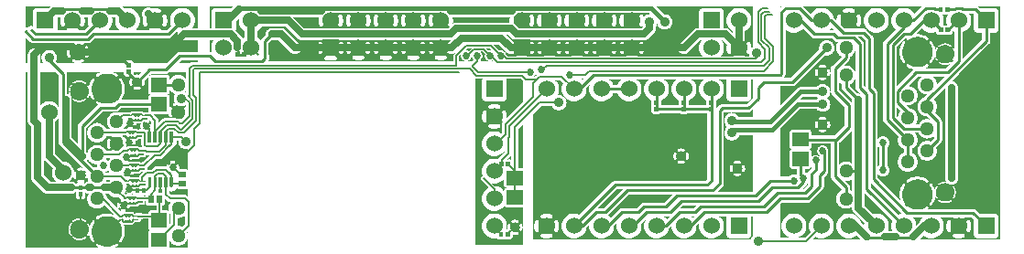
<source format=gbr>
G04 start of page 3 for group 1 idx 1 *
G04 Title: (unknown), bottom *
G04 Creator: pcb 1.99z *
G04 CreationDate: Sat 29 Oct 2016 01:04:32 AM GMT UTC *
G04 For: commonadmin *
G04 Format: Gerber/RS-274X *
G04 PCB-Dimensions (mil): 4000.00 3000.00 *
G04 PCB-Coordinate-Origin: lower left *
%MOIN*%
%FSLAX25Y25*%
%LNBOTTOM*%
%ADD49C,0.0945*%
%ADD48C,0.0354*%
%ADD47C,0.0380*%
%ADD46C,0.0350*%
%ADD45C,0.0200*%
%ADD44C,0.0130*%
%ADD43C,0.0360*%
%ADD42C,0.0270*%
%ADD41R,0.0120X0.0120*%
%ADD40C,0.0120*%
%ADD39R,0.0197X0.0197*%
%ADD38R,0.0512X0.0512*%
%ADD37R,0.0060X0.0060*%
%ADD36C,0.0669*%
%ADD35C,0.1102*%
%ADD34C,0.0512*%
%ADD33C,0.0600*%
%ADD32C,0.0150*%
%ADD31C,0.0250*%
%ADD30C,0.0100*%
%ADD29C,0.0060*%
%ADD28C,0.0001*%
G54D28*G36*
X29117Y25310D02*X29358Y25104D01*
X29836Y24811D01*
X30353Y24597D01*
X30898Y24466D01*
X31457Y24422D01*
X32015Y24466D01*
X32560Y24597D01*
X33077Y24811D01*
X33555Y25104D01*
X33981Y25468D01*
X34094Y25599D01*
X37702Y21991D01*
X37258Y22178D01*
X36709Y22353D01*
X36147Y22479D01*
X35576Y22556D01*
X35000Y22581D01*
X34424Y22556D01*
X33853Y22479D01*
X33291Y22353D01*
X32742Y22178D01*
X32211Y21954D01*
X31701Y21685D01*
X31218Y21372D01*
X31156Y21321D01*
X31104Y21261D01*
X31062Y21193D01*
X31031Y21120D01*
X31012Y21043D01*
X31005Y20964D01*
X31010Y20884D01*
X31028Y20807D01*
X31058Y20733D01*
X31099Y20665D01*
X31150Y20604D01*
X31210Y20552D01*
X31277Y20510D01*
X31350Y20478D01*
X31428Y20459D01*
X31507Y20452D01*
X31586Y20458D01*
X31664Y20476D01*
X31737Y20505D01*
X31805Y20548D01*
X32211Y20817D01*
X32641Y21045D01*
X33091Y21234D01*
X33555Y21382D01*
X34030Y21489D01*
X34513Y21553D01*
X35000Y21575D01*
X35487Y21553D01*
X35970Y21489D01*
X36445Y21382D01*
X36909Y21234D01*
X37359Y21045D01*
X37789Y20817D01*
X38198Y20552D01*
X38265Y20510D01*
X38338Y20481D01*
X38415Y20463D01*
X38441Y20461D01*
X35343Y17363D01*
X35000D01*
X34796Y17351D01*
X34597Y17303D01*
X34408Y17225D01*
X34234Y17118D01*
X34078Y16985D01*
X33945Y16829D01*
X33838Y16655D01*
X33760Y16466D01*
X33712Y16267D01*
X33696Y16063D01*
X33712Y15859D01*
X33760Y15660D01*
X33838Y15471D01*
X33945Y15297D01*
X34078Y15141D01*
X34234Y15008D01*
X34408Y14901D01*
X34597Y14823D01*
X34796Y14775D01*
X35000Y14763D01*
X35831D01*
X35881Y14759D01*
X36085Y14775D01*
X36085Y14775D01*
X36284Y14823D01*
X36474Y14901D01*
X36648Y15008D01*
X36804Y15141D01*
X36837Y15180D01*
X40010Y18353D01*
X40171Y17972D01*
X40319Y17508D01*
X40426Y17033D01*
X40490Y16550D01*
X40512Y16063D01*
X40490Y15576D01*
X40426Y15093D01*
X40319Y14618D01*
X40171Y14154D01*
X39982Y13704D01*
X39754Y13274D01*
X39489Y12865D01*
X39447Y12798D01*
X39418Y12725D01*
X39400Y12648D01*
X39395Y12570D01*
X39402Y12491D01*
X39421Y12415D01*
X39451Y12343D01*
X39493Y12276D01*
X39545Y12217D01*
X39605Y12166D01*
X39673Y12126D01*
X39746Y12096D01*
X39822Y12078D01*
X39901Y12073D01*
X39979Y12080D01*
X40056Y12099D01*
X40128Y12130D01*
X40195Y12172D01*
X40254Y12223D01*
X40303Y12284D01*
X40622Y12764D01*
X40891Y13274D01*
X41115Y13805D01*
X41290Y14354D01*
X41416Y14916D01*
X41493Y15487D01*
X41518Y16063D01*
X41493Y16639D01*
X41416Y17210D01*
X41290Y17772D01*
X41115Y18321D01*
X40981Y18638D01*
X41100Y18628D01*
X41139Y18631D01*
X41361D01*
X41400Y18628D01*
X41439Y18631D01*
X42561D01*
X42600Y18628D01*
X42639Y18631D01*
X43761D01*
X43800Y18628D01*
X43839Y18631D01*
X44061D01*
X44100Y18628D01*
X44257Y18641D01*
X44257Y18641D01*
X44410Y18678D01*
X44555Y18738D01*
X44690Y18820D01*
X44809Y18922D01*
X44835Y18952D01*
X45216Y19334D01*
X46710Y19338D01*
X46817Y19364D01*
X46919Y19406D01*
X47013Y19463D01*
X47096Y19535D01*
X47168Y19619D01*
X47226Y19713D01*
X47268Y19815D01*
X47294Y19922D01*
X47300Y20031D01*
X47297Y20343D01*
X47304Y20344D01*
X47503Y20391D01*
X47692Y20470D01*
X47866Y20577D01*
X48022Y20709D01*
X48041Y20732D01*
X50051D01*
X50057Y17401D01*
X50094Y17248D01*
X50154Y17103D01*
X50236Y16969D01*
X50339Y16849D01*
X50458Y16747D01*
X50593Y16665D01*
X50738Y16604D01*
X50863Y16574D01*
X50738Y16544D01*
X50593Y16484D01*
X50458Y16402D01*
X50339Y16300D01*
X50236Y16180D01*
X50154Y16046D01*
X50094Y15900D01*
X50057Y15747D01*
X50048Y15590D01*
X50057Y10315D01*
X50094Y10162D01*
X50148Y10031D01*
X37456D01*
X37789Y10172D01*
X38299Y10441D01*
X38782Y10754D01*
X38844Y10805D01*
X38896Y10865D01*
X38938Y10933D01*
X38969Y11006D01*
X38988Y11083D01*
X38995Y11162D01*
X38990Y11241D01*
X38972Y11319D01*
X38942Y11393D01*
X38901Y11461D01*
X38850Y11522D01*
X38790Y11574D01*
X38723Y11616D01*
X38650Y11647D01*
X38572Y11667D01*
X38493Y11674D01*
X38414Y11668D01*
X38336Y11650D01*
X38263Y11621D01*
X38195Y11578D01*
X37789Y11309D01*
X37359Y11081D01*
X36909Y10892D01*
X36445Y10744D01*
X35970Y10637D01*
X35487Y10573D01*
X35000Y10551D01*
X34513Y10573D01*
X34030Y10637D01*
X33555Y10744D01*
X33091Y10892D01*
X32641Y11081D01*
X32211Y11309D01*
X31802Y11574D01*
X31735Y11616D01*
X31662Y11645D01*
X31585Y11663D01*
X31507Y11668D01*
X31428Y11661D01*
X31352Y11642D01*
X31280Y11612D01*
X31213Y11570D01*
X31154Y11518D01*
X31103Y11458D01*
X31063Y11390D01*
X31033Y11317D01*
X31015Y11241D01*
X31010Y11162D01*
X31017Y11084D01*
X31036Y11007D01*
X31067Y10935D01*
X31109Y10868D01*
X31160Y10809D01*
X31221Y10760D01*
X31701Y10441D01*
X32211Y10172D01*
X32544Y10031D01*
X29117D01*
Y13259D01*
X29378Y12764D01*
X29691Y12281D01*
X29742Y12219D01*
X29802Y12167D01*
X29870Y12125D01*
X29943Y12094D01*
X30020Y12075D01*
X30099Y12068D01*
X30178Y12073D01*
X30256Y12091D01*
X30330Y12121D01*
X30398Y12162D01*
X30459Y12213D01*
X30511Y12273D01*
X30553Y12340D01*
X30584Y12413D01*
X30604Y12491D01*
X30611Y12570D01*
X30605Y12649D01*
X30587Y12727D01*
X30558Y12800D01*
X30515Y12868D01*
X30246Y13274D01*
X30018Y13704D01*
X29829Y14154D01*
X29681Y14618D01*
X29574Y15093D01*
X29510Y15576D01*
X29488Y16063D01*
X29510Y16550D01*
X29574Y17033D01*
X29681Y17508D01*
X29829Y17972D01*
X30018Y18422D01*
X30246Y18852D01*
X30511Y19261D01*
X30553Y19328D01*
X30582Y19401D01*
X30600Y19478D01*
X30605Y19556D01*
X30598Y19635D01*
X30579Y19711D01*
X30549Y19783D01*
X30507Y19850D01*
X30455Y19909D01*
X30395Y19960D01*
X30327Y20000D01*
X30254Y20030D01*
X30178Y20048D01*
X30099Y20053D01*
X30021Y20046D01*
X29944Y20027D01*
X29872Y19996D01*
X29805Y19954D01*
X29746Y19903D01*
X29697Y19842D01*
X29378Y19362D01*
X29117Y18867D01*
Y25310D01*
G37*
G36*
X24962Y27884D02*X26444Y27892D01*
X26597Y27928D01*
X26742Y27989D01*
X26877Y28071D01*
X26996Y28173D01*
X27099Y28293D01*
X27181Y28427D01*
X27241Y28572D01*
X27278Y28725D01*
X27287Y28882D01*
X27280Y30140D01*
X27475Y30021D01*
X27803Y29885D01*
X28147Y29802D01*
X28383Y29788D01*
X28276Y29613D01*
X28061Y29095D01*
X27931Y28551D01*
X27887Y27992D01*
X27931Y27434D01*
X28061Y26889D01*
X28276Y26371D01*
X28568Y25894D01*
X28932Y25468D01*
X29117Y25310D01*
Y18867D01*
X29109Y18852D01*
X28885Y18321D01*
X28760Y17928D01*
X28665Y18223D01*
X28529Y18545D01*
X28365Y18855D01*
X28174Y19148D01*
X28143Y19185D01*
X28107Y19216D01*
X28067Y19242D01*
X28023Y19260D01*
X27976Y19272D01*
X27929Y19276D01*
X27881Y19272D01*
X27835Y19262D01*
X27790Y19244D01*
X27750Y19219D01*
X27713Y19188D01*
X27682Y19152D01*
X27657Y19112D01*
X27638Y19068D01*
X27626Y19021D01*
X27622Y18974D01*
X27626Y18926D01*
X27637Y18880D01*
X27654Y18836D01*
X27680Y18795D01*
X27844Y18548D01*
X27983Y18286D01*
X28099Y18013D01*
X28189Y17730D01*
X28255Y17441D01*
X28294Y17147D01*
X28307Y16850D01*
X28294Y16554D01*
X28255Y16260D01*
X28189Y15970D01*
X28099Y15688D01*
X27983Y15415D01*
X27844Y15152D01*
X27683Y14904D01*
X27657Y14864D01*
X27640Y14820D01*
X27629Y14774D01*
X27626Y14727D01*
X27630Y14680D01*
X27641Y14634D01*
X27659Y14591D01*
X27684Y14550D01*
X27715Y14515D01*
X27752Y14484D01*
X27792Y14460D01*
X27836Y14442D01*
X27882Y14432D01*
X27929Y14428D01*
X27976Y14432D01*
X28022Y14444D01*
X28065Y14462D01*
X28105Y14487D01*
X28141Y14518D01*
X28171Y14555D01*
X28365Y14846D01*
X28529Y15155D01*
X28546Y15196D01*
X28584Y14916D01*
X28710Y14354D01*
X28885Y13805D01*
X29109Y13274D01*
X29117Y13259D01*
Y10031D01*
X24962D01*
Y12900D01*
X25311Y12916D01*
X25658Y12962D01*
X25999Y13039D01*
X26333Y13146D01*
X26656Y13282D01*
X26965Y13446D01*
X27259Y13637D01*
X27295Y13668D01*
X27327Y13704D01*
X27352Y13744D01*
X27371Y13788D01*
X27382Y13835D01*
X27386Y13882D01*
X27383Y13930D01*
X27372Y13976D01*
X27354Y14021D01*
X27329Y14061D01*
X27299Y14098D01*
X27263Y14129D01*
X27222Y14154D01*
X27178Y14173D01*
X27132Y14185D01*
X27084Y14189D01*
X27037Y14185D01*
X26990Y14174D01*
X26946Y14157D01*
X26905Y14131D01*
X26659Y13967D01*
X26397Y13828D01*
X26123Y13712D01*
X25841Y13622D01*
X25551Y13556D01*
X25257Y13517D01*
X24962Y13504D01*
Y20197D01*
X25257Y20184D01*
X25551Y20144D01*
X25841Y20079D01*
X26123Y19988D01*
X26397Y19873D01*
X26659Y19734D01*
X26907Y19572D01*
X26947Y19547D01*
X26991Y19529D01*
X27037Y19519D01*
X27084Y19515D01*
X27131Y19519D01*
X27177Y19531D01*
X27220Y19549D01*
X27261Y19574D01*
X27296Y19605D01*
X27327Y19641D01*
X27351Y19682D01*
X27369Y19726D01*
X27379Y19771D01*
X27383Y19819D01*
X27379Y19866D01*
X27367Y19911D01*
X27349Y19955D01*
X27324Y19995D01*
X27293Y20031D01*
X27256Y20060D01*
X26965Y20254D01*
X26656Y20419D01*
X26333Y20555D01*
X25999Y20662D01*
X25658Y20739D01*
X25311Y20785D01*
X24962Y20801D01*
Y27884D01*
G37*
G36*
X21655Y29782D02*X22000D01*
X22353Y29802D01*
X22697Y29885D01*
X23025Y30021D01*
X23327Y30206D01*
X23596Y30436D01*
X23678Y30531D01*
X23717D01*
X23713Y30456D01*
X23722Y28725D01*
X23759Y28572D01*
X23819Y28427D01*
X23901Y28293D01*
X24004Y28173D01*
X24123Y28071D01*
X24258Y27989D01*
X24403Y27928D01*
X24556Y27892D01*
X24713Y27882D01*
X24962Y27884D01*
Y20801D01*
X24961Y20801D01*
X24611Y20785D01*
X24264Y20739D01*
X23922Y20662D01*
X23588Y20555D01*
X23266Y20419D01*
X22956Y20254D01*
X22663Y20064D01*
X22626Y20033D01*
X22595Y19997D01*
X22569Y19956D01*
X22551Y19913D01*
X22539Y19866D01*
X22535Y19819D01*
X22539Y19771D01*
X22549Y19725D01*
X22567Y19680D01*
X22592Y19639D01*
X22623Y19603D01*
X22659Y19572D01*
X22699Y19546D01*
X22743Y19528D01*
X22790Y19516D01*
X22837Y19512D01*
X22885Y19516D01*
X22931Y19526D01*
X22975Y19544D01*
X23016Y19570D01*
X23263Y19734D01*
X23525Y19873D01*
X23798Y19988D01*
X24081Y20079D01*
X24370Y20144D01*
X24664Y20184D01*
X24961Y20197D01*
X24962Y20197D01*
Y13504D01*
X24961Y13504D01*
X24664Y13517D01*
X24370Y13556D01*
X24081Y13622D01*
X23798Y13712D01*
X23525Y13828D01*
X23263Y13967D01*
X23014Y14128D01*
X22974Y14154D01*
X22930Y14171D01*
X22884Y14182D01*
X22837Y14185D01*
X22790Y14181D01*
X22744Y14170D01*
X22701Y14152D01*
X22661Y14127D01*
X22625Y14096D01*
X22595Y14059D01*
X22570Y14019D01*
X22552Y13975D01*
X22542Y13929D01*
X22538Y13882D01*
X22543Y13835D01*
X22554Y13789D01*
X22572Y13746D01*
X22597Y13706D01*
X22628Y13670D01*
X22665Y13640D01*
X22956Y13446D01*
X23266Y13282D01*
X23588Y13146D01*
X23922Y13039D01*
X24264Y12962D01*
X24611Y12916D01*
X24961Y12900D01*
X24962Y12900D01*
Y10031D01*
X21655D01*
Y14695D01*
X21747Y14552D01*
X21778Y14516D01*
X21814Y14484D01*
X21855Y14459D01*
X21899Y14441D01*
X21945Y14429D01*
X21992Y14425D01*
X22040Y14428D01*
X22087Y14439D01*
X22131Y14457D01*
X22172Y14482D01*
X22208Y14512D01*
X22239Y14548D01*
X22265Y14589D01*
X22283Y14633D01*
X22295Y14679D01*
X22299Y14727D01*
X22295Y14774D01*
X22285Y14821D01*
X22267Y14865D01*
X22241Y14906D01*
X22077Y15152D01*
X21938Y15415D01*
X21823Y15688D01*
X21732Y15970D01*
X21667Y16260D01*
X21655Y16350D01*
Y17351D01*
X21667Y17441D01*
X21732Y17730D01*
X21823Y18013D01*
X21938Y18286D01*
X22077Y18548D01*
X22239Y18797D01*
X22264Y18837D01*
X22282Y18881D01*
X22292Y18927D01*
X22296Y18974D01*
X22292Y19021D01*
X22280Y19067D01*
X22262Y19110D01*
X22237Y19150D01*
X22206Y19186D01*
X22170Y19216D01*
X22129Y19241D01*
X22086Y19259D01*
X22040Y19269D01*
X21992Y19273D01*
X21945Y19269D01*
X21900Y19257D01*
X21856Y19239D01*
X21816Y19214D01*
X21780Y19183D01*
X21751Y19146D01*
X21655Y19002D01*
Y29782D01*
G37*
G36*
Y16350D02*X21627Y16554D01*
X21614Y16850D01*
X21627Y17147D01*
X21655Y17351D01*
Y16350D01*
G37*
G36*
X7500Y35870D02*X7493Y35782D01*
X7521Y35428D01*
X7604Y35084D01*
X7739Y34757D01*
X7924Y34455D01*
X7924Y34455D01*
X8154Y34186D01*
X8221Y34128D01*
X11847Y30503D01*
X11904Y30436D01*
X12173Y30206D01*
X12173Y30206D01*
X12475Y30021D01*
X12803Y29885D01*
X13147Y29802D01*
X13500Y29775D01*
X13588Y29782D01*
X21655D01*
Y19002D01*
X21557Y18855D01*
X21392Y18545D01*
X21256Y18223D01*
X21149Y17889D01*
X21072Y17547D01*
X21026Y17200D01*
X21010Y16850D01*
X21026Y16500D01*
X21072Y16153D01*
X21149Y15812D01*
X21256Y15478D01*
X21392Y15155D01*
X21557Y14846D01*
X21655Y14695D01*
Y10031D01*
X5500D01*
Y74031D01*
X6250D01*
Y56620D01*
X6243Y56532D01*
X6271Y56178D01*
Y56178D01*
X6354Y55834D01*
X6489Y55507D01*
X6559Y55392D01*
X6674Y55205D01*
X6674Y55205D01*
X6904Y54936D01*
X6971Y54878D01*
X7500Y54350D01*
Y35870D01*
G37*
G36*
X48461Y28932D02*X48419Y28957D01*
X48317Y28999D01*
X48210Y29025D01*
X48100Y29031D01*
X46618Y29027D01*
X46396Y29250D01*
X47082Y29254D01*
X47235Y29291D01*
X47319Y29325D01*
X47403Y29291D01*
X47556Y29254D01*
X47713Y29244D01*
X49020Y29251D01*
X49016Y29177D01*
X49017Y28932D01*
X48461D01*
G37*
G36*
X64500Y46096D02*Y38446D01*
X64467Y38475D01*
X64332Y38557D01*
X64187Y38618D01*
X64034Y38654D01*
X63877Y38664D01*
X61714Y38657D01*
X61302Y39068D01*
X61327Y39187D01*
X61350Y39416D01*
Y39647D01*
X61327Y39876D01*
X61283Y40102D01*
X61258Y40177D01*
X61221Y40247D01*
X61174Y40310D01*
X61118Y40366D01*
X61054Y40411D01*
X60983Y40447D01*
X60908Y40470D01*
X60830Y40482D01*
X60751Y40481D01*
X60673Y40468D01*
X60598Y40443D01*
X60528Y40407D01*
X60465Y40360D01*
X60409Y40303D01*
X60363Y40239D01*
X60328Y40168D01*
X60304Y40093D01*
X60301Y40069D01*
X60273Y40097D01*
X60240Y40234D01*
X60162Y40424D01*
X60055Y40598D01*
X59922Y40754D01*
X59766Y40886D01*
X59727Y40911D01*
X59771Y40942D01*
X59827Y40997D01*
X59874Y41060D01*
X59910Y41130D01*
X59935Y41205D01*
X59948Y41282D01*
X59949Y41361D01*
X59937Y41439D01*
X59914Y41514D01*
X59879Y41584D01*
X59833Y41648D01*
X59778Y41705D01*
X59714Y41752D01*
X59645Y41788D01*
X59570Y41811D01*
X59344Y41859D01*
X59115Y41881D01*
X58885D01*
X58656Y41859D01*
X58430Y41814D01*
X58355Y41789D01*
X58285Y41753D01*
X58221Y41706D01*
X58166Y41650D01*
X58120Y41585D01*
X58085Y41515D01*
X58061Y41439D01*
X58050Y41361D01*
X58050Y41282D01*
X58063Y41204D01*
X58088Y41129D01*
X58125Y41059D01*
X58172Y40996D01*
X58228Y40941D01*
X58272Y40910D01*
X58234Y40886D01*
X58078Y40754D01*
X57945Y40598D01*
X57838Y40424D01*
X57760Y40234D01*
X57712Y40035D01*
X57700Y39831D01*
Y39582D01*
X57696Y39531D01*
X57712Y39328D01*
X57712Y39328D01*
X57712Y39327D01*
X57712Y39327D01*
X57742Y39203D01*
X57760Y39129D01*
X57760Y39128D01*
X57760Y39128D01*
X57773Y39097D01*
X57698Y39172D01*
X57692Y39205D01*
X57665Y39334D01*
X57652Y39465D01*
Y39598D01*
X57665Y39729D01*
X57690Y39859D01*
X57705Y39936D01*
X57706Y40015D01*
X57694Y40093D01*
X57670Y40168D01*
X57635Y40238D01*
X57590Y40302D01*
X57534Y40358D01*
X57471Y40405D01*
X57401Y40442D01*
X57327Y40467D01*
X57249Y40480D01*
X57170Y40480D01*
X57093Y40469D01*
X57018Y40445D01*
X56947Y40410D01*
X56883Y40364D01*
X56827Y40309D01*
X56780Y40246D01*
X56744Y40176D01*
X56720Y40101D01*
X56673Y39876D01*
X56667Y39822D01*
X56500Y39836D01*
X56449Y39832D01*
X53051D01*
X53000Y39836D01*
X52796Y39819D01*
X52597Y39772D01*
X52408Y39693D01*
X52234Y39586D01*
X52233Y39586D01*
X52078Y39454D01*
X52045Y39415D01*
X51262Y38632D01*
X49648D01*
X49644Y39141D01*
X49618Y39248D01*
X49600Y39293D01*
X52838Y42532D01*
X54349D01*
X54400Y42527D01*
X54604Y42544D01*
X54604Y42544D01*
X54803Y42591D01*
X54992Y42670D01*
X55166Y42777D01*
X55322Y42909D01*
X55355Y42948D01*
X59283Y46876D01*
X59322Y46909D01*
X59455Y47065D01*
X59455Y47065D01*
X59562Y47239D01*
X59562Y47241D01*
X59683Y47291D01*
X59884Y47414D01*
X60064Y47568D01*
X60217Y47747D01*
X60341Y47948D01*
X60431Y48167D01*
X60486Y48396D01*
X60500Y48631D01*
X60498Y49231D01*
X61123D01*
X61091Y48831D01*
X61126Y48392D01*
X61229Y47964D01*
X61397Y47556D01*
X61628Y47181D01*
X61914Y46845D01*
X62249Y46559D01*
X62625Y46329D01*
X63032Y46160D01*
X63461Y46057D01*
X63900Y46023D01*
X64339Y46057D01*
X64500Y46096D01*
G37*
G36*
X27500Y53910D02*X33371Y59781D01*
X35642D01*
Y58180D01*
X35362Y57723D01*
X35148Y57206D01*
X35017Y56661D01*
X34973Y56102D01*
X35017Y55544D01*
X35148Y54999D01*
X35362Y54482D01*
X35642Y54025D01*
Y53331D01*
X34793D01*
X34638Y53707D01*
X34345Y54185D01*
X33981Y54611D01*
X33555Y54975D01*
X33077Y55268D01*
X32560Y55482D01*
X32015Y55613D01*
X31457Y55657D01*
X30898Y55613D01*
X30353Y55482D01*
X29836Y55268D01*
X29358Y54975D01*
X28932Y54611D01*
X28568Y54185D01*
X28276Y53707D01*
X28061Y53190D01*
X27931Y52645D01*
X27887Y52087D01*
X27931Y51528D01*
X28061Y50983D01*
X28276Y50466D01*
X28568Y49988D01*
X28932Y49562D01*
X29358Y49198D01*
X29836Y48906D01*
X30353Y48691D01*
X30898Y48561D01*
X31457Y48517D01*
X32015Y48561D01*
X32560Y48691D01*
X33077Y48906D01*
X33555Y49198D01*
X33981Y49562D01*
X34345Y49988D01*
X34638Y50466D01*
X34748Y50732D01*
X35642D01*
Y49901D01*
X35639Y49900D01*
X35567Y49869D01*
X35500Y49827D01*
X35441Y49775D01*
X35391Y49714D01*
X35352Y49646D01*
X35218Y49349D01*
X35114Y49039D01*
X35040Y48721D01*
X34995Y48397D01*
X34981Y48071D01*
X34995Y47745D01*
X35040Y47421D01*
X35114Y47103D01*
X35218Y46793D01*
X35348Y46494D01*
X35389Y46426D01*
X35439Y46365D01*
X35499Y46313D01*
X35566Y46271D01*
X35638Y46239D01*
X35642Y46238D01*
Y45355D01*
X34770D01*
X34638Y45676D01*
X34345Y46154D01*
X33981Y46580D01*
X33555Y46943D01*
X33077Y47236D01*
X32560Y47450D01*
X32015Y47581D01*
X31457Y47625D01*
X30898Y47581D01*
X30353Y47450D01*
X29836Y47236D01*
X29358Y46943D01*
X28932Y46580D01*
X28568Y46154D01*
X28276Y45676D01*
X28061Y45158D01*
X27943Y44666D01*
X27826Y44858D01*
X27591Y45122D01*
X27500Y45213D01*
Y53910D01*
G37*
G36*
X35642Y59781D02*X38191D01*
X38250Y59777D01*
X38485Y59795D01*
X38485Y59795D01*
X38715Y59851D01*
X38933Y59941D01*
X39134Y60064D01*
X39314Y60218D01*
X39352Y60262D01*
X40121Y61032D01*
X50055D01*
X50057Y59730D01*
X50081Y59632D01*
X48850D01*
X48646Y59619D01*
X48447Y59572D01*
X48289Y59506D01*
X48185Y59611D01*
X48159Y59641D01*
X48040Y59743D01*
X47905Y59825D01*
X47760Y59885D01*
X47607Y59922D01*
X47607Y59922D01*
X47450Y59935D01*
X47411Y59932D01*
X47289D01*
X47250Y59935D01*
X47211Y59932D01*
X46089D01*
X46050Y59935D01*
X46011Y59932D01*
X45889D01*
X45850Y59935D01*
X45811Y59932D01*
X44689D01*
X44650Y59935D01*
X44611Y59932D01*
X44389D01*
X44350Y59935D01*
X44193Y59922D01*
X44040Y59885D01*
X43895Y59825D01*
X43760Y59743D01*
X43760Y59743D01*
X43641Y59641D01*
X43626Y59624D01*
X43500Y59632D01*
X40823D01*
X40772Y59636D01*
X40568Y59619D01*
X40369Y59572D01*
X40180Y59493D01*
X40006Y59386D01*
X40006Y59386D01*
X39976Y59361D01*
X39647Y59498D01*
X39102Y59628D01*
X38543Y59672D01*
X37985Y59628D01*
X37440Y59498D01*
X36923Y59283D01*
X36445Y58991D01*
X36019Y58627D01*
X35655Y58201D01*
X35642Y58180D01*
Y59781D01*
G37*
G36*
Y54025D02*X35655Y54004D01*
X36019Y53578D01*
X36307Y53331D01*
X35642D01*
Y54025D01*
G37*
G36*
Y50732D02*X36693D01*
X36708Y50664D01*
X36737Y50591D01*
X36778Y50523D01*
X36828Y50462D01*
X36888Y50410D01*
X36955Y50368D01*
X37027Y50336D01*
X37104Y50317D01*
X37183Y50310D01*
X37262Y50315D01*
X37339Y50332D01*
X37412Y50363D01*
X37626Y50460D01*
X37848Y50534D01*
X38077Y50587D01*
X38309Y50619D01*
X38543Y50630D01*
X38778Y50619D01*
X39010Y50587D01*
X39238Y50534D01*
X39461Y50460D01*
X39676Y50366D01*
X39748Y50335D01*
X39825Y50318D01*
X39904Y50312D01*
X39982Y50320D01*
X40058Y50339D01*
X40131Y50370D01*
X40197Y50412D01*
X40232Y50443D01*
X40256Y50343D01*
X40256Y50322D01*
X40282Y50215D01*
X40324Y50113D01*
X40382Y50019D01*
X40454Y49935D01*
X40529Y49871D01*
X40581Y49812D01*
X40808Y49585D01*
X40789Y49510D01*
X40782Y49431D01*
X40787Y49352D01*
X40805Y49275D01*
X40836Y49202D01*
X40908Y49043D01*
X40873Y48876D01*
X40850Y48647D01*
Y48416D01*
X40873Y48187D01*
X40917Y47961D01*
X40942Y47886D01*
X40979Y47816D01*
X41026Y47753D01*
X41074Y47706D01*
X41059Y47604D01*
X41006Y47376D01*
X40932Y47153D01*
X40838Y46938D01*
X40807Y46866D01*
X40797Y46820D01*
X40796Y46819D01*
X40597Y46772D01*
X40408Y46693D01*
X40234Y46586D01*
X40233Y46586D01*
X40078Y46454D01*
X40045Y46415D01*
X39238Y45608D01*
X39010Y45555D01*
X38778Y45523D01*
X38543Y45512D01*
X38309Y45523D01*
X38077Y45555D01*
X37848Y45608D01*
X37626Y45682D01*
X37411Y45776D01*
X37338Y45807D01*
X37262Y45824D01*
X37183Y45829D01*
X37105Y45822D01*
X37028Y45803D01*
X36956Y45772D01*
X36889Y45730D01*
X36830Y45678D01*
X36780Y45617D01*
X36740Y45550D01*
X36710Y45477D01*
X36693Y45400D01*
X36690Y45355D01*
X35642D01*
Y46238D01*
X35715Y46220D01*
X35794Y46213D01*
X35873Y46218D01*
X35950Y46235D01*
X36023Y46265D01*
X36091Y46305D01*
X36152Y46356D01*
X36204Y46415D01*
X36247Y46482D01*
X36278Y46555D01*
X36297Y46632D01*
X36304Y46710D01*
X36299Y46789D01*
X36282Y46867D01*
X36251Y46939D01*
X36154Y47153D01*
X36080Y47376D01*
X36027Y47604D01*
X35995Y47837D01*
X35984Y48071D01*
X35995Y48305D01*
X36027Y48538D01*
X36080Y48766D01*
X36154Y48989D01*
X36249Y49204D01*
X36279Y49276D01*
X36297Y49353D01*
X36302Y49431D01*
X36295Y49510D01*
X36275Y49586D01*
X36244Y49658D01*
X36202Y49725D01*
X36150Y49784D01*
X36090Y49834D01*
X36022Y49875D01*
X35949Y49904D01*
X35872Y49921D01*
X35794Y49926D01*
X35715Y49919D01*
X35642Y49901D01*
Y50732D01*
G37*
G36*
X41980Y57031D02*X42200D01*
Y56052D01*
X42194Y56093D01*
X42170Y56168D01*
X42135Y56238D01*
X42091Y56301D01*
X42069Y56661D01*
X41980Y57031D01*
G37*
G36*
X42200Y55911D02*Y55531D01*
X42212Y55328D01*
X42260Y55129D01*
X42338Y54939D01*
X42445Y54765D01*
X42578Y54609D01*
X42734Y54477D01*
X42908Y54370D01*
X43097Y54291D01*
X43296Y54244D01*
X43500Y54227D01*
X43704Y54244D01*
X43903Y54291D01*
X44092Y54370D01*
X44266Y54477D01*
X44422Y54609D01*
X44555Y54765D01*
X44662Y54939D01*
X44740Y55129D01*
X44788Y55328D01*
X44788Y55331D01*
X44789Y55331D01*
X44835D01*
X44810Y55204D01*
X44795Y55127D01*
X44794Y55048D01*
X44806Y54970D01*
X44830Y54895D01*
X44865Y54825D01*
X44910Y54761D01*
X44966Y54705D01*
X45029Y54658D01*
X45099Y54621D01*
X45173Y54596D01*
X45251Y54583D01*
X45330Y54583D01*
X45407Y54594D01*
X45482Y54618D01*
X45553Y54653D01*
X45617Y54699D01*
X45673Y54754D01*
X45720Y54817D01*
X45756Y54887D01*
X45780Y54962D01*
X45827Y55187D01*
X45842Y55331D01*
X45911D01*
X45950Y55328D01*
X45989Y55331D01*
X47111D01*
X47150Y55328D01*
X47189Y55331D01*
X47350D01*
X47327Y55309D01*
X47280Y55246D01*
X47244Y55176D01*
X47220Y55101D01*
X47173Y54876D01*
X47150Y54647D01*
Y54416D01*
X47173Y54187D01*
X47217Y53961D01*
X47242Y53886D01*
X47279Y53816D01*
X47326Y53753D01*
X47382Y53697D01*
X47446Y53652D01*
X47517Y53616D01*
X47592Y53593D01*
X47670Y53581D01*
X47749Y53582D01*
X47827Y53595D01*
X47902Y53620D01*
X47972Y53656D01*
X48035Y53703D01*
X48091Y53760D01*
X48137Y53824D01*
X48172Y53895D01*
X48196Y53970D01*
X48207Y54048D01*
X48206Y54127D01*
X48192Y54205D01*
X48165Y54334D01*
X48152Y54465D01*
Y54598D01*
X48165Y54729D01*
X48190Y54859D01*
X48205Y54936D01*
X48206Y55015D01*
X48194Y55093D01*
X48170Y55168D01*
X48135Y55238D01*
X48090Y55302D01*
X48034Y55358D01*
X47971Y55405D01*
X47907Y55439D01*
X48040Y55520D01*
X48159Y55622D01*
X48185Y55652D01*
X48566Y56034D01*
X48644Y56034D01*
X48672Y55996D01*
X48728Y55941D01*
X48793Y55895D01*
X48863Y55860D01*
X48939Y55836D01*
X49017Y55824D01*
X49096Y55825D01*
X49173Y55840D01*
X49302Y55867D01*
X49434Y55880D01*
X49566D01*
X49698Y55867D01*
X49827Y55841D01*
X49905Y55827D01*
X49983Y55826D01*
X50061Y55838D01*
X50136Y55861D01*
X50207Y55896D01*
X50271Y55942D01*
X50327Y55997D01*
X50374Y56060D01*
X50410Y56130D01*
X50435Y56205D01*
X50439Y56229D01*
X50446Y56235D01*
X50518Y56319D01*
X50576Y56413D01*
X50618Y56515D01*
X50630Y56563D01*
X51200Y55993D01*
Y55473D01*
X51173Y55468D01*
X51098Y55443D01*
X51028Y55407D01*
X50965Y55360D01*
X50909Y55303D01*
X50863Y55239D01*
X50828Y55168D01*
X50804Y55093D01*
X50801Y55069D01*
X50419Y55451D01*
X50266Y55586D01*
X50092Y55693D01*
X49903Y55772D01*
X49704Y55819D01*
X49500Y55836D01*
X49296Y55819D01*
X49097Y55772D01*
X48908Y55693D01*
X48734Y55586D01*
X48578Y55454D01*
X48445Y55298D01*
X48338Y55124D01*
X48260Y54934D01*
X48212Y54735D01*
X48196Y54532D01*
X48212Y54328D01*
X48260Y54129D01*
X48338Y53939D01*
X48445Y53765D01*
X48581Y53612D01*
X48772Y53421D01*
X48693Y53328D01*
X48600Y53336D01*
X48549Y53332D01*
X46850D01*
X46646Y53319D01*
X46447Y53272D01*
X46289Y53206D01*
X46185Y53311D01*
X46159Y53341D01*
X46040Y53443D01*
X45905Y53525D01*
X45760Y53585D01*
X45607Y53622D01*
X45607Y53622D01*
X45450Y53635D01*
X45411Y53632D01*
X45289D01*
X45250Y53635D01*
X45211Y53632D01*
X44440D01*
X44450Y53702D01*
X44450Y53781D01*
X44437Y53859D01*
X44412Y53934D01*
X44375Y54004D01*
X44328Y54067D01*
X44272Y54122D01*
X44207Y54168D01*
X44137Y54203D01*
X44061Y54227D01*
X43983Y54239D01*
X43904Y54238D01*
X43827Y54223D01*
X43698Y54196D01*
X43566Y54183D01*
X43434D01*
X43302Y54196D01*
X43173Y54222D01*
X43095Y54236D01*
X43017Y54237D01*
X42939Y54225D01*
X42864Y54202D01*
X42793Y54167D01*
X42729Y54121D01*
X42673Y54066D01*
X42626Y54003D01*
X42590Y53933D01*
X42565Y53858D01*
X42552Y53781D01*
X42551Y53702D01*
X42562Y53632D01*
X42389D01*
X42350Y53635D01*
X42193Y53622D01*
X42040Y53585D01*
X41895Y53525D01*
X41760Y53443D01*
X41760Y53443D01*
X41641Y53341D01*
X41626Y53324D01*
X41500Y53331D01*
X40779D01*
X41068Y53578D01*
X41432Y54004D01*
X41724Y54482D01*
X41767Y54585D01*
X41827Y54595D01*
X41902Y54620D01*
X41972Y54656D01*
X42035Y54703D01*
X42091Y54760D01*
X42137Y54824D01*
X42172Y54895D01*
X42196Y54970D01*
X42207Y55048D01*
X42206Y55127D01*
X42192Y55205D01*
X42165Y55334D01*
X42152Y55465D01*
Y55598D01*
X42165Y55729D01*
X42190Y55859D01*
X42200Y55911D01*
G37*
G36*
X42096Y47845D02*X42145Y47765D01*
X42278Y47609D01*
X42434Y47477D01*
X42608Y47370D01*
X42797Y47291D01*
X42996Y47244D01*
X43200Y47227D01*
X43404Y47244D01*
X43603Y47291D01*
X43792Y47370D01*
X43966Y47477D01*
X44122Y47609D01*
X44255Y47765D01*
X44362Y47939D01*
X44440Y48129D01*
X44488Y48328D01*
X44500Y48531D01*
Y48902D01*
X44508Y48858D01*
X44535Y48729D01*
X44548Y48598D01*
Y48465D01*
X44535Y48334D01*
X44510Y48204D01*
X44495Y48127D01*
X44494Y48048D01*
X44506Y47970D01*
X44530Y47895D01*
X44565Y47825D01*
X44610Y47761D01*
X44666Y47705D01*
X44729Y47658D01*
X44799Y47621D01*
X44873Y47596D01*
X44951Y47583D01*
X45030Y47583D01*
X45107Y47594D01*
X45182Y47618D01*
X45253Y47653D01*
X45317Y47699D01*
X45373Y47754D01*
X45420Y47817D01*
X45456Y47887D01*
X45480Y47962D01*
X45527Y48187D01*
X45550Y48416D01*
Y48647D01*
X45527Y48876D01*
X45496Y49032D01*
X45607Y49041D01*
X45607Y49041D01*
X45760Y49078D01*
X45905Y49138D01*
X46040Y49220D01*
X46159Y49322D01*
X46185Y49352D01*
X46566Y49734D01*
X47600Y49737D01*
Y47682D01*
X47596Y47632D01*
X47612Y47428D01*
Y47428D01*
X47624Y47380D01*
X47660Y47229D01*
X47738Y47039D01*
X47845Y46865D01*
X47845Y46865D01*
X47874Y46831D01*
X47500D01*
X47296Y46819D01*
X47097Y46772D01*
X46939Y46706D01*
X46835Y46811D01*
X46809Y46841D01*
X46690Y46943D01*
X46555Y47025D01*
X46410Y47085D01*
X46257Y47122D01*
X46257Y47122D01*
X46100Y47135D01*
X46061Y47132D01*
X45939D01*
X45900Y47135D01*
X45861Y47132D01*
X44739D01*
X44700Y47135D01*
X44661Y47132D01*
X44539D01*
X44500Y47135D01*
X44461Y47132D01*
X43959D01*
X43907Y47168D01*
X43837Y47203D01*
X43761Y47227D01*
X43683Y47239D01*
X43604Y47238D01*
X43527Y47223D01*
X43398Y47196D01*
X43266Y47183D01*
X43134D01*
X43002Y47196D01*
X42873Y47222D01*
X42795Y47236D01*
X42717Y47237D01*
X42639Y47225D01*
X42564Y47202D01*
X42493Y47167D01*
X42429Y47121D01*
X42373Y47066D01*
X42326Y47003D01*
X42290Y46933D01*
X42265Y46858D01*
X42259Y46825D01*
X42150Y46832D01*
X41882D01*
X41972Y47103D01*
X42046Y47421D01*
X42091Y47745D01*
X42096Y47845D01*
G37*
G36*
X34770Y42755D02*X36243D01*
X36019Y42564D01*
X35655Y42138D01*
X35488Y41865D01*
X35286Y42039D01*
X34970Y42232D01*
X34628Y42373D01*
X34604Y42379D01*
X34638Y42434D01*
X34770Y42755D01*
G37*
G36*
X40696Y43389D02*X40773Y43466D01*
X40760Y43434D01*
X40712Y43235D01*
X40696Y43031D01*
X40709Y42870D01*
X40657Y42915D01*
X40652Y42965D01*
Y43098D01*
X40665Y43229D01*
X40690Y43359D01*
X40696Y43389D01*
G37*
G36*
X41652Y41778D02*X41796Y41744D01*
X42000Y41727D01*
X42204Y41744D01*
X42403Y41791D01*
X42592Y41870D01*
X42766Y41977D01*
X42919Y42112D01*
X43033Y42226D01*
X43072Y42259D01*
X43205Y42415D01*
X43205Y42415D01*
X43276Y42531D01*
X43297D01*
X43306Y42470D01*
X43330Y42395D01*
X43365Y42325D01*
X43410Y42261D01*
X43466Y42205D01*
X43529Y42158D01*
X43599Y42121D01*
X43673Y42096D01*
X43751Y42083D01*
X43830Y42083D01*
X43907Y42094D01*
X43982Y42118D01*
X44053Y42153D01*
X44117Y42199D01*
X44173Y42254D01*
X44220Y42317D01*
X44256Y42387D01*
X44280Y42462D01*
X44295Y42531D01*
X44561D01*
X44600Y42528D01*
X44639Y42531D01*
X45761D01*
X45800Y42528D01*
X45839Y42531D01*
X46061D01*
X46100Y42528D01*
X46257Y42541D01*
X46257Y42541D01*
X46410Y42578D01*
X46555Y42638D01*
X46690Y42720D01*
X46809Y42822D01*
X46835Y42852D01*
X47216Y43234D01*
X48710Y43238D01*
X48817Y43264D01*
X48919Y43306D01*
X49013Y43363D01*
X49096Y43435D01*
X49168Y43519D01*
X49226Y43613D01*
X49268Y43715D01*
X49294Y43822D01*
X49300Y43931D01*
X49300Y43935D01*
X49400Y43927D01*
X49451Y43931D01*
X50562D01*
X47962Y41332D01*
X47850D01*
X47646Y41319D01*
X47447Y41272D01*
X47289Y41206D01*
X47185Y41311D01*
X47159Y41341D01*
X47040Y41443D01*
X46905Y41525D01*
X46760Y41585D01*
X46607Y41622D01*
X46607Y41622D01*
X46450Y41635D01*
X46411Y41632D01*
X46289D01*
X46250Y41635D01*
X46211Y41632D01*
X45089D01*
X45050Y41635D01*
X45011Y41632D01*
X44889D01*
X44850Y41635D01*
X44811Y41632D01*
X43689D01*
X43650Y41635D01*
X43611Y41632D01*
X43389D01*
X43350Y41635D01*
X43193Y41622D01*
X43040Y41585D01*
X42895Y41525D01*
X42870Y41510D01*
X42828Y41567D01*
X42772Y41622D01*
X42707Y41668D01*
X42637Y41703D01*
X42561Y41727D01*
X42483Y41739D01*
X42404Y41738D01*
X42327Y41723D01*
X42198Y41696D01*
X42066Y41683D01*
X41934D01*
X41802Y41696D01*
X41688Y41719D01*
X41652Y41778D01*
G37*
G36*
X41200Y37670D02*Y37531D01*
X41212Y37328D01*
X41260Y37129D01*
X41338Y36939D01*
X41445Y36765D01*
X41578Y36609D01*
X41734Y36477D01*
X41908Y36370D01*
X42097Y36291D01*
X42296Y36244D01*
X42500Y36227D01*
X42704Y36244D01*
X42903Y36291D01*
X43092Y36370D01*
X43266Y36477D01*
X43422Y36609D01*
X43555Y36765D01*
X43662Y36939D01*
X43700Y37031D01*
X43711D01*
X43750Y37028D01*
X43789Y37031D01*
X43797D01*
X43806Y36970D01*
X43830Y36895D01*
X43865Y36825D01*
X43910Y36761D01*
X43966Y36705D01*
X44029Y36658D01*
X44099Y36621D01*
X44173Y36596D01*
X44251Y36583D01*
X44330Y36583D01*
X44407Y36594D01*
X44482Y36618D01*
X44553Y36653D01*
X44617Y36699D01*
X44673Y36754D01*
X44720Y36817D01*
X44756Y36887D01*
X44780Y36962D01*
X44795Y37031D01*
X44911D01*
X44950Y37028D01*
X44989Y37031D01*
X46111D01*
X46150Y37028D01*
X46189Y37031D01*
X46411D01*
X46450Y37028D01*
X46607Y37041D01*
X46607Y37041D01*
X46760Y37078D01*
X46905Y37138D01*
X47040Y37220D01*
X47159Y37322D01*
X47185Y37352D01*
X47566Y37734D01*
X47965Y37735D01*
X47067Y36837D01*
X47028Y36804D01*
X46895Y36648D01*
X46788Y36474D01*
X46710Y36284D01*
X46662Y36085D01*
X46662Y36085D01*
X46650Y35927D01*
X46550Y35935D01*
X46511Y35932D01*
X46389D01*
X46350Y35935D01*
X46311Y35932D01*
X45189D01*
X45150Y35935D01*
X45111Y35932D01*
X44989D01*
X44950Y35935D01*
X44911Y35932D01*
X43789D01*
X43750Y35935D01*
X43711Y35932D01*
X43489D01*
X43450Y35935D01*
X43412Y35932D01*
X43412Y35934D01*
X43375Y36004D01*
X43328Y36067D01*
X43272Y36122D01*
X43207Y36168D01*
X43137Y36203D01*
X43061Y36227D01*
X42983Y36239D01*
X42904Y36238D01*
X42827Y36223D01*
X42698Y36196D01*
X42566Y36183D01*
X42434D01*
X42302Y36196D01*
X42173Y36222D01*
X42095Y36236D01*
X42017Y36237D01*
X41939Y36225D01*
X41864Y36202D01*
X41793Y36167D01*
X41741Y36129D01*
X41099Y36771D01*
X41137Y36824D01*
X41172Y36895D01*
X41196Y36970D01*
X41207Y37048D01*
X41206Y37127D01*
X41192Y37205D01*
X41165Y37334D01*
X41152Y37465D01*
Y37598D01*
X41153Y37615D01*
X41200Y37670D01*
G37*
G36*
X36243Y37324D02*X34770D01*
X34638Y37644D01*
X34505Y37860D01*
X34628Y37890D01*
X34970Y38031D01*
X35286Y38224D01*
X35414Y38334D01*
X35655Y37941D01*
X36019Y37515D01*
X36243Y37324D01*
G37*
G36*
X30233Y39369D02*X27628Y41973D01*
X27826Y42205D01*
X28011Y42507D01*
X28128Y42790D01*
X28276Y42434D01*
X28568Y41957D01*
X28932Y41531D01*
X29358Y41167D01*
X29836Y40874D01*
X30353Y40660D01*
X30898Y40529D01*
X31457Y40485D01*
X31571Y40494D01*
X31543Y40131D01*
X31572Y39763D01*
X31615Y39581D01*
X31457Y39594D01*
X30898Y39550D01*
X30353Y39419D01*
X30233Y39369D01*
G37*
G36*
X24962Y55618D02*X24936Y55595D01*
X24783Y55416D01*
X24659Y55215D01*
X24569Y54996D01*
X24514Y54767D01*
X24514Y54766D01*
X24495Y54531D01*
X24500Y54473D01*
Y48213D01*
X22250Y50463D01*
Y64031D01*
X22229Y64385D01*
X22146Y64729D01*
X22101Y64839D01*
X22131Y64851D01*
X22172Y64875D01*
X22208Y64906D01*
X22239Y64942D01*
X22265Y64983D01*
X22283Y65027D01*
X22295Y65073D01*
X22299Y65121D01*
X22295Y65168D01*
X22285Y65215D01*
X22267Y65259D01*
X22241Y65299D01*
X22077Y65546D01*
X21938Y65808D01*
X21823Y66082D01*
X21732Y66364D01*
X21667Y66654D01*
X21627Y66948D01*
X21614Y67244D01*
X21627Y67541D01*
X21667Y67835D01*
X21732Y68124D01*
X21823Y68407D01*
X21938Y68680D01*
X22077Y68942D01*
X22239Y69191D01*
X22264Y69231D01*
X22282Y69274D01*
X22292Y69320D01*
X22296Y69368D01*
X22292Y69415D01*
X22280Y69460D01*
X22262Y69504D01*
X22237Y69544D01*
X22206Y69580D01*
X22170Y69610D01*
X22129Y69634D01*
X22086Y69652D01*
X22040Y69663D01*
X21992Y69666D01*
X21945Y69662D01*
X21900Y69651D01*
X21856Y69632D01*
X21816Y69607D01*
X21780Y69577D01*
X21751Y69540D01*
X21557Y69248D01*
X21392Y68939D01*
X21256Y68616D01*
X21149Y68283D01*
X21072Y67941D01*
X21026Y67594D01*
X21010Y67244D01*
X21026Y66894D01*
X21072Y66547D01*
X21149Y66205D01*
X21245Y65907D01*
X21025Y66042D01*
X20697Y66178D01*
X20500Y66225D01*
Y73473D01*
X20505Y73532D01*
X20486Y73767D01*
X20486Y73767D01*
X20431Y73996D01*
X20416Y74031D01*
X24962D01*
Y71194D01*
X24961Y71194D01*
X24611Y71179D01*
X24264Y71132D01*
X23922Y71055D01*
X23588Y70948D01*
X23266Y70812D01*
X22956Y70648D01*
X22663Y70457D01*
X22626Y70427D01*
X22595Y70391D01*
X22569Y70350D01*
X22551Y70306D01*
X22539Y70260D01*
X22535Y70212D01*
X22539Y70165D01*
X22549Y70118D01*
X22567Y70074D01*
X22592Y70033D01*
X22623Y69997D01*
X22659Y69965D01*
X22699Y69940D01*
X22743Y69921D01*
X22790Y69910D01*
X22837Y69906D01*
X22885Y69909D01*
X22931Y69920D01*
X22975Y69938D01*
X23016Y69963D01*
X23263Y70128D01*
X23525Y70267D01*
X23798Y70382D01*
X24081Y70473D01*
X24370Y70538D01*
X24664Y70577D01*
X24961Y70591D01*
X24962Y70590D01*
Y63898D01*
X24961Y63898D01*
X24664Y63911D01*
X24370Y63950D01*
X24081Y64015D01*
X23798Y64106D01*
X23525Y64221D01*
X23263Y64360D01*
X23014Y64522D01*
X22974Y64547D01*
X22930Y64565D01*
X22884Y64576D01*
X22837Y64579D01*
X22790Y64575D01*
X22744Y64564D01*
X22701Y64545D01*
X22661Y64520D01*
X22625Y64489D01*
X22595Y64453D01*
X22570Y64413D01*
X22552Y64369D01*
X22542Y64323D01*
X22538Y64276D01*
X22543Y64229D01*
X22554Y64183D01*
X22572Y64140D01*
X22597Y64099D01*
X22628Y64064D01*
X22665Y64034D01*
X22956Y63840D01*
X23266Y63676D01*
X23588Y63540D01*
X23922Y63433D01*
X24264Y63356D01*
X24611Y63309D01*
X24961Y63294D01*
X24962Y63294D01*
Y55618D01*
G37*
G36*
X29117Y59769D02*X24981Y55634D01*
X24962Y55618D01*
Y63294D01*
X25311Y63309D01*
X25658Y63356D01*
X25999Y63433D01*
X26333Y63540D01*
X26656Y63676D01*
X26965Y63840D01*
X27259Y64031D01*
X27295Y64061D01*
X27327Y64097D01*
X27352Y64138D01*
X27371Y64182D01*
X27382Y64228D01*
X27386Y64276D01*
X27383Y64323D01*
X27372Y64370D01*
X27354Y64414D01*
X27329Y64455D01*
X27299Y64492D01*
X27263Y64523D01*
X27222Y64548D01*
X27178Y64567D01*
X27132Y64578D01*
X27084Y64582D01*
X27037Y64579D01*
X26990Y64568D01*
X26946Y64550D01*
X26905Y64525D01*
X26659Y64360D01*
X26397Y64221D01*
X26123Y64106D01*
X25841Y64015D01*
X25551Y63950D01*
X25257Y63911D01*
X24962Y63898D01*
Y70590D01*
X25257Y70577D01*
X25551Y70538D01*
X25841Y70473D01*
X26123Y70382D01*
X26397Y70267D01*
X26659Y70128D01*
X26907Y69966D01*
X26947Y69941D01*
X26991Y69923D01*
X27037Y69912D01*
X27084Y69909D01*
X27131Y69913D01*
X27177Y69925D01*
X27220Y69943D01*
X27261Y69968D01*
X27296Y69999D01*
X27327Y70035D01*
X27351Y70075D01*
X27369Y70119D01*
X27379Y70165D01*
X27383Y70212D01*
X27379Y70259D01*
X27367Y70305D01*
X27349Y70349D01*
X27324Y70389D01*
X27293Y70424D01*
X27256Y70454D01*
X26965Y70648D01*
X26656Y70812D01*
X26333Y70948D01*
X25999Y71055D01*
X25658Y71132D01*
X25311Y71179D01*
X24962Y71194D01*
Y74031D01*
X29117D01*
Y70836D01*
X29109Y70821D01*
X28885Y70290D01*
X28710Y69741D01*
X28584Y69178D01*
X28546Y68898D01*
X28529Y68939D01*
X28365Y69248D01*
X28174Y69542D01*
X28143Y69579D01*
X28107Y69610D01*
X28067Y69635D01*
X28023Y69654D01*
X27976Y69665D01*
X27929Y69670D01*
X27881Y69666D01*
X27835Y69655D01*
X27790Y69637D01*
X27750Y69613D01*
X27713Y69582D01*
X27682Y69546D01*
X27657Y69505D01*
X27638Y69462D01*
X27626Y69415D01*
X27622Y69368D01*
X27626Y69320D01*
X27637Y69274D01*
X27654Y69229D01*
X27680Y69189D01*
X27844Y68942D01*
X27983Y68680D01*
X28099Y68407D01*
X28189Y68124D01*
X28255Y67835D01*
X28294Y67541D01*
X28307Y67244D01*
X28294Y66948D01*
X28255Y66654D01*
X28189Y66364D01*
X28099Y66082D01*
X27983Y65808D01*
X27844Y65546D01*
X27683Y65297D01*
X27657Y65257D01*
X27640Y65214D01*
X27629Y65168D01*
X27626Y65121D01*
X27630Y65074D01*
X27641Y65028D01*
X27659Y64984D01*
X27684Y64944D01*
X27715Y64908D01*
X27752Y64878D01*
X27792Y64854D01*
X27836Y64836D01*
X27882Y64825D01*
X27929Y64822D01*
X27976Y64826D01*
X28022Y64837D01*
X28065Y64856D01*
X28105Y64881D01*
X28141Y64912D01*
X28171Y64948D01*
X28365Y65240D01*
X28529Y65549D01*
X28665Y65872D01*
X28760Y66167D01*
X28885Y65773D01*
X29109Y65242D01*
X29117Y65227D01*
Y59769D01*
G37*
G36*
X40454Y64031D02*X39559D01*
X39500Y64036D01*
X39265Y64018D01*
X39035Y63962D01*
X38817Y63872D01*
X38616Y63749D01*
X38615Y63748D01*
X38491Y63642D01*
X38414Y63637D01*
X38336Y63619D01*
X38263Y63589D01*
X38195Y63547D01*
X37789Y63278D01*
X37359Y63050D01*
X36909Y62861D01*
X36661Y62782D01*
X33339D01*
X33091Y62861D01*
X32641Y63050D01*
X32211Y63278D01*
X31802Y63543D01*
X31735Y63584D01*
X31662Y63614D01*
X31585Y63631D01*
X31507Y63637D01*
X31428Y63630D01*
X31352Y63611D01*
X31280Y63580D01*
X31213Y63538D01*
X31154Y63487D01*
X31103Y63426D01*
X31063Y63359D01*
X31033Y63286D01*
X31015Y63209D01*
X31010Y63131D01*
X31017Y63052D01*
X31036Y62976D01*
X31067Y62904D01*
X31109Y62837D01*
X31160Y62777D01*
X31221Y62728D01*
X31701Y62410D01*
X31738Y62390D01*
X31686Y62345D01*
X31648Y62301D01*
X29117Y59769D01*
Y65227D01*
X29378Y64733D01*
X29691Y64249D01*
X29742Y64188D01*
X29802Y64136D01*
X29870Y64093D01*
X29943Y64062D01*
X30020Y64043D01*
X30099Y64036D01*
X30178Y64042D01*
X30256Y64059D01*
X30330Y64089D01*
X30398Y64130D01*
X30459Y64181D01*
X30511Y64241D01*
X30553Y64309D01*
X30584Y64382D01*
X30604Y64459D01*
X30611Y64538D01*
X30605Y64618D01*
X30587Y64695D01*
X30558Y64769D01*
X30515Y64836D01*
X30246Y65242D01*
X30018Y65673D01*
X29829Y66122D01*
X29681Y66586D01*
X29574Y67062D01*
X29510Y67545D01*
X29488Y68031D01*
X29510Y68518D01*
X29574Y69001D01*
X29681Y69477D01*
X29829Y69941D01*
X30018Y70390D01*
X30246Y70821D01*
X30511Y71230D01*
X30553Y71296D01*
X30582Y71369D01*
X30600Y71446D01*
X30605Y71525D01*
X30598Y71603D01*
X30579Y71679D01*
X30549Y71752D01*
X30507Y71819D01*
X30455Y71878D01*
X30395Y71928D01*
X30327Y71969D01*
X30254Y71998D01*
X30178Y72016D01*
X30099Y72021D01*
X30021Y72015D01*
X29944Y71995D01*
X29872Y71965D01*
X29805Y71923D01*
X29746Y71871D01*
X29697Y71810D01*
X29378Y71330D01*
X29117Y70836D01*
Y74031D01*
X32469D01*
X32211Y73923D01*
X31701Y73653D01*
X31218Y73340D01*
X31156Y73289D01*
X31104Y73229D01*
X31062Y73162D01*
X31031Y73089D01*
X31012Y73012D01*
X31005Y72932D01*
X31010Y72853D01*
X31028Y72775D01*
X31058Y72702D01*
X31099Y72634D01*
X31150Y72573D01*
X31210Y72520D01*
X31277Y72478D01*
X31350Y72447D01*
X31428Y72428D01*
X31507Y72421D01*
X31586Y72426D01*
X31664Y72444D01*
X31737Y72474D01*
X31805Y72516D01*
X32211Y72785D01*
X32641Y73013D01*
X33091Y73202D01*
X33555Y73350D01*
X34030Y73457D01*
X34513Y73522D01*
X35000Y73543D01*
X35487Y73522D01*
X35970Y73457D01*
X36445Y73350D01*
X36909Y73202D01*
X37359Y73013D01*
X37789Y72785D01*
X38198Y72520D01*
X38265Y72479D01*
X38338Y72449D01*
X38415Y72432D01*
X38493Y72426D01*
X38572Y72433D01*
X38648Y72452D01*
X38720Y72483D01*
X38787Y72525D01*
X38846Y72576D01*
X38897Y72637D01*
X38937Y72704D01*
X38967Y72777D01*
X38985Y72854D01*
X38990Y72932D01*
X38983Y73011D01*
X38964Y73087D01*
X38933Y73159D01*
X38891Y73226D01*
X38840Y73286D01*
X38779Y73335D01*
X38299Y73653D01*
X37789Y73923D01*
X37531Y74031D01*
X40454D01*
Y71590D01*
X40309Y71814D01*
X40258Y71875D01*
X40198Y71927D01*
X40130Y71970D01*
X40057Y72001D01*
X39980Y72020D01*
X39901Y72027D01*
X39822Y72021D01*
X39744Y72004D01*
X39670Y71974D01*
X39602Y71933D01*
X39541Y71882D01*
X39489Y71822D01*
X39447Y71754D01*
X39416Y71681D01*
X39396Y71604D01*
X39389Y71525D01*
X39395Y71445D01*
X39413Y71368D01*
X39442Y71294D01*
X39485Y71227D01*
X39754Y70821D01*
X39982Y70390D01*
X40171Y69941D01*
X40319Y69477D01*
X40426Y69001D01*
X40454Y68792D01*
Y67271D01*
X40426Y67062D01*
X40319Y66586D01*
X40171Y66122D01*
X39982Y65673D01*
X39754Y65242D01*
X39489Y64833D01*
X39447Y64767D01*
X39418Y64694D01*
X39400Y64617D01*
X39395Y64538D01*
X39402Y64460D01*
X39421Y64384D01*
X39451Y64311D01*
X39493Y64244D01*
X39545Y64185D01*
X39605Y64135D01*
X39673Y64094D01*
X39746Y64065D01*
X39822Y64047D01*
X39901Y64042D01*
X39979Y64048D01*
X40056Y64067D01*
X40128Y64098D01*
X40195Y64140D01*
X40254Y64192D01*
X40303Y64253D01*
X40454Y64479D01*
Y64031D01*
G37*
G36*
X43770D02*X40454D01*
Y64479D01*
X40622Y64733D01*
X40891Y65242D01*
X41115Y65773D01*
X41290Y66322D01*
X41416Y66885D01*
X41493Y67456D01*
X41518Y68031D01*
X41493Y68607D01*
X41416Y69178D01*
X41290Y69741D01*
X41115Y70290D01*
X40891Y70821D01*
X40622Y71330D01*
X40454Y71590D01*
Y74031D01*
X41219D01*
X41222Y73407D01*
X41259Y73254D01*
X41319Y73108D01*
X41401Y72974D01*
X41504Y72854D01*
X41623Y72752D01*
X41758Y72670D01*
X41903Y72610D01*
X42056Y72573D01*
X42213Y72563D01*
X43770Y72572D01*
Y71817D01*
X43702Y71804D01*
X43629Y71776D01*
X43560Y71738D01*
X43498Y71689D01*
X43445Y71631D01*
X43402Y71565D01*
X43370Y71493D01*
X43294Y71260D01*
X43240Y71020D01*
X43208Y70777D01*
X43197Y70531D01*
X43208Y70286D01*
X43240Y70043D01*
X43294Y69803D01*
X43368Y69569D01*
X43400Y69497D01*
X43444Y69431D01*
X43497Y69373D01*
X43559Y69324D01*
X43628Y69285D01*
X43702Y69258D01*
X43770Y69244D01*
Y64031D01*
G37*
G36*
X40454Y68792D02*X40490Y68518D01*
X40512Y68031D01*
X40490Y67545D01*
X40454Y67271D01*
Y68792D01*
G37*
G36*
X46001Y64031D02*X43770D01*
Y69244D01*
X43779Y69242D01*
X43858Y69239D01*
X43937Y69248D01*
X44013Y69269D01*
X44085Y69302D01*
X44150Y69345D01*
X44209Y69399D01*
X44258Y69461D01*
X44296Y69530D01*
X44324Y69604D01*
X44340Y69681D01*
X44343Y69760D01*
X44334Y69838D01*
X44311Y69914D01*
X44262Y70064D01*
X44228Y70218D01*
X44207Y70374D01*
X44200Y70531D01*
X44207Y70689D01*
X44228Y70845D01*
X44262Y70999D01*
X44310Y71150D01*
X44332Y71225D01*
X44341Y71303D01*
X44338Y71382D01*
X44322Y71459D01*
X44295Y71533D01*
X44256Y71601D01*
X44207Y71663D01*
X44149Y71716D01*
X44084Y71760D01*
X44012Y71793D01*
X43936Y71814D01*
X43858Y71823D01*
X43780Y71819D01*
X43770Y71817D01*
Y72572D01*
X43944Y72573D01*
X44097Y72610D01*
X44242Y72670D01*
X44377Y72752D01*
X44496Y72854D01*
X44599Y72974D01*
X44681Y73108D01*
X44741Y73254D01*
X44778Y73407D01*
X44787Y73563D01*
X44784Y74031D01*
X46001D01*
Y73334D01*
X46000Y73334D01*
X45755Y73323D01*
X45511Y73291D01*
X45271Y73238D01*
X45037Y73164D01*
X44965Y73131D01*
X44900Y73088D01*
X44841Y73034D01*
X44792Y72972D01*
X44754Y72904D01*
X44726Y72830D01*
X44710Y72752D01*
X44707Y72673D01*
X44716Y72595D01*
X44737Y72519D01*
X44770Y72447D01*
X44814Y72381D01*
X44867Y72323D01*
X44929Y72274D01*
X44998Y72235D01*
X45072Y72208D01*
X45149Y72192D01*
X45228Y72189D01*
X45307Y72198D01*
X45382Y72220D01*
X45532Y72270D01*
X45641Y72294D01*
X44939Y71592D01*
X44783Y71416D01*
X44659Y71215D01*
X44569Y70996D01*
X44514Y70767D01*
X44495Y70531D01*
X44514Y70296D01*
X44569Y70067D01*
X44659Y69848D01*
X44783Y69647D01*
X44936Y69468D01*
X45116Y69314D01*
X45317Y69191D01*
X45535Y69101D01*
X45765Y69045D01*
X46000Y69027D01*
X46001Y69027D01*
Y68732D01*
X46000Y68731D01*
X45842Y68738D01*
X45686Y68759D01*
X45532Y68793D01*
X45382Y68841D01*
X45306Y68864D01*
X45228Y68873D01*
X45150Y68869D01*
X45073Y68854D01*
X44999Y68826D01*
X44930Y68788D01*
X44869Y68739D01*
X44815Y68681D01*
X44772Y68615D01*
X44739Y68544D01*
X44718Y68468D01*
X44709Y68390D01*
X44712Y68311D01*
X44728Y68234D01*
X44755Y68160D01*
X44794Y68092D01*
X44843Y68030D01*
X44901Y67977D01*
X44966Y67933D01*
X45038Y67902D01*
X45271Y67825D01*
X45511Y67772D01*
X45755Y67740D01*
X46000Y67729D01*
X46001Y67729D01*
Y64031D01*
G37*
G36*
X50048Y65005D02*X50050Y64031D01*
X46001D01*
Y67729D01*
X46245Y67740D01*
X46489Y67772D01*
X46729Y67825D01*
X46963Y67899D01*
X47035Y67932D01*
X47100Y67975D01*
X47159Y68029D01*
X47208Y68091D01*
X47246Y68159D01*
X47274Y68233D01*
X47290Y68311D01*
X47293Y68390D01*
X47284Y68468D01*
X47263Y68544D01*
X47230Y68616D01*
X47186Y68682D01*
X47133Y68740D01*
X47071Y68789D01*
X47002Y68828D01*
X46928Y68855D01*
X46851Y68871D01*
X46772Y68874D01*
X46693Y68865D01*
X46618Y68843D01*
X46468Y68793D01*
X46314Y68759D01*
X46158Y68738D01*
X46001Y68732D01*
Y69027D01*
X46235Y69045D01*
X46465Y69101D01*
X46683Y69191D01*
X46884Y69314D01*
X47061Y69471D01*
X47762Y70173D01*
X47738Y70064D01*
X47690Y69913D01*
X47668Y69838D01*
X47659Y69760D01*
X47662Y69681D01*
X47678Y69604D01*
X47705Y69530D01*
X47744Y69462D01*
X47793Y69400D01*
X47851Y69347D01*
X47916Y69303D01*
X47988Y69270D01*
X48064Y69249D01*
X48142Y69240D01*
X48220Y69244D01*
X48298Y69259D01*
X48371Y69287D01*
X48440Y69325D01*
X48502Y69374D01*
X48555Y69432D01*
X48598Y69498D01*
X48630Y69570D01*
X48706Y69803D01*
X48760Y70043D01*
X48792Y70286D01*
X48803Y70531D01*
X48792Y70777D01*
X48760Y71020D01*
X48732Y71143D01*
X50183Y72594D01*
X50154Y72546D01*
X50094Y72401D01*
X50057Y72248D01*
X50048Y72091D01*
X50057Y66816D01*
X50094Y66663D01*
X50154Y66517D01*
X50236Y66383D01*
X50339Y66263D01*
X50458Y66161D01*
X50593Y66079D01*
X50738Y66019D01*
X50863Y65989D01*
X50738Y65959D01*
X50593Y65898D01*
X50458Y65816D01*
X50339Y65714D01*
X50236Y65594D01*
X50154Y65460D01*
X50094Y65315D01*
X50057Y65162D01*
X50048Y65005D01*
G37*
G36*
X46001Y74031D02*X47379D01*
X46611Y73264D01*
X46489Y73291D01*
X46245Y73323D01*
X46001Y73334D01*
Y74031D01*
G37*
G36*
X19184Y41529D02*X16250Y44463D01*
Y56219D01*
X16358Y56285D01*
X16837Y56694D01*
X17246Y57173D01*
X17500Y57588D01*
Y48539D01*
X17495Y48480D01*
X17514Y48245D01*
X17569Y48015D01*
X17659Y47797D01*
X17783Y47596D01*
X17936Y47416D01*
X17981Y47378D01*
X26090Y39269D01*
X25989Y39291D01*
X25745Y39323D01*
X25500Y39334D01*
X25255Y39323D01*
X25011Y39291D01*
X24771Y39238D01*
X24537Y39164D01*
X24465Y39131D01*
X24400Y39088D01*
X24341Y39034D01*
X24292Y38972D01*
X24254Y38904D01*
X24226Y38830D01*
X24210Y38752D01*
X24207Y38673D01*
X24216Y38595D01*
X24237Y38519D01*
X24270Y38447D01*
X24314Y38381D01*
X24367Y38323D01*
X24429Y38274D01*
X24498Y38235D01*
X24572Y38208D01*
X24649Y38192D01*
X24728Y38189D01*
X24807Y38198D01*
X24882Y38220D01*
X25032Y38270D01*
X25186Y38304D01*
X25342Y38325D01*
X25500Y38331D01*
X25658Y38325D01*
X25814Y38304D01*
X25968Y38270D01*
X26118Y38222D01*
X26194Y38199D01*
X26272Y38190D01*
X26350Y38194D01*
X26427Y38209D01*
X26501Y38237D01*
X26570Y38275D01*
X26631Y38324D01*
X26685Y38382D01*
X26728Y38448D01*
X26761Y38519D01*
X26778Y38581D01*
X27548Y37811D01*
X27487Y37794D01*
X27415Y37761D01*
X27350Y37718D01*
X27291Y37664D01*
X27242Y37602D01*
X27204Y37533D01*
X27176Y37459D01*
X27160Y37382D01*
X27157Y37303D01*
X27166Y37225D01*
X27189Y37149D01*
X27238Y36999D01*
X27272Y36845D01*
X27293Y36689D01*
X27300Y36531D01*
X27293Y36374D01*
X27272Y36218D01*
X27238Y36064D01*
X27190Y35913D01*
X27168Y35838D01*
X27159Y35760D01*
X27162Y35681D01*
X27178Y35604D01*
X27205Y35530D01*
X27244Y35462D01*
X27293Y35400D01*
X27351Y35347D01*
X27416Y35303D01*
X27488Y35270D01*
X27564Y35249D01*
X27642Y35240D01*
X27720Y35244D01*
X27798Y35259D01*
X27871Y35287D01*
X27940Y35325D01*
X27960Y35341D01*
X28061Y34920D01*
X28276Y34403D01*
X28355Y34273D01*
X28147Y34261D01*
X27803Y34178D01*
X27475Y34042D01*
X27173Y33857D01*
X26904Y33627D01*
X26894Y33615D01*
X26877Y33630D01*
X26742Y33712D01*
X26597Y33772D01*
X26444Y33809D01*
X26287Y33818D01*
X26196Y33818D01*
X26229Y33825D01*
X26463Y33899D01*
X26535Y33932D01*
X26600Y33975D01*
X26659Y34029D01*
X26708Y34091D01*
X26746Y34159D01*
X26774Y34233D01*
X26790Y34311D01*
X26793Y34390D01*
X26784Y34468D01*
X26763Y34544D01*
X26730Y34616D01*
X26686Y34682D01*
X26633Y34740D01*
X26571Y34789D01*
X26502Y34828D01*
X26428Y34855D01*
X26351Y34871D01*
X26272Y34874D01*
X26193Y34865D01*
X26118Y34843D01*
X25968Y34793D01*
X25814Y34759D01*
X25658Y34738D01*
X25500Y34731D01*
X25342Y34738D01*
X25186Y34759D01*
X25032Y34793D01*
X24882Y34841D01*
X24806Y34864D01*
X24728Y34873D01*
X24650Y34869D01*
X24573Y34854D01*
X24499Y34826D01*
X24430Y34788D01*
X24369Y34739D01*
X24315Y34681D01*
X24272Y34615D01*
X24239Y34544D01*
X24218Y34468D01*
X24209Y34390D01*
X24212Y34311D01*
X24228Y34234D01*
X24255Y34160D01*
X24294Y34092D01*
X24343Y34030D01*
X24401Y33977D01*
X24466Y33933D01*
X24538Y33902D01*
X24771Y33825D01*
X24837Y33811D01*
X24556Y33809D01*
X24403Y33772D01*
X24258Y33712D01*
X24123Y33630D01*
X24008Y33532D01*
X23678D01*
X23596Y33627D01*
X23327Y33857D01*
X23025Y34042D01*
X22697Y34178D01*
X22353Y34261D01*
X22000Y34281D01*
X21352D01*
X21358Y34285D01*
X21837Y34694D01*
X22246Y35173D01*
X22575Y35710D01*
X22734Y36093D01*
X22740Y36043D01*
X22794Y35803D01*
X22868Y35569D01*
X22900Y35497D01*
X22944Y35431D01*
X22997Y35373D01*
X23059Y35324D01*
X23128Y35285D01*
X23202Y35258D01*
X23279Y35242D01*
X23358Y35239D01*
X23437Y35248D01*
X23513Y35269D01*
X23585Y35302D01*
X23650Y35345D01*
X23709Y35399D01*
X23758Y35461D01*
X23796Y35530D01*
X23824Y35604D01*
X23840Y35681D01*
X23843Y35760D01*
X23834Y35838D01*
X23811Y35914D01*
X23762Y36064D01*
X23728Y36218D01*
X23707Y36374D01*
X23700Y36531D01*
X23707Y36689D01*
X23728Y36845D01*
X23762Y36999D01*
X23810Y37150D01*
X23832Y37225D01*
X23841Y37303D01*
X23838Y37382D01*
X23822Y37459D01*
X23795Y37533D01*
X23756Y37601D01*
X23707Y37663D01*
X23649Y37716D01*
X23584Y37760D01*
X23512Y37793D01*
X23436Y37814D01*
X23358Y37823D01*
X23280Y37819D01*
X23202Y37804D01*
X23129Y37776D01*
X23060Y37738D01*
X22998Y37689D01*
X22991Y37681D01*
X22963Y38159D01*
X22816Y38771D01*
X22575Y39353D01*
X22246Y39890D01*
X21837Y40369D01*
X21358Y40778D01*
X20822Y41107D01*
X20240Y41347D01*
X19628Y41494D01*
X19184Y41529D01*
G37*
G36*
X10750Y61883D02*Y74031D01*
X16379D01*
X17500Y72910D01*
Y61475D01*
X17246Y61890D01*
X16837Y62369D01*
X16358Y62778D01*
X15822Y63107D01*
X15240Y63347D01*
X14628Y63494D01*
X14000Y63544D01*
X13372Y63494D01*
X12760Y63347D01*
X12178Y63107D01*
X11642Y62778D01*
X11163Y62369D01*
X10754Y61890D01*
X10750Y61883D01*
G37*
G36*
X34770Y34724D02*X36243D01*
X36019Y34532D01*
X35805Y34281D01*
X34563D01*
X34638Y34403D01*
X34770Y34724D01*
G37*
G36*
X41904Y30821D02*X41938Y30739D01*
X41979Y30673D01*
X42045Y30565D01*
X42045Y30565D01*
X42178Y30409D01*
X42217Y30376D01*
X42445Y30148D01*
X42478Y30109D01*
X42571Y30030D01*
X42539Y30025D01*
X42464Y30002D01*
X42393Y29967D01*
X42329Y29921D01*
X42273Y29866D01*
X42226Y29803D01*
X42190Y29733D01*
X42165Y29658D01*
X42152Y29581D01*
X42152Y29570D01*
X42045Y29525D01*
X42014Y29506D01*
X41500Y30020D01*
X41724Y30387D01*
X41904Y30821D01*
G37*
G36*
X44012Y29731D02*X44492D01*
X44539Y29655D01*
X44559Y29632D01*
X44239D01*
X44200Y29635D01*
X44161Y29632D01*
X44041D01*
X44037Y29659D01*
X44012Y29731D01*
G37*
G36*
X16648Y34281D02*X14432D01*
X12000Y36713D01*
Y42489D01*
X12174Y42205D01*
X12174Y42205D01*
X12404Y41936D01*
X12471Y41878D01*
X15299Y39050D01*
X15184Y38771D01*
X15037Y38159D01*
X14988Y37531D01*
X15037Y36904D01*
X15184Y36292D01*
X15425Y35710D01*
X15754Y35173D01*
X16163Y34694D01*
X16642Y34285D01*
X16648Y34281D01*
G37*
G36*
X55048Y25431D02*X55289Y25432D01*
X55442Y25469D01*
X55587Y25529D01*
X55722Y25611D01*
X55841Y25714D01*
X55944Y25833D01*
X56026Y25968D01*
X56086Y26113D01*
X56123Y26266D01*
X56132Y26423D01*
X56130Y27112D01*
X56181Y27196D01*
X56241Y27341D01*
X56278Y27494D01*
X56287Y27651D01*
X56286Y27907D01*
X57045Y27148D01*
X57078Y27109D01*
X57233Y26977D01*
X57234Y26977D01*
X57342Y26910D01*
X57408Y26870D01*
X57597Y26791D01*
X57796Y26744D01*
X57796Y26744D01*
X58000Y26727D01*
X58051Y26731D01*
X58186D01*
X58096Y26626D01*
X57803Y26148D01*
X57589Y25631D01*
X57458Y25086D01*
X57414Y24528D01*
X57458Y23969D01*
X57582Y23453D01*
X57542Y23488D01*
X57407Y23570D01*
X57262Y23630D01*
X57109Y23667D01*
X56952Y23676D01*
X55048Y23674D01*
Y25431D01*
G37*
G36*
X63450Y21953D02*Y18792D01*
X62408Y17751D01*
X62087Y17883D01*
X61543Y18014D01*
X60984Y18058D01*
X60702Y18036D01*
X60740Y18129D01*
X60788Y18328D01*
X60804Y18531D01*
X60800Y18583D01*
Y20972D01*
X60984Y20958D01*
X61543Y21001D01*
X62087Y21132D01*
X62605Y21347D01*
X63083Y21639D01*
X63450Y21953D01*
G37*
G36*
X64247Y15912D02*X64500Y16165D01*
Y15090D01*
X64380Y15591D01*
X64247Y15912D01*
G37*
G36*
X64500Y13887D02*Y10031D01*
X57852D01*
X57906Y10162D01*
X57943Y10315D01*
X57952Y10472D01*
X57948Y12631D01*
X58096Y12390D01*
X58460Y11964D01*
X58886Y11600D01*
X59363Y11307D01*
X59881Y11093D01*
X60426Y10962D01*
X60984Y10918D01*
X61543Y10962D01*
X62087Y11093D01*
X62605Y11307D01*
X63083Y11600D01*
X63509Y11964D01*
X63872Y12390D01*
X64165Y12867D01*
X64380Y13385D01*
X64500Y13887D01*
G37*
G36*
X58200Y22307D02*Y19070D01*
X57950Y18820D01*
X57943Y22679D01*
X58096Y22429D01*
X58200Y22307D01*
G37*
G36*
X51121Y73531D02*X56441D01*
X56500Y73527D01*
X56735Y73545D01*
X56735Y73545D01*
X56965Y73601D01*
X57183Y73691D01*
X57384Y73814D01*
X57564Y73968D01*
X57602Y74012D01*
X57621Y74031D01*
X63700D01*
Y71907D01*
X63509Y72131D01*
X63083Y72495D01*
X62605Y72787D01*
X62087Y73002D01*
X61543Y73132D01*
X60984Y73176D01*
X60426Y73132D01*
X59881Y73002D01*
X59363Y72787D01*
X58886Y72495D01*
X58460Y72131D01*
X58096Y71705D01*
X57944Y71457D01*
X57943Y72248D01*
X57906Y72401D01*
X57846Y72546D01*
X57764Y72680D01*
X57661Y72800D01*
X57542Y72902D01*
X57407Y72984D01*
X57262Y73045D01*
X57109Y73081D01*
X56952Y73091D01*
X50891Y73081D01*
X50738Y73045D01*
X50593Y72984D01*
X50545Y72955D01*
X51121Y73531D01*
G37*
G36*
X63700Y67306D02*Y66935D01*
X63488Y67065D01*
X63509Y67082D01*
X63700Y67306D01*
G37*
G36*
Y62328D02*Y61423D01*
X63655Y61420D01*
X63578Y61402D01*
X63504Y61373D01*
X63436Y61333D01*
X63375Y61282D01*
X63323Y61222D01*
X63281Y61156D01*
X63250Y61083D01*
X63230Y61006D01*
X63223Y60927D01*
X63228Y60848D01*
X63246Y60771D01*
X63277Y60698D01*
X63373Y60485D01*
X63447Y60262D01*
X63500Y60034D01*
X63533Y59801D01*
X63543Y59567D01*
X63533Y59333D01*
X63500Y59100D01*
X63447Y58872D01*
X63373Y58649D01*
X63279Y58434D01*
X63248Y58362D01*
X63231Y58285D01*
X63226Y58207D01*
X63233Y58128D01*
X63238Y58108D01*
X62445Y57315D01*
X62423Y57321D01*
X62345Y57328D01*
X62266Y57323D01*
X62188Y57305D01*
X62116Y57275D01*
X61902Y57178D01*
X61717Y57117D01*
X61592Y57193D01*
X61403Y57272D01*
X61204Y57319D01*
X61204Y57319D01*
X61000Y57336D01*
X60949Y57332D01*
X56051D01*
X56000Y57336D01*
X55796Y57319D01*
X55597Y57272D01*
X55408Y57193D01*
X55234Y57086D01*
X55233Y57086D01*
X55078Y56954D01*
X55045Y56915D01*
X53800Y55670D01*
Y56481D01*
X53804Y56532D01*
X53788Y56735D01*
X53788Y56735D01*
X53740Y56934D01*
X53662Y57124D01*
X53555Y57298D01*
X53422Y57454D01*
X53383Y57487D01*
X51982Y58888D01*
X57109Y58896D01*
X57262Y58933D01*
X57407Y58993D01*
X57466Y59029D01*
X57481Y58917D01*
X57555Y58599D01*
X57658Y58289D01*
X57789Y57990D01*
X57829Y57922D01*
X57880Y57861D01*
X57940Y57809D01*
X58007Y57767D01*
X58079Y57735D01*
X58156Y57716D01*
X58235Y57709D01*
X58314Y57714D01*
X58391Y57731D01*
X58464Y57761D01*
X58532Y57801D01*
X58593Y57852D01*
X58645Y57911D01*
X58687Y57978D01*
X58719Y58051D01*
X58738Y58128D01*
X58745Y58207D01*
X58740Y58286D01*
X58723Y58363D01*
X58692Y58435D01*
X58595Y58649D01*
X58521Y58872D01*
X58468Y59100D01*
X58436Y59333D01*
X58425Y59567D01*
X58436Y59801D01*
X58468Y60034D01*
X58521Y60262D01*
X58595Y60485D01*
X58690Y60700D01*
X58720Y60772D01*
X58737Y60849D01*
X58743Y60927D01*
X58735Y61006D01*
X58716Y61082D01*
X58685Y61154D01*
X58643Y61221D01*
X58591Y61280D01*
X58531Y61330D01*
X58463Y61371D01*
X58390Y61400D01*
X58313Y61417D01*
X58235Y61422D01*
X58156Y61415D01*
X58080Y61396D01*
X58008Y61365D01*
X57949Y61328D01*
X57943Y65162D01*
X57906Y65315D01*
X57846Y65460D01*
X57764Y65594D01*
X57661Y65714D01*
X57542Y65816D01*
X57407Y65898D01*
X57262Y65959D01*
X57137Y65989D01*
X57262Y66019D01*
X57407Y66079D01*
X57542Y66161D01*
X57661Y66263D01*
X57764Y66383D01*
X57846Y66517D01*
X57906Y66663D01*
X57943Y66816D01*
X57952Y66973D01*
X57951Y67745D01*
X58096Y67508D01*
X58460Y67082D01*
X58886Y66718D01*
X59363Y66425D01*
X59804Y66243D01*
X59597Y65907D01*
X59429Y65499D01*
X59326Y65071D01*
X59291Y64631D01*
X59326Y64192D01*
X59429Y63764D01*
X59597Y63356D01*
X59828Y62981D01*
X59859Y62944D01*
X59707Y62893D01*
X59407Y62762D01*
X59339Y62722D01*
X59278Y62671D01*
X59226Y62612D01*
X59184Y62545D01*
X59153Y62472D01*
X59133Y62395D01*
X59126Y62316D01*
X59131Y62238D01*
X59149Y62160D01*
X59178Y62087D01*
X59219Y62019D01*
X59269Y61958D01*
X59329Y61906D01*
X59396Y61864D01*
X59468Y61833D01*
X59545Y61813D01*
X59624Y61806D01*
X59703Y61811D01*
X59780Y61829D01*
X59853Y61859D01*
X60066Y61956D01*
X60289Y62030D01*
X60518Y62083D01*
X60750Y62115D01*
X60847Y62120D01*
X61232Y61960D01*
X61661Y61857D01*
X62100Y61823D01*
X62193Y61830D01*
X62266Y61814D01*
X62345Y61809D01*
X62423Y61816D01*
X62499Y61835D01*
X62567Y61864D01*
X62968Y61960D01*
X63375Y62129D01*
X63700Y62328D01*
G37*
G36*
X64500Y51593D02*Y51567D01*
X64479Y51572D01*
X64500Y51593D01*
G37*
G36*
X58538Y29332D02*X57800Y30070D01*
Y30748D01*
X57849Y30728D01*
X58170Y30651D01*
X58500Y30625D01*
X58830Y30651D01*
X59151Y30728D01*
X59456Y30855D01*
X59738Y31027D01*
X59990Y31242D01*
X60204Y31493D01*
X60377Y31775D01*
X60406Y31847D01*
X60414Y31838D01*
X60533Y31736D01*
X60668Y31654D01*
X60813Y31594D01*
X60966Y31557D01*
X61123Y31548D01*
X64034Y31557D01*
X64187Y31594D01*
X64332Y31654D01*
X64467Y31736D01*
X64500Y31765D01*
Y28870D01*
X64455Y28915D01*
X64422Y28954D01*
X64266Y29086D01*
X64092Y29193D01*
X63903Y29272D01*
X63704Y29319D01*
X63704Y29319D01*
X63500Y29336D01*
X63449Y29332D01*
X58538D01*
G37*
G36*
X34534Y29782D02*X35764D01*
X36019Y29483D01*
X36445Y29120D01*
X36923Y28827D01*
X37440Y28613D01*
X37985Y28482D01*
X38543Y28438D01*
X39102Y28482D01*
X39179Y28500D01*
Y26480D01*
X39170Y26480D01*
X39093Y26469D01*
X39018Y26445D01*
X38947Y26410D01*
X38883Y26364D01*
X38827Y26309D01*
X38780Y26246D01*
X38744Y26176D01*
X38720Y26101D01*
X38673Y25876D01*
X38650Y25647D01*
Y25416D01*
X38673Y25187D01*
X38717Y24961D01*
X38742Y24886D01*
X38779Y24816D01*
X38826Y24753D01*
X38882Y24697D01*
X38946Y24652D01*
X39017Y24616D01*
X39092Y24593D01*
X39170Y24581D01*
X39179Y24581D01*
Y24191D01*
X34993Y28377D01*
X34983Y28551D01*
X34852Y29095D01*
X34638Y29613D01*
X34534Y29782D01*
G37*
G36*
X39179Y28500D02*X39311Y28532D01*
X40180Y27663D01*
X40166Y27650D01*
X40120Y27585D01*
X40085Y27515D01*
X40061Y27439D01*
X40050Y27361D01*
X40050Y27282D01*
X40063Y27204D01*
X40088Y27129D01*
X40125Y27059D01*
X40172Y26996D01*
X40228Y26941D01*
X40293Y26895D01*
X40358Y26862D01*
X40350Y26731D01*
Y26720D01*
X40081Y26451D01*
X39945Y26298D01*
X39838Y26124D01*
X39760Y25934D01*
X39712Y25735D01*
X39696Y25531D01*
X39712Y25328D01*
X39760Y25129D01*
X39838Y24939D01*
X39945Y24765D01*
X40078Y24609D01*
X40234Y24477D01*
X40408Y24370D01*
X40597Y24291D01*
X40796Y24244D01*
X41000Y24227D01*
X41204Y24244D01*
X41403Y24291D01*
X41592Y24370D01*
X41766Y24477D01*
X41919Y24612D01*
X42302Y24995D01*
X42306Y24970D01*
X42330Y24895D01*
X42365Y24825D01*
X42410Y24761D01*
X42466Y24705D01*
X42529Y24658D01*
X42599Y24621D01*
X42673Y24596D01*
X42751Y24583D01*
X42830Y24583D01*
X42907Y24594D01*
X42982Y24618D01*
X43053Y24653D01*
X43117Y24699D01*
X43173Y24754D01*
X43220Y24817D01*
X43256Y24887D01*
X43280Y24962D01*
X43295Y25031D01*
X44061D01*
X44100Y25028D01*
X44139Y25031D01*
X45261D01*
X45300Y25028D01*
X45339Y25031D01*
X45561D01*
X45600Y25028D01*
X45757Y25041D01*
X45757Y25041D01*
X45910Y25078D01*
X46055Y25138D01*
X46190Y25220D01*
X46309Y25322D01*
X46335Y25352D01*
X46716Y25734D01*
X48210Y25738D01*
X48317Y25764D01*
X48419Y25806D01*
X48513Y25863D01*
X48596Y25935D01*
X48668Y26019D01*
X48726Y26113D01*
X48768Y26215D01*
X48794Y26322D01*
X48800Y26431D01*
X48794Y27131D01*
X49023D01*
X49025Y26266D01*
X49062Y26113D01*
X49122Y25968D01*
X49204Y25833D01*
X49307Y25714D01*
X49426Y25611D01*
X49561Y25529D01*
X49706Y25469D01*
X49859Y25432D01*
X50016Y25423D01*
X52141Y25432D01*
X52294Y25469D01*
X52439Y25529D01*
X52574Y25611D01*
X52574Y25612D01*
X52574Y25611D01*
X52709Y25529D01*
X52854Y25469D01*
X53007Y25432D01*
X53164Y25423D01*
X53248Y25423D01*
Y23671D01*
X50891Y23667D01*
X50738Y23630D01*
X50593Y23570D01*
X50458Y23488D01*
X50339Y23386D01*
X50236Y23266D01*
X50154Y23132D01*
X50094Y22986D01*
X50057Y22833D01*
X50048Y22676D01*
X50048Y22531D01*
X48041D01*
X48022Y22554D01*
X47866Y22686D01*
X47692Y22793D01*
X47503Y22872D01*
X47304Y22919D01*
X47100Y22931D01*
X46300D01*
X46096Y22919D01*
X45897Y22872D01*
X45708Y22793D01*
X45534Y22686D01*
X45465Y22628D01*
X45118Y22627D01*
X44835Y22911D01*
X44809Y22941D01*
X44690Y23043D01*
X44555Y23125D01*
X44410Y23185D01*
X44257Y23222D01*
X44257Y23222D01*
X44100Y23235D01*
X44061Y23232D01*
X43939D01*
X43900Y23235D01*
X43861Y23232D01*
X42739D01*
X42700Y23235D01*
X42661Y23232D01*
X42539D01*
X42500Y23235D01*
X42461Y23232D01*
X41483D01*
X41570Y23249D01*
X41645Y23274D01*
X41715Y23310D01*
X41779Y23357D01*
X41834Y23413D01*
X41880Y23478D01*
X41915Y23548D01*
X41939Y23624D01*
X41950Y23702D01*
X41950Y23781D01*
X41937Y23859D01*
X41912Y23934D01*
X41875Y24004D01*
X41828Y24067D01*
X41772Y24122D01*
X41707Y24168D01*
X41637Y24203D01*
X41561Y24227D01*
X41483Y24239D01*
X41404Y24238D01*
X41327Y24223D01*
X41198Y24196D01*
X41066Y24183D01*
X40934D01*
X40802Y24196D01*
X40673Y24222D01*
X40595Y24236D01*
X40517Y24237D01*
X40439Y24225D01*
X40364Y24202D01*
X40293Y24167D01*
X40229Y24121D01*
X40173Y24066D01*
X40126Y24003D01*
X40090Y23933D01*
X40065Y23858D01*
X40052Y23781D01*
X40051Y23702D01*
X40063Y23624D01*
X40086Y23549D01*
X40121Y23479D01*
X40167Y23414D01*
X40222Y23358D01*
X40286Y23311D01*
X40355Y23275D01*
X40430Y23252D01*
X40656Y23204D01*
X40735Y23196D01*
X40690Y23185D01*
X40545Y23125D01*
X40410Y23043D01*
X40410Y23043D01*
X40365Y23005D01*
X39179Y24191D01*
Y24581D01*
X39249Y24582D01*
X39327Y24595D01*
X39402Y24620D01*
X39472Y24656D01*
X39535Y24703D01*
X39591Y24760D01*
X39637Y24824D01*
X39672Y24895D01*
X39696Y24970D01*
X39707Y25048D01*
X39706Y25127D01*
X39692Y25205D01*
X39665Y25334D01*
X39652Y25465D01*
Y25598D01*
X39665Y25729D01*
X39690Y25859D01*
X39705Y25936D01*
X39706Y26015D01*
X39694Y26093D01*
X39670Y26168D01*
X39635Y26238D01*
X39590Y26302D01*
X39534Y26358D01*
X39471Y26405D01*
X39401Y26442D01*
X39327Y26467D01*
X39249Y26480D01*
X39179Y26480D01*
Y28500D01*
G37*
G36*
X27784Y84781D02*X28191D01*
X28250Y84777D01*
X28485Y84795D01*
X28485Y84795D01*
X28715Y84851D01*
X28933Y84941D01*
X29134Y85064D01*
X29314Y85218D01*
X29352Y85262D01*
X30621Y86531D01*
X57441D01*
X57500Y86527D01*
X57735Y86545D01*
X57735Y86545D01*
X57965Y86601D01*
X58183Y86691D01*
X58384Y86814D01*
X58564Y86968D01*
X58602Y87012D01*
X60556Y88966D01*
X60894Y88826D01*
X60854Y88729D01*
X60771Y88385D01*
X60743Y88031D01*
X60771Y87678D01*
X60854Y87334D01*
X60989Y87007D01*
X61174Y86705D01*
X61404Y86436D01*
X61673Y86206D01*
X61975Y86021D01*
X62303Y85885D01*
X62647Y85802D01*
X63000Y85782D01*
X68000D01*
Y81532D01*
X61559D01*
X61500Y81536D01*
X61265Y81518D01*
X61035Y81462D01*
X60817Y81372D01*
X60616Y81249D01*
X60615Y81249D01*
X60436Y81095D01*
X60398Y81051D01*
X56879Y77531D01*
X44778D01*
X44778Y77656D01*
X44741Y77809D01*
X44681Y77955D01*
X44599Y78089D01*
X44496Y78209D01*
X44377Y78311D01*
X44242Y78393D01*
X44097Y78453D01*
X43944Y78490D01*
X43787Y78499D01*
X42056Y78490D01*
X41903Y78453D01*
X41758Y78393D01*
X41623Y78311D01*
X41504Y78209D01*
X41401Y78089D01*
X41319Y77955D01*
X41259Y77809D01*
X41222Y77656D01*
X41215Y77531D01*
X27784D01*
Y79400D01*
X27787Y79401D01*
X27855Y79441D01*
X27916Y79490D01*
X27969Y79548D01*
X28011Y79615D01*
X28174Y79940D01*
X28303Y80280D01*
X28401Y80630D01*
X28467Y80988D01*
X28500Y81350D01*
Y81713D01*
X28467Y82075D01*
X28401Y82433D01*
X28303Y82783D01*
X28174Y83123D01*
X28015Y83450D01*
X27972Y83517D01*
X27919Y83575D01*
X27857Y83625D01*
X27788Y83664D01*
X27784Y83666D01*
Y84781D01*
G37*
G36*
X24502Y79275D02*X24853Y79302D01*
X25197Y79385D01*
X25525Y79521D01*
X25827Y79706D01*
X26096Y79936D01*
X26326Y80205D01*
X26511Y80507D01*
X26646Y80834D01*
X26729Y81178D01*
X26757Y81532D01*
X26729Y81885D01*
X26646Y82229D01*
X26511Y82556D01*
X26326Y82858D01*
X26091Y83122D01*
X24690Y84524D01*
X24908Y84504D01*
X25176Y84454D01*
X25438Y84381D01*
X25693Y84284D01*
X25937Y84165D01*
X26009Y84131D01*
X26085Y84111D01*
X26163Y84102D01*
X26241Y84106D01*
X26318Y84122D01*
X26392Y84150D01*
X26460Y84190D01*
X26521Y84239D01*
X26574Y84297D01*
X26617Y84363D01*
X26649Y84435D01*
X26670Y84511D01*
X26678Y84589D01*
X26674Y84668D01*
X26658Y84745D01*
X26644Y84781D01*
X27784D01*
Y83666D01*
X27714Y83693D01*
X27637Y83709D01*
X27558Y83713D01*
X27479Y83704D01*
X27403Y83684D01*
X27330Y83651D01*
X27264Y83608D01*
X27205Y83555D01*
X27156Y83493D01*
X27116Y83425D01*
X27088Y83351D01*
X27072Y83273D01*
X27068Y83194D01*
X27076Y83115D01*
X27097Y83039D01*
X27130Y82967D01*
X27253Y82724D01*
X27350Y82469D01*
X27423Y82207D01*
X27472Y81939D01*
X27497Y81668D01*
Y81395D01*
X27472Y81124D01*
X27423Y80856D01*
X27350Y80594D01*
X27253Y80339D01*
X27133Y80094D01*
X27100Y80023D01*
X27079Y79947D01*
X27071Y79869D01*
X27075Y79790D01*
X27091Y79713D01*
X27119Y79640D01*
X27158Y79571D01*
X27207Y79510D01*
X27266Y79457D01*
X27332Y79414D01*
X27404Y79382D01*
X27480Y79362D01*
X27558Y79353D01*
X27636Y79357D01*
X27713Y79373D01*
X27784Y79400D01*
Y77531D01*
X24502D01*
Y77532D01*
X24682D01*
X25044Y77564D01*
X25402Y77630D01*
X25752Y77728D01*
X26092Y77857D01*
X26419Y78017D01*
X26485Y78060D01*
X26544Y78113D01*
X26594Y78175D01*
X26633Y78243D01*
X26661Y78317D01*
X26677Y78395D01*
X26681Y78474D01*
X26673Y78553D01*
X26652Y78629D01*
X26620Y78701D01*
X26577Y78768D01*
X26524Y78826D01*
X26462Y78876D01*
X26393Y78915D01*
X26319Y78944D01*
X26242Y78960D01*
X26163Y78964D01*
X26084Y78955D01*
X26007Y78935D01*
X25936Y78901D01*
X25693Y78779D01*
X25438Y78682D01*
X25176Y78609D01*
X24908Y78559D01*
X24636Y78535D01*
X24502D01*
Y79275D01*
G37*
G36*
X5500Y77531D02*Y86910D01*
X7148Y85262D01*
X7186Y85218D01*
X7366Y85064D01*
X7567Y84941D01*
X7785Y84851D01*
X8015Y84795D01*
X8250Y84777D01*
X8309Y84781D01*
X20627D01*
X20489Y84556D01*
X20354Y84229D01*
X20271Y83885D01*
X20243Y83532D01*
X20271Y83178D01*
X20354Y82834D01*
X20489Y82507D01*
X20584Y82352D01*
X20533Y82075D01*
X20500Y81713D01*
Y81350D01*
X20533Y80988D01*
X20599Y80630D01*
X20697Y80280D01*
X20826Y79940D01*
X20985Y79613D01*
X21028Y79546D01*
X21081Y79488D01*
X21143Y79438D01*
X21212Y79399D01*
X21286Y79370D01*
X21363Y79354D01*
X21442Y79350D01*
X21521Y79358D01*
X21597Y79379D01*
X21670Y79412D01*
X21736Y79455D01*
X21795Y79508D01*
X21844Y79570D01*
X21884Y79638D01*
X21912Y79712D01*
X21928Y79790D01*
X21932Y79869D01*
X21924Y79948D01*
X21903Y80024D01*
X21870Y80096D01*
X21747Y80339D01*
X21650Y80594D01*
X21577Y80856D01*
X21528Y81124D01*
X21508Y81342D01*
X22909Y79941D01*
X23173Y79706D01*
X23475Y79521D01*
X23803Y79385D01*
X24147Y79302D01*
X24500Y79275D01*
X24502Y79275D01*
Y78535D01*
X24364D01*
X24092Y78559D01*
X23824Y78609D01*
X23562Y78682D01*
X23307Y78779D01*
X23063Y78898D01*
X22991Y78932D01*
X22915Y78952D01*
X22837Y78961D01*
X22759Y78957D01*
X22682Y78941D01*
X22608Y78913D01*
X22540Y78873D01*
X22479Y78824D01*
X22426Y78766D01*
X22383Y78700D01*
X22351Y78628D01*
X22330Y78552D01*
X22322Y78474D01*
X22326Y78395D01*
X22342Y78318D01*
X22370Y78245D01*
X22409Y78176D01*
X22458Y78115D01*
X22517Y78062D01*
X22583Y78021D01*
X22908Y77857D01*
X23248Y77728D01*
X23598Y77630D01*
X23956Y77564D01*
X24318Y77532D01*
X24502D01*
Y77531D01*
X17121D01*
X16462Y78191D01*
X16503Y78256D01*
X16671Y78664D01*
X16774Y79092D01*
X16800Y79531D01*
X16774Y79971D01*
X16671Y80399D01*
X16503Y80807D01*
X16272Y81182D01*
X15986Y81518D01*
X15651Y81804D01*
X15275Y82034D01*
X14868Y82203D01*
X14439Y82306D01*
X14000Y82340D01*
X13561Y82306D01*
X13132Y82203D01*
X12725Y82034D01*
X12349Y81804D01*
X12014Y81518D01*
X11728Y81182D01*
X11497Y80807D01*
X11329Y80399D01*
X11226Y79971D01*
X11191Y79531D01*
X11226Y79092D01*
X11329Y78664D01*
X11497Y78256D01*
X11728Y77881D01*
X12014Y77545D01*
X12030Y77531D01*
X10750D01*
Y80531D01*
X10729Y80885D01*
X10646Y81229D01*
X10511Y81556D01*
X10326Y81858D01*
X10096Y82127D01*
X9827Y82357D01*
X9525Y82542D01*
X9197Y82678D01*
X8853Y82761D01*
X8500Y82788D01*
X8147Y82761D01*
X7803Y82678D01*
X7475Y82542D01*
X7173Y82357D01*
X6904Y82127D01*
X6674Y81858D01*
X6489Y81556D01*
X6354Y81229D01*
X6271Y80885D01*
X6250Y80531D01*
Y77531D01*
X5500D01*
G37*
G36*
X62121Y78531D02*X68000D01*
Y77831D01*
X66051D01*
X66000Y77836D01*
X65796Y77819D01*
X65597Y77772D01*
X65408Y77693D01*
X65234Y77586D01*
X65233Y77586D01*
X65169Y77531D01*
X61121D01*
X62121Y78531D01*
G37*
G36*
X51250Y90291D02*X51144Y90307D01*
X51026Y90306D01*
X50909Y90287D01*
X50797Y90249D01*
X50693Y90195D01*
X50598Y90125D01*
X50515Y90041D01*
X50446Y89945D01*
X50393Y89839D01*
X50357Y89727D01*
X50340Y89610D01*
X50340Y89532D01*
X45331D01*
X45692Y89840D01*
X46152Y90378D01*
X46522Y90982D01*
X46793Y91637D01*
X46958Y92325D01*
X47000Y93031D01*
X46958Y93738D01*
X46793Y94426D01*
X46522Y95081D01*
X46152Y95685D01*
X45692Y96223D01*
X45153Y96683D01*
X44549Y97053D01*
X43895Y97324D01*
X43206Y97490D01*
X42500Y97545D01*
X41794Y97490D01*
X41334Y97379D01*
X40703Y98010D01*
X40685Y98031D01*
X51250D01*
Y97404D01*
X51025Y97542D01*
X50697Y97678D01*
X50353Y97761D01*
X50000Y97788D01*
X49647Y97761D01*
X49303Y97678D01*
X48975Y97542D01*
X48673Y97357D01*
X48404Y97127D01*
X48174Y96858D01*
X47989Y96556D01*
X47854Y96229D01*
X47771Y95885D01*
X47743Y95532D01*
X47771Y95178D01*
X47854Y94834D01*
X47989Y94507D01*
X48160Y94228D01*
X48078Y93894D01*
X48016Y93465D01*
X47995Y93031D01*
X48016Y92598D01*
X48078Y92169D01*
X48182Y91747D01*
X48325Y91338D01*
X48378Y91232D01*
X48447Y91135D01*
X48530Y91051D01*
X48625Y90980D01*
X48731Y90926D01*
X48843Y90888D01*
X48960Y90869D01*
X49079Y90868D01*
X49196Y90886D01*
X49309Y90921D01*
X49415Y90974D01*
X49512Y91043D01*
X49596Y91127D01*
X49667Y91222D01*
X49721Y91327D01*
X49759Y91440D01*
X49778Y91557D01*
X49779Y91676D01*
X49761Y91793D01*
X49723Y91905D01*
X49624Y92176D01*
X49556Y92457D01*
X49514Y92743D01*
X49509Y92840D01*
X50909Y91441D01*
X51173Y91206D01*
X51250Y91159D01*
Y90291D01*
G37*
G36*
X56113Y89532D02*X54663D01*
X54664Y89610D01*
X54646Y89728D01*
X54610Y89841D01*
X54557Y89947D01*
X54488Y90043D01*
X54405Y90128D01*
X54309Y90198D01*
X54204Y90253D01*
X54092Y90290D01*
X53975Y90310D01*
X53856Y90310D01*
X53739Y90293D01*
X53626Y90255D01*
X53355Y90156D01*
X53075Y90087D01*
X52789Y90045D01*
X52500Y90031D01*
X52211Y90045D01*
X51925Y90087D01*
X51645Y90156D01*
X51372Y90252D01*
X51261Y90289D01*
X51250Y90291D01*
Y91159D01*
X51475Y91021D01*
X51803Y90885D01*
X52147Y90802D01*
X52500Y90775D01*
X52853Y90802D01*
X53197Y90885D01*
X53525Y91021D01*
X53827Y91206D01*
X54096Y91436D01*
X54326Y91705D01*
X54511Y92007D01*
X54646Y92334D01*
X54729Y92678D01*
X54757Y93032D01*
X54729Y93385D01*
X54646Y93729D01*
X54511Y94056D01*
X54326Y94358D01*
X54091Y94622D01*
X52691Y96022D01*
X52789Y96018D01*
X53075Y95976D01*
X53355Y95907D01*
X53628Y95811D01*
X53739Y95774D01*
X53856Y95756D01*
X53974Y95757D01*
X54091Y95776D01*
X54203Y95814D01*
X54307Y95868D01*
X54402Y95938D01*
X54485Y96022D01*
X54554Y96118D01*
X54607Y96224D01*
X54643Y96336D01*
X54660Y96453D01*
X54659Y96571D01*
X54640Y96687D01*
X54603Y96799D01*
X54548Y96904D01*
X54478Y96999D01*
X54394Y97082D01*
X54298Y97151D01*
X54192Y97201D01*
X53784Y97350D01*
X53363Y97453D01*
X52933Y97516D01*
X52500Y97537D01*
X52067Y97516D01*
X51637Y97453D01*
X51304Y97371D01*
X51250Y97404D01*
Y98031D01*
X56113D01*
Y95182D01*
X56040Y95194D01*
X55921Y95195D01*
X55804Y95177D01*
X55691Y95142D01*
X55585Y95089D01*
X55488Y95020D01*
X55404Y94936D01*
X55333Y94841D01*
X55279Y94736D01*
X55241Y94623D01*
X55222Y94506D01*
X55221Y94387D01*
X55239Y94270D01*
X55277Y94158D01*
X55376Y93887D01*
X55444Y93606D01*
X55486Y93320D01*
X55500Y93031D01*
X55486Y92743D01*
X55444Y92457D01*
X55376Y92176D01*
X55280Y91904D01*
X55242Y91792D01*
X55225Y91675D01*
X55225Y91557D01*
X55245Y91441D01*
X55282Y91329D01*
X55336Y91224D01*
X55406Y91129D01*
X55491Y91046D01*
X55587Y90977D01*
X55692Y90925D01*
X55805Y90889D01*
X55921Y90871D01*
X56039Y90872D01*
X56113Y90884D01*
Y89532D01*
G37*
G36*
X58435Y91087D02*X56879Y89532D01*
X56113D01*
Y90884D01*
X56156Y90892D01*
X56268Y90929D01*
X56373Y90983D01*
X56468Y91053D01*
X56551Y91137D01*
X56619Y91233D01*
X56670Y91340D01*
X56818Y91747D01*
X56922Y92169D01*
X56984Y92598D01*
X57005Y93031D01*
X56984Y93465D01*
X56922Y93894D01*
X56818Y94316D01*
X56675Y94725D01*
X56622Y94831D01*
X56553Y94928D01*
X56470Y95012D01*
X56375Y95083D01*
X56269Y95137D01*
X56157Y95175D01*
X56113Y95182D01*
Y98031D01*
X68000D01*
Y90281D01*
X66069D01*
X66152Y90378D01*
X66522Y90982D01*
X66793Y91637D01*
X66958Y92325D01*
X67000Y93031D01*
X66958Y93738D01*
X66793Y94426D01*
X66522Y95081D01*
X66152Y95685D01*
X65692Y96223D01*
X65153Y96683D01*
X64549Y97053D01*
X63895Y97324D01*
X63206Y97490D01*
X62500Y97545D01*
X61794Y97490D01*
X61105Y97324D01*
X60451Y97053D01*
X59847Y96683D01*
X59308Y96223D01*
X58848Y95685D01*
X58478Y95081D01*
X58207Y94426D01*
X58042Y93738D01*
X57986Y93031D01*
X58042Y92325D01*
X58207Y91637D01*
X58435Y91087D01*
G37*
G36*
X39669Y89532D02*X35331D01*
X35692Y89840D01*
X36152Y90378D01*
X36522Y90982D01*
X36793Y91637D01*
X36958Y92325D01*
X37000Y93031D01*
X36958Y93738D01*
X36840Y94231D01*
X38118D01*
X38152Y94197D01*
X38042Y93738D01*
X37986Y93031D01*
X38042Y92325D01*
X38207Y91637D01*
X38478Y90982D01*
X38848Y90378D01*
X39308Y89840D01*
X39669Y89532D01*
G37*
G36*
X28435Y91087D02*X26879Y89532D01*
X24663D01*
X24664Y89610D01*
X24646Y89728D01*
X24610Y89841D01*
X24557Y89947D01*
X24488Y90043D01*
X24405Y90128D01*
X24309Y90198D01*
X24204Y90253D01*
X24092Y90290D01*
X23975Y90310D01*
X23856Y90310D01*
X23739Y90293D01*
X23626Y90255D01*
X23355Y90156D01*
X23075Y90087D01*
X22789Y90045D01*
X22500Y90031D01*
X22211Y90045D01*
X21925Y90087D01*
X21645Y90156D01*
X21372Y90252D01*
X21261Y90289D01*
X21144Y90307D01*
X21026Y90306D01*
X20909Y90287D01*
X20797Y90249D01*
X20693Y90195D01*
X20598Y90125D01*
X20515Y90041D01*
X20446Y89945D01*
X20393Y89839D01*
X20357Y89727D01*
X20340Y89610D01*
X20340Y89532D01*
X16916D01*
X16931Y89567D01*
X16986Y89796D01*
X17000Y90031D01*
X16991Y94181D01*
X18149D01*
X18078Y93894D01*
X18016Y93465D01*
X17995Y93031D01*
X18016Y92598D01*
X18078Y92169D01*
X18182Y91747D01*
X18325Y91338D01*
X18378Y91232D01*
X18447Y91135D01*
X18530Y91051D01*
X18625Y90980D01*
X18731Y90926D01*
X18843Y90888D01*
X18960Y90869D01*
X19079Y90868D01*
X19196Y90886D01*
X19309Y90921D01*
X19415Y90974D01*
X19512Y91043D01*
X19596Y91127D01*
X19667Y91222D01*
X19721Y91327D01*
X19759Y91440D01*
X19778Y91557D01*
X19779Y91676D01*
X19761Y91793D01*
X19723Y91905D01*
X19624Y92176D01*
X19556Y92457D01*
X19514Y92743D01*
X19500Y93031D01*
X19514Y93320D01*
X19556Y93606D01*
X19624Y93887D01*
X19720Y94159D01*
X19758Y94271D01*
X19771Y94357D01*
X19925Y94421D01*
X20227Y94606D01*
X20496Y94836D01*
X20726Y95105D01*
X20911Y95407D01*
X21045Y95731D01*
X23896D01*
X23989Y95507D01*
X24174Y95205D01*
X24404Y94936D01*
X24673Y94706D01*
X24975Y94521D01*
X25221Y94419D01*
X25221Y94387D01*
X25239Y94270D01*
X25277Y94158D01*
X25376Y93887D01*
X25444Y93606D01*
X25486Y93320D01*
X25500Y93031D01*
X25486Y92743D01*
X25444Y92457D01*
X25376Y92176D01*
X25280Y91904D01*
X25242Y91792D01*
X25225Y91675D01*
X25225Y91557D01*
X25245Y91441D01*
X25282Y91329D01*
X25336Y91224D01*
X25406Y91129D01*
X25491Y91046D01*
X25587Y90977D01*
X25692Y90925D01*
X25805Y90889D01*
X25921Y90871D01*
X26039Y90872D01*
X26156Y90892D01*
X26268Y90929D01*
X26373Y90983D01*
X26468Y91053D01*
X26551Y91137D01*
X26619Y91233D01*
X26670Y91340D01*
X26818Y91747D01*
X26922Y92169D01*
X26984Y92598D01*
X27005Y93031D01*
X26984Y93465D01*
X26922Y93894D01*
X26827Y94281D01*
X28172D01*
X28042Y93738D01*
X27986Y93031D01*
X28042Y92325D01*
X28207Y91637D01*
X28435Y91087D01*
G37*
G36*
X8011Y90943D02*X7965Y90962D01*
X7735Y91018D01*
X7500Y91036D01*
X7265Y91018D01*
X7035Y90962D01*
X6817Y90872D01*
X6616Y90749D01*
X6436Y90595D01*
X6283Y90416D01*
X6236Y90340D01*
X6183Y90372D01*
X5965Y90462D01*
X5735Y90518D01*
X5500Y90536D01*
X5500D01*
Y98031D01*
X14309D01*
X14304Y98027D01*
X14247Y97960D01*
X13814Y97528D01*
X9265Y97518D01*
X9035Y97462D01*
X8817Y97372D01*
X8616Y97249D01*
X8436Y97095D01*
X8283Y96916D01*
X8159Y96715D01*
X8069Y96496D01*
X8014Y96267D01*
X8000Y96031D01*
X8011Y90943D01*
G37*
G36*
X348613Y77023D02*X356019Y84429D01*
X356064Y84468D01*
X356217Y84647D01*
X356217Y84647D01*
X356341Y84848D01*
X356431Y85067D01*
X356486Y85296D01*
X356505Y85531D01*
X356500Y85590D01*
Y88542D01*
X358235Y88545D01*
X358465Y88601D01*
X358683Y88691D01*
X358884Y88814D01*
X359064Y88968D01*
X359217Y89147D01*
X359341Y89348D01*
X359431Y89567D01*
X359486Y89796D01*
X359500Y90031D01*
X359486Y96267D01*
X359431Y96496D01*
X359341Y96715D01*
X359217Y96916D01*
X359064Y97095D01*
X358884Y97249D01*
X358683Y97372D01*
X358465Y97462D01*
X358235Y97518D01*
X358000Y97531D01*
X352633Y97520D01*
X352121Y98031D01*
X360000D01*
Y13031D01*
X348613D01*
Y15884D01*
X348656Y15892D01*
X348768Y15929D01*
X348873Y15983D01*
X348968Y16053D01*
X349051Y16137D01*
X349119Y16233D01*
X349170Y16340D01*
X349318Y16747D01*
X349422Y17169D01*
X349484Y17598D01*
X349505Y18031D01*
X349484Y18465D01*
X349422Y18894D01*
X349318Y19316D01*
X349175Y19725D01*
X349122Y19831D01*
X349053Y19928D01*
X348970Y20012D01*
X348875Y20083D01*
X348769Y20137D01*
X348657Y20175D01*
X348613Y20182D01*
Y21281D01*
X349629D01*
X350501Y20409D01*
X350514Y14796D01*
X350569Y14567D01*
X350659Y14348D01*
X350783Y14147D01*
X350936Y13968D01*
X351116Y13814D01*
X351317Y13691D01*
X351535Y13601D01*
X351765Y13545D01*
X352000Y13531D01*
X358235Y13545D01*
X358465Y13601D01*
X358683Y13691D01*
X358884Y13814D01*
X359064Y13968D01*
X359217Y14147D01*
X359341Y14348D01*
X359431Y14567D01*
X359486Y14796D01*
X359500Y15031D01*
X359486Y21267D01*
X359431Y21496D01*
X359341Y21715D01*
X359217Y21916D01*
X359064Y22095D01*
X358884Y22249D01*
X358683Y22372D01*
X358465Y22462D01*
X358235Y22518D01*
X358000Y22531D01*
X352633Y22520D01*
X351352Y23801D01*
X351314Y23845D01*
X351134Y23999D01*
X350933Y24122D01*
X350715Y24212D01*
X350485Y24268D01*
X350485Y24268D01*
X350250Y24286D01*
X350191Y24282D01*
X348613D01*
Y77023D01*
G37*
G36*
Y13031D02*X345002D01*
Y13526D01*
X345433Y13547D01*
X345863Y13610D01*
X346284Y13713D01*
X346694Y13857D01*
X346800Y13909D01*
X346896Y13978D01*
X346981Y14062D01*
X347051Y14157D01*
X347106Y14262D01*
X347143Y14375D01*
X347163Y14492D01*
X347164Y14610D01*
X347146Y14728D01*
X347110Y14841D01*
X347057Y14947D01*
X346988Y15043D01*
X346905Y15128D01*
X346809Y15198D01*
X346704Y15253D01*
X346592Y15290D01*
X346475Y15310D01*
X346356Y15310D01*
X346239Y15293D01*
X346126Y15255D01*
X345855Y15156D01*
X345575Y15087D01*
X345289Y15045D01*
X345002Y15032D01*
Y21031D01*
X345289Y21018D01*
X345575Y20976D01*
X345855Y20907D01*
X346128Y20811D01*
X346239Y20774D01*
X346356Y20756D01*
X346474Y20757D01*
X346591Y20776D01*
X346703Y20814D01*
X346807Y20868D01*
X346902Y20938D01*
X346985Y21022D01*
X347054Y21118D01*
X347107Y21224D01*
X347125Y21281D01*
X348613D01*
Y20182D01*
X348540Y20194D01*
X348421Y20195D01*
X348304Y20177D01*
X348191Y20142D01*
X348085Y20089D01*
X347988Y20020D01*
X347904Y19936D01*
X347833Y19841D01*
X347779Y19736D01*
X347741Y19623D01*
X347722Y19506D01*
X347721Y19387D01*
X347739Y19270D01*
X347777Y19158D01*
X347876Y18887D01*
X347944Y18606D01*
X347986Y18320D01*
X348000Y18031D01*
X347986Y17743D01*
X347944Y17457D01*
X347876Y17176D01*
X347780Y16904D01*
X347742Y16792D01*
X347725Y16675D01*
X347725Y16557D01*
X347745Y16441D01*
X347782Y16329D01*
X347836Y16224D01*
X347906Y16129D01*
X347991Y16046D01*
X348087Y15977D01*
X348192Y15925D01*
X348305Y15889D01*
X348421Y15871D01*
X348539Y15872D01*
X348613Y15884D01*
Y13031D01*
G37*
G36*
X345002Y73412D02*X348613Y77023D01*
Y24282D01*
X345002D01*
Y73412D01*
G37*
G36*
Y13031D02*X341387D01*
Y15881D01*
X341460Y15869D01*
X341579Y15868D01*
X341696Y15886D01*
X341809Y15921D01*
X341915Y15974D01*
X342012Y16043D01*
X342096Y16127D01*
X342167Y16222D01*
X342221Y16327D01*
X342259Y16440D01*
X342278Y16557D01*
X342279Y16676D01*
X342261Y16793D01*
X342223Y16905D01*
X342124Y17176D01*
X342056Y17457D01*
X342014Y17743D01*
X342000Y18031D01*
X342014Y18320D01*
X342056Y18606D01*
X342124Y18887D01*
X342220Y19159D01*
X342258Y19271D01*
X342275Y19388D01*
X342275Y19506D01*
X342255Y19622D01*
X342218Y19734D01*
X342164Y19839D01*
X342094Y19934D01*
X342009Y20017D01*
X341913Y20086D01*
X341808Y20138D01*
X341695Y20174D01*
X341579Y20192D01*
X341461Y20191D01*
X341387Y20179D01*
Y21281D01*
X342871D01*
X342890Y21222D01*
X342943Y21116D01*
X343012Y21020D01*
X343095Y20935D01*
X343191Y20865D01*
X343296Y20810D01*
X343408Y20773D01*
X343525Y20753D01*
X343644Y20753D01*
X343761Y20770D01*
X343874Y20808D01*
X344145Y20907D01*
X344425Y20976D01*
X344711Y21018D01*
X345000Y21031D01*
X345002Y21031D01*
Y15032D01*
X345000Y15031D01*
X344711Y15045D01*
X344425Y15087D01*
X344145Y15156D01*
X343872Y15252D01*
X343761Y15289D01*
X343644Y15307D01*
X343526Y15306D01*
X343409Y15287D01*
X343297Y15249D01*
X343193Y15195D01*
X343098Y15125D01*
X343015Y15041D01*
X342946Y14945D01*
X342893Y14839D01*
X342857Y14727D01*
X342840Y14610D01*
X342841Y14492D01*
X342860Y14376D01*
X342897Y14264D01*
X342952Y14159D01*
X343022Y14064D01*
X343106Y13981D01*
X343202Y13912D01*
X343308Y13862D01*
X343716Y13713D01*
X344137Y13610D01*
X344567Y13547D01*
X345000Y13526D01*
X345002Y13526D01*
Y13031D01*
G37*
G36*
X341387D02*X330682D01*
X332176Y14526D01*
X332347Y14380D01*
X332951Y14010D01*
X333605Y13739D01*
X334294Y13573D01*
X335000Y13518D01*
X335706Y13573D01*
X336395Y13739D01*
X337049Y14010D01*
X337653Y14380D01*
X338192Y14840D01*
X338652Y15378D01*
X339022Y15982D01*
X339293Y16637D01*
X339458Y17325D01*
X339500Y18031D01*
X339458Y18738D01*
X339293Y19426D01*
X339022Y20081D01*
X338652Y20685D01*
X338192Y21223D01*
X338124Y21281D01*
X341387D01*
Y20179D01*
X341344Y20171D01*
X341232Y20134D01*
X341127Y20080D01*
X341032Y20010D01*
X340949Y19926D01*
X340881Y19830D01*
X340830Y19723D01*
X340682Y19316D01*
X340578Y18894D01*
X340516Y18465D01*
X340495Y18031D01*
X340516Y17598D01*
X340578Y17169D01*
X340682Y16747D01*
X340825Y16338D01*
X340878Y16232D01*
X340947Y16135D01*
X341030Y16051D01*
X341125Y15980D01*
X341231Y15926D01*
X341343Y15888D01*
X341387Y15881D01*
Y13031D01*
G37*
G36*
X329997Y49195D02*X330016Y49508D01*
X329997Y49820D01*
Y52032D01*
X330309D01*
X330362Y51903D01*
X330655Y51425D01*
X331019Y50999D01*
X331445Y50635D01*
X331923Y50343D01*
X332440Y50128D01*
X332985Y49998D01*
X333543Y49954D01*
X334102Y49998D01*
X334647Y50128D01*
X335164Y50343D01*
X335642Y50635D01*
X336000Y50941D01*
Y50070D01*
X334767Y48837D01*
X334647Y48887D01*
X334102Y49018D01*
X333543Y49062D01*
X332985Y49018D01*
X332440Y48887D01*
X331923Y48673D01*
X331445Y48380D01*
X331019Y48017D01*
X330655Y47591D01*
X330362Y47113D01*
X330148Y46595D01*
X330017Y46051D01*
X329997Y45797D01*
Y49195D01*
G37*
G36*
X343345Y30835D02*X343373Y30631D01*
X343386Y30335D01*
X343373Y30038D01*
X343345Y29835D01*
Y30835D01*
G37*
G36*
Y33338D02*X343570Y33431D01*
X343886Y33624D01*
X344167Y33865D01*
X344407Y34146D01*
X344600Y34461D01*
X344742Y34803D01*
X344828Y35163D01*
X344850Y35531D01*
X344828Y35900D01*
X344750Y36226D01*
Y67837D01*
X344828Y68163D01*
X344850Y68531D01*
X344828Y68900D01*
X344742Y69260D01*
X344600Y69602D01*
X344407Y69917D01*
X344167Y70198D01*
X343886Y70439D01*
X343570Y70632D01*
X343345Y70725D01*
Y71756D01*
X345002Y73412D01*
Y24282D01*
X343345D01*
Y28183D01*
X343443Y28330D01*
X343608Y28640D01*
X343744Y28962D01*
X343851Y29296D01*
X343928Y29638D01*
X343974Y29985D01*
X343990Y30335D01*
X343974Y30685D01*
X343928Y31032D01*
X343851Y31373D01*
X343744Y31707D01*
X343608Y32030D01*
X343443Y32339D01*
X343345Y32490D01*
Y33338D01*
G37*
G36*
Y70725D02*X343228Y70773D01*
X342869Y70860D01*
X342500Y70889D01*
X342477Y70887D01*
X343345Y71756D01*
Y70725D01*
G37*
G36*
X340041Y33681D02*X340336Y33668D01*
X340630Y33629D01*
X340919Y33563D01*
X341202Y33473D01*
X341475Y33357D01*
X341737Y33218D01*
X341986Y33057D01*
X342026Y33031D01*
X342070Y33014D01*
X342116Y33003D01*
X342163Y33000D01*
X342210Y33004D01*
X342256Y33015D01*
X342299Y33034D01*
X342339Y33058D01*
X342375Y33089D01*
X342405Y33126D01*
X342430Y33166D01*
X342435Y33179D01*
X342500Y33174D01*
X342869Y33203D01*
X343228Y33290D01*
X343345Y33338D01*
Y32490D01*
X343252Y32633D01*
X343222Y32669D01*
X343186Y32701D01*
X343145Y32726D01*
X343101Y32745D01*
X343055Y32756D01*
X343008Y32760D01*
X342960Y32757D01*
X342913Y32746D01*
X342869Y32728D01*
X342828Y32703D01*
X342792Y32673D01*
X342761Y32637D01*
X342735Y32596D01*
X342717Y32552D01*
X342705Y32506D01*
X342701Y32458D01*
X342704Y32411D01*
X342715Y32364D01*
X342733Y32320D01*
X342759Y32279D01*
X342923Y32033D01*
X343062Y31771D01*
X343177Y31497D01*
X343268Y31215D01*
X343333Y30925D01*
X343345Y30835D01*
Y29835D01*
X343333Y29744D01*
X343268Y29455D01*
X343177Y29172D01*
X343062Y28899D01*
X342923Y28637D01*
X342761Y28388D01*
X342736Y28348D01*
X342718Y28304D01*
X342708Y28258D01*
X342704Y28211D01*
X342708Y28164D01*
X342720Y28118D01*
X342738Y28075D01*
X342763Y28035D01*
X342794Y27999D01*
X342830Y27969D01*
X342871Y27944D01*
X342914Y27927D01*
X342960Y27916D01*
X343008Y27912D01*
X343055Y27917D01*
X343100Y27928D01*
X343144Y27946D01*
X343184Y27971D01*
X343220Y28002D01*
X343249Y28039D01*
X343345Y28183D01*
Y24282D01*
X340041D01*
Y26384D01*
X340389Y26400D01*
X340736Y26446D01*
X341078Y26523D01*
X341412Y26630D01*
X341734Y26766D01*
X342044Y26931D01*
X342337Y27122D01*
X342374Y27152D01*
X342405Y27188D01*
X342431Y27229D01*
X342449Y27273D01*
X342461Y27319D01*
X342465Y27366D01*
X342461Y27414D01*
X342451Y27461D01*
X342433Y27505D01*
X342408Y27546D01*
X342377Y27582D01*
X342341Y27613D01*
X342301Y27639D01*
X342257Y27657D01*
X342210Y27669D01*
X342163Y27673D01*
X342115Y27670D01*
X342069Y27659D01*
X342025Y27641D01*
X341984Y27615D01*
X341737Y27451D01*
X341475Y27312D01*
X341202Y27197D01*
X340919Y27106D01*
X340630Y27041D01*
X340336Y27001D01*
X340041Y26988D01*
Y33681D01*
G37*
G36*
Y68451D02*X340145Y68555D01*
X340143Y68531D01*
X340172Y68163D01*
X340250Y67837D01*
Y36226D01*
X340172Y35900D01*
X340143Y35531D01*
X340172Y35163D01*
X340258Y34803D01*
X340400Y34461D01*
X340529Y34251D01*
X340389Y34269D01*
X340041Y34285D01*
Y68451D01*
G37*
G36*
X335883Y42810D02*X336068Y42968D01*
X336432Y43394D01*
X336724Y43871D01*
X336939Y44389D01*
X337069Y44934D01*
X337102Y45492D01*
X337069Y46051D01*
X336939Y46595D01*
X336889Y46716D01*
X338519Y48347D01*
X338564Y48385D01*
X338717Y48564D01*
X338717Y48564D01*
X338841Y48766D01*
X338931Y48984D01*
X338986Y49213D01*
X339005Y49449D01*
X339000Y49508D01*
Y55973D01*
X339005Y56032D01*
X338986Y56267D01*
X338931Y56496D01*
X338841Y56715D01*
X338717Y56916D01*
X338564Y57095D01*
X338519Y57134D01*
X336323Y59330D01*
X336432Y59457D01*
X336724Y59934D01*
X336939Y60452D01*
X337069Y60997D01*
X337102Y61555D01*
X337069Y62114D01*
X336939Y62658D01*
X336724Y63176D01*
X336432Y63654D01*
X336068Y64080D01*
X335883Y64237D01*
Y64294D01*
X340041Y68451D01*
Y34285D01*
X340039Y34285D01*
X339689Y34269D01*
X339342Y34223D01*
X339001Y34146D01*
X338667Y34039D01*
X338344Y33903D01*
X338035Y33739D01*
X337741Y33548D01*
X337705Y33517D01*
X337673Y33481D01*
X337648Y33441D01*
X337629Y33397D01*
X337618Y33350D01*
X337614Y33303D01*
X337617Y33255D01*
X337628Y33209D01*
X337646Y33165D01*
X337671Y33124D01*
X337701Y33087D01*
X337737Y33056D01*
X337778Y33031D01*
X337822Y33012D01*
X337868Y33000D01*
X337916Y32996D01*
X337963Y33000D01*
X338010Y33011D01*
X338054Y33029D01*
X338095Y33054D01*
X338341Y33218D01*
X338603Y33357D01*
X338877Y33473D01*
X339159Y33563D01*
X339449Y33629D01*
X339743Y33668D01*
X340039Y33681D01*
X340041Y33681D01*
Y26988D01*
X340039Y26988D01*
X339743Y27001D01*
X339449Y27041D01*
X339159Y27106D01*
X338877Y27197D01*
X338603Y27312D01*
X338341Y27451D01*
X338093Y27613D01*
X338053Y27638D01*
X338009Y27656D01*
X337963Y27666D01*
X337916Y27670D01*
X337869Y27666D01*
X337823Y27654D01*
X337780Y27636D01*
X337739Y27611D01*
X337704Y27580D01*
X337673Y27544D01*
X337649Y27503D01*
X337631Y27460D01*
X337621Y27414D01*
X337617Y27366D01*
X337621Y27319D01*
X337633Y27274D01*
X337651Y27230D01*
X337676Y27190D01*
X337707Y27154D01*
X337744Y27125D01*
X338035Y26931D01*
X338344Y26766D01*
X338667Y26630D01*
X339001Y26523D01*
X339342Y26446D01*
X339689Y26400D01*
X340039Y26384D01*
X340041Y26384D01*
Y24282D01*
X335883D01*
Y26743D01*
X335891Y26758D01*
X336115Y27289D01*
X336290Y27838D01*
X336416Y28400D01*
X336454Y28681D01*
X336471Y28640D01*
X336635Y28330D01*
X336826Y28037D01*
X336857Y28000D01*
X336893Y27969D01*
X336933Y27943D01*
X336977Y27925D01*
X337024Y27913D01*
X337071Y27909D01*
X337119Y27913D01*
X337165Y27923D01*
X337210Y27941D01*
X337250Y27966D01*
X337287Y27997D01*
X337318Y28033D01*
X337343Y28073D01*
X337362Y28117D01*
X337374Y28164D01*
X337378Y28211D01*
X337374Y28259D01*
X337363Y28305D01*
X337346Y28349D01*
X337320Y28390D01*
X337156Y28637D01*
X337017Y28899D01*
X336901Y29172D01*
X336811Y29455D01*
X336745Y29744D01*
X336706Y30038D01*
X336693Y30335D01*
X336706Y30631D01*
X336745Y30925D01*
X336811Y31215D01*
X336901Y31497D01*
X337017Y31771D01*
X337156Y32033D01*
X337317Y32281D01*
X337343Y32321D01*
X337360Y32365D01*
X337371Y32411D01*
X337374Y32458D01*
X337370Y32505D01*
X337359Y32551D01*
X337341Y32595D01*
X337316Y32635D01*
X337285Y32670D01*
X337248Y32701D01*
X337208Y32725D01*
X337164Y32743D01*
X337118Y32753D01*
X337071Y32757D01*
X337024Y32753D01*
X336978Y32741D01*
X336935Y32723D01*
X336895Y32698D01*
X336859Y32667D01*
X336829Y32630D01*
X336635Y32339D01*
X336471Y32030D01*
X336335Y31707D01*
X336240Y31412D01*
X336115Y31805D01*
X335891Y32336D01*
X335883Y32351D01*
Y42810D01*
G37*
G36*
Y64237D02*X335853Y64263D01*
X335883Y64294D01*
Y64237D01*
G37*
G36*
X329997Y41164D02*X330016Y41476D01*
X329997Y41789D01*
Y45187D01*
X330017Y44934D01*
X330148Y44389D01*
X330362Y43871D01*
X330655Y43394D01*
X331019Y42968D01*
X331445Y42604D01*
X331923Y42311D01*
X332440Y42097D01*
X332985Y41966D01*
X333543Y41922D01*
X334102Y41966D01*
X334647Y42097D01*
X335164Y42311D01*
X335642Y42604D01*
X335883Y42810D01*
Y32351D01*
X335622Y32846D01*
X335309Y33330D01*
X335258Y33391D01*
X335198Y33443D01*
X335130Y33485D01*
X335057Y33516D01*
X334980Y33536D01*
X334901Y33543D01*
X334822Y33537D01*
X334744Y33519D01*
X334670Y33490D01*
X334602Y33449D01*
X334541Y33397D01*
X334489Y33337D01*
X334447Y33270D01*
X334416Y33197D01*
X334396Y33120D01*
X334389Y33040D01*
X334395Y32961D01*
X334413Y32884D01*
X334442Y32810D01*
X334485Y32742D01*
X334754Y32337D01*
X334982Y31906D01*
X335171Y31457D01*
X335319Y30992D01*
X335426Y30517D01*
X335490Y30034D01*
X335512Y29547D01*
X335490Y29060D01*
X335426Y28577D01*
X335319Y28102D01*
X335171Y27638D01*
X334982Y27189D01*
X334754Y26758D01*
X334489Y26349D01*
X334447Y26282D01*
X334418Y26209D01*
X334400Y26133D01*
X334395Y26054D01*
X334402Y25976D01*
X334421Y25899D01*
X334451Y25827D01*
X334493Y25760D01*
X334545Y25701D01*
X334605Y25650D01*
X334673Y25610D01*
X334746Y25580D01*
X334822Y25563D01*
X334901Y25557D01*
X334979Y25564D01*
X335056Y25583D01*
X335128Y25614D01*
X335195Y25656D01*
X335254Y25707D01*
X335303Y25769D01*
X335622Y26249D01*
X335883Y26743D01*
Y24282D01*
X333834D01*
X333844Y24289D01*
X333896Y24349D01*
X333938Y24417D01*
X333969Y24490D01*
X333988Y24567D01*
X333995Y24646D01*
X333990Y24726D01*
X333972Y24803D01*
X333942Y24877D01*
X333901Y24945D01*
X333850Y25006D01*
X333790Y25058D01*
X333723Y25101D01*
X333650Y25132D01*
X333572Y25151D01*
X333493Y25158D01*
X333414Y25152D01*
X333336Y25135D01*
X333263Y25105D01*
X333195Y25063D01*
X332789Y24793D01*
X332359Y24566D01*
X331909Y24377D01*
X331612Y24282D01*
X329997D01*
Y35059D01*
X330000Y35059D01*
X330487Y35038D01*
X330970Y34973D01*
X331445Y34866D01*
X331909Y34718D01*
X332359Y34529D01*
X332789Y34301D01*
X333198Y34036D01*
X333265Y33994D01*
X333338Y33965D01*
X333415Y33947D01*
X333493Y33942D01*
X333572Y33949D01*
X333648Y33968D01*
X333720Y33999D01*
X333787Y34040D01*
X333846Y34092D01*
X333897Y34152D01*
X333937Y34220D01*
X333967Y34293D01*
X333985Y34370D01*
X333990Y34448D01*
X333983Y34526D01*
X333964Y34603D01*
X333933Y34675D01*
X333891Y34742D01*
X333840Y34801D01*
X333779Y34851D01*
X333299Y35169D01*
X332789Y35438D01*
X332258Y35662D01*
X331709Y35837D01*
X331147Y35964D01*
X330576Y36040D01*
X330000Y36065D01*
X329997Y36065D01*
Y41164D01*
G37*
G36*
Y98031D02*X331379D01*
X329997Y96650D01*
Y98031D01*
G37*
G36*
Y49820D02*X329983Y50066D01*
X329852Y50611D01*
X329638Y51129D01*
X329345Y51606D01*
X328982Y52032D01*
X329997D01*
Y49820D01*
G37*
G36*
Y41789D02*X329983Y42035D01*
X329852Y42580D01*
X329638Y43097D01*
X329345Y43575D01*
X328981Y44001D01*
X328555Y44365D01*
X328077Y44657D01*
X327957Y44707D01*
Y46277D01*
X328077Y46327D01*
X328555Y46620D01*
X328981Y46983D01*
X329345Y47409D01*
X329638Y47887D01*
X329852Y48405D01*
X329983Y48949D01*
X329997Y49195D01*
Y45797D01*
X329973Y45492D01*
X329997Y45187D01*
Y41789D01*
G37*
G36*
X319000Y40341D02*Y46722D01*
X319167Y46865D01*
X319407Y47146D01*
X319600Y47461D01*
X319742Y47803D01*
X319828Y48163D01*
X319850Y48531D01*
X319828Y48900D01*
X319742Y49260D01*
X319600Y49602D01*
X319407Y49917D01*
X319167Y50198D01*
X318886Y50439D01*
X318570Y50632D01*
X318228Y50773D01*
X317869Y50860D01*
X317500Y50889D01*
X317131Y50860D01*
X316772Y50773D01*
X316430Y50632D01*
X316114Y50439D01*
X315833Y50198D01*
X315593Y49917D01*
X315500Y49765D01*
Y66473D01*
X315505Y66532D01*
X315486Y66767D01*
X315431Y66996D01*
X315341Y67215D01*
X315217Y67416D01*
X315064Y67595D01*
X315019Y67634D01*
X314993Y67660D01*
Y88518D01*
X315000Y88518D01*
X315706Y88573D01*
X316395Y88739D01*
X317049Y89010D01*
X317653Y89380D01*
X318192Y89840D01*
X318652Y90378D01*
X319022Y90982D01*
X319293Y91637D01*
X319458Y92325D01*
X319500Y93031D01*
X319458Y93738D01*
X319293Y94426D01*
X319022Y95081D01*
X318652Y95685D01*
X318192Y96223D01*
X317653Y96683D01*
X317049Y97053D01*
X316395Y97324D01*
X315706Y97490D01*
X315000Y97545D01*
X314993Y97545D01*
Y98031D01*
X329997D01*
Y96650D01*
X328796Y95449D01*
X328652Y95685D01*
X328192Y96223D01*
X327653Y96683D01*
X327049Y97053D01*
X326395Y97324D01*
X325706Y97490D01*
X325000Y97545D01*
X324294Y97490D01*
X323605Y97324D01*
X322951Y97053D01*
X322347Y96683D01*
X321808Y96223D01*
X321348Y95685D01*
X320978Y95081D01*
X320707Y94426D01*
X320542Y93738D01*
X320486Y93031D01*
X320542Y92325D01*
X320707Y91637D01*
X320978Y90982D01*
X321348Y90378D01*
X321808Y89840D01*
X322012Y89665D01*
X317981Y85634D01*
X317936Y85595D01*
X317783Y85416D01*
X317659Y85215D01*
X317569Y84996D01*
X317514Y84767D01*
X317514Y84766D01*
X317495Y84531D01*
X317500Y84473D01*
Y57023D01*
X317495Y56965D01*
X317514Y56729D01*
X317569Y56500D01*
X317659Y56281D01*
X317783Y56080D01*
X317936Y55901D01*
X317981Y55862D01*
X323111Y50732D01*
X323061Y50611D01*
X322931Y50066D01*
X322887Y49508D01*
X322931Y48949D01*
X323061Y48405D01*
X323276Y47887D01*
X323568Y47409D01*
X323932Y46983D01*
X324358Y46620D01*
X324836Y46327D01*
X324957Y46277D01*
Y44707D01*
X324836Y44657D01*
X324358Y44365D01*
X323932Y44001D01*
X323568Y43575D01*
X323276Y43097D01*
X323061Y42580D01*
X322931Y42035D01*
X322887Y41476D01*
X322931Y40918D01*
X323061Y40373D01*
X323276Y39856D01*
X323568Y39378D01*
X323932Y38952D01*
X324358Y38588D01*
X324836Y38295D01*
X325353Y38081D01*
X325898Y37950D01*
X326457Y37906D01*
X327015Y37950D01*
X327560Y38081D01*
X328077Y38295D01*
X328555Y38588D01*
X328981Y38952D01*
X329345Y39378D01*
X329638Y39856D01*
X329852Y40373D01*
X329983Y40918D01*
X329997Y41164D01*
Y36065D01*
X329424Y36040D01*
X328853Y35964D01*
X328291Y35837D01*
X327742Y35662D01*
X327211Y35438D01*
X326701Y35169D01*
X326218Y34856D01*
X326156Y34805D01*
X326104Y34745D01*
X326062Y34678D01*
X326031Y34605D01*
X326012Y34527D01*
X326005Y34448D01*
X326010Y34369D01*
X326028Y34291D01*
X326058Y34217D01*
X326099Y34149D01*
X326150Y34088D01*
X326210Y34036D01*
X326277Y33994D01*
X326350Y33963D01*
X326428Y33943D01*
X326507Y33936D01*
X326586Y33942D01*
X326664Y33960D01*
X326737Y33990D01*
X326805Y34032D01*
X327211Y34301D01*
X327641Y34529D01*
X328091Y34718D01*
X328555Y34866D01*
X329030Y34973D01*
X329513Y35038D01*
X329997Y35059D01*
Y24282D01*
X328388D01*
X328091Y24377D01*
X327641Y24566D01*
X327211Y24793D01*
X326802Y25058D01*
X326735Y25100D01*
X326662Y25129D01*
X326585Y25147D01*
X326507Y25153D01*
X326428Y25146D01*
X326352Y25127D01*
X326280Y25096D01*
X326213Y25054D01*
X326154Y25002D01*
X326152Y25001D01*
X325457Y25696D01*
X325459Y25697D01*
X325511Y25757D01*
X325553Y25824D01*
X325584Y25898D01*
X325604Y25975D01*
X325611Y26054D01*
X325605Y26133D01*
X325587Y26211D01*
X325558Y26285D01*
X325515Y26352D01*
X325246Y26758D01*
X325018Y27189D01*
X324829Y27638D01*
X324681Y28102D01*
X324574Y28577D01*
X324510Y29060D01*
X324488Y29547D01*
X324510Y30034D01*
X324574Y30517D01*
X324681Y30992D01*
X324829Y31457D01*
X325018Y31906D01*
X325246Y32337D01*
X325511Y32746D01*
X325553Y32812D01*
X325582Y32885D01*
X325600Y32962D01*
X325605Y33040D01*
X325598Y33119D01*
X325579Y33195D01*
X325549Y33268D01*
X325507Y33334D01*
X325455Y33394D01*
X325395Y33444D01*
X325327Y33485D01*
X325254Y33514D01*
X325178Y33532D01*
X325099Y33537D01*
X325021Y33530D01*
X324944Y33511D01*
X324872Y33480D01*
X324805Y33439D01*
X324746Y33387D01*
X324697Y33326D01*
X324378Y32846D01*
X324109Y32336D01*
X323885Y31805D01*
X323710Y31256D01*
X323584Y30694D01*
X323507Y30123D01*
X323482Y29547D01*
X323507Y28972D01*
X323584Y28400D01*
X323710Y27838D01*
X323885Y27289D01*
X323901Y27252D01*
X315500Y35653D01*
Y37298D01*
X315593Y37146D01*
X315833Y36865D01*
X316114Y36624D01*
X316430Y36431D01*
X316772Y36290D01*
X317131Y36203D01*
X317500Y36174D01*
X317869Y36203D01*
X318228Y36290D01*
X318570Y36431D01*
X318886Y36624D01*
X319167Y36865D01*
X319407Y37146D01*
X319600Y37461D01*
X319742Y37803D01*
X319828Y38163D01*
X319850Y38531D01*
X319828Y38900D01*
X319742Y39260D01*
X319600Y39602D01*
X319407Y39917D01*
X319167Y40198D01*
X319000Y40341D01*
G37*
G36*
X314993Y67660D02*X314000Y68653D01*
Y86473D01*
X314005Y86532D01*
X313986Y86767D01*
X313986Y86767D01*
X313931Y86996D01*
X313841Y87215D01*
X313717Y87416D01*
X313564Y87595D01*
X313519Y87634D01*
X311602Y89551D01*
X311564Y89595D01*
X311384Y89749D01*
X311183Y89872D01*
X310965Y89962D01*
X310735Y90018D01*
X310500Y90036D01*
X310441Y90031D01*
X308613D01*
Y90884D01*
X308656Y90892D01*
X308768Y90929D01*
X308873Y90983D01*
X308968Y91053D01*
X309051Y91137D01*
X309119Y91233D01*
X309170Y91340D01*
X309318Y91747D01*
X309422Y92169D01*
X309484Y92598D01*
X309505Y93031D01*
X309484Y93465D01*
X309422Y93894D01*
X309318Y94316D01*
X309175Y94725D01*
X309122Y94831D01*
X309053Y94928D01*
X308970Y95012D01*
X308875Y95083D01*
X308769Y95137D01*
X308657Y95175D01*
X308613Y95182D01*
Y98031D01*
X314993D01*
Y97545D01*
X314294Y97490D01*
X313605Y97324D01*
X312951Y97053D01*
X312347Y96683D01*
X311808Y96223D01*
X311348Y95685D01*
X310978Y95081D01*
X310707Y94426D01*
X310542Y93738D01*
X310486Y93031D01*
X310542Y92325D01*
X310707Y91637D01*
X310978Y90982D01*
X311348Y90378D01*
X311808Y89840D01*
X312347Y89380D01*
X312951Y89010D01*
X313605Y88739D01*
X314294Y88573D01*
X314993Y88518D01*
Y67660D01*
G37*
G36*
X308613Y90031D02*X306996D01*
X306988Y90043D01*
X306905Y90128D01*
X306809Y90198D01*
X306704Y90253D01*
X306592Y90290D01*
X306475Y90310D01*
X306356Y90310D01*
X306239Y90293D01*
X306126Y90255D01*
X305855Y90156D01*
X305575Y90087D01*
X305289Y90045D01*
X305000Y90031D01*
X304998Y90032D01*
Y96031D01*
X305000Y96031D01*
X305289Y96018D01*
X305575Y95976D01*
X305855Y95907D01*
X306128Y95811D01*
X306239Y95774D01*
X306356Y95756D01*
X306474Y95757D01*
X306591Y95776D01*
X306703Y95814D01*
X306807Y95868D01*
X306902Y95938D01*
X306985Y96022D01*
X307054Y96118D01*
X307107Y96224D01*
X307143Y96336D01*
X307160Y96453D01*
X307159Y96571D01*
X307140Y96687D01*
X307103Y96799D01*
X307048Y96904D01*
X306978Y96999D01*
X306894Y97082D01*
X306798Y97151D01*
X306692Y97201D01*
X306284Y97350D01*
X305863Y97453D01*
X305433Y97516D01*
X305000Y97537D01*
X304998Y97537D01*
Y98031D01*
X308613D01*
Y95182D01*
X308540Y95194D01*
X308421Y95195D01*
X308304Y95177D01*
X308191Y95142D01*
X308085Y95089D01*
X307988Y95020D01*
X307904Y94936D01*
X307833Y94841D01*
X307779Y94736D01*
X307741Y94623D01*
X307722Y94506D01*
X307721Y94387D01*
X307739Y94270D01*
X307777Y94158D01*
X307876Y93887D01*
X307944Y93606D01*
X307986Y93320D01*
X308000Y93031D01*
X307986Y92743D01*
X307944Y92457D01*
X307876Y92176D01*
X307780Y91904D01*
X307742Y91792D01*
X307725Y91675D01*
X307725Y91557D01*
X307745Y91441D01*
X307782Y91329D01*
X307836Y91224D01*
X307906Y91129D01*
X307991Y91046D01*
X308087Y90977D01*
X308192Y90925D01*
X308305Y90889D01*
X308421Y90871D01*
X308539Y90872D01*
X308613Y90884D01*
Y90031D01*
G37*
G36*
X304998Y90032D02*X304711Y90045D01*
X304425Y90087D01*
X304145Y90156D01*
X303872Y90252D01*
X303761Y90289D01*
X303644Y90307D01*
X303526Y90306D01*
X303409Y90287D01*
X303377Y90276D01*
X302247Y91406D01*
X302259Y91440D01*
X302278Y91557D01*
X302279Y91676D01*
X302261Y91793D01*
X302223Y91905D01*
X302124Y92176D01*
X302056Y92457D01*
X302014Y92743D01*
X302000Y93031D01*
X302014Y93320D01*
X302056Y93606D01*
X302124Y93887D01*
X302220Y94159D01*
X302258Y94271D01*
X302275Y94388D01*
X302275Y94506D01*
X302255Y94622D01*
X302218Y94734D01*
X302164Y94839D01*
X302094Y94934D01*
X302009Y95017D01*
X301913Y95086D01*
X301808Y95138D01*
X301695Y95174D01*
X301579Y95192D01*
X301461Y95191D01*
X301344Y95171D01*
X301232Y95134D01*
X301127Y95080D01*
X301032Y95010D01*
X300949Y94926D01*
X300881Y94830D01*
X300830Y94723D01*
X300682Y94316D01*
X300578Y93894D01*
X300516Y93465D01*
X300501Y93152D01*
X299602Y94051D01*
X299564Y94095D01*
X299384Y94249D01*
X299327Y94284D01*
X299293Y94426D01*
X299022Y95081D01*
X298652Y95685D01*
X298192Y96223D01*
X297653Y96683D01*
X297049Y97053D01*
X296395Y97324D01*
X295706Y97490D01*
X295000Y97545D01*
X294294Y97490D01*
X293605Y97324D01*
X292951Y97053D01*
X292347Y96683D01*
X291808Y96223D01*
X291348Y95685D01*
X291204Y95449D01*
X288621Y98031D01*
X304998D01*
Y97537D01*
X304567Y97516D01*
X304137Y97453D01*
X303716Y97350D01*
X303306Y97206D01*
X303200Y97154D01*
X303104Y97085D01*
X303019Y97001D01*
X302949Y96906D01*
X302894Y96801D01*
X302857Y96688D01*
X302837Y96571D01*
X302836Y96453D01*
X302854Y96335D01*
X302890Y96222D01*
X302943Y96116D01*
X303012Y96020D01*
X303095Y95935D01*
X303191Y95865D01*
X303296Y95810D01*
X303408Y95773D01*
X303525Y95753D01*
X303644Y95753D01*
X303761Y95770D01*
X303874Y95808D01*
X304145Y95907D01*
X304425Y95976D01*
X304711Y96018D01*
X304998Y96031D01*
Y90032D01*
G37*
G36*
X280000Y97653D02*Y98031D01*
X280379D01*
X280000Y97653D01*
G37*
G36*
X293000Y33153D02*X293000Y33153D01*
Y36410D01*
X293000Y36410D01*
Y33153D01*
G37*
G36*
X283548Y45090D02*X283557Y39815D01*
X283594Y39662D01*
X283654Y39517D01*
X283736Y39383D01*
X283839Y39263D01*
X283958Y39161D01*
X284093Y39079D01*
X284238Y39018D01*
X284391Y38982D01*
X284548Y38972D01*
X286000Y38975D01*
Y36661D01*
X285728Y36773D01*
X285369Y36860D01*
X285000Y36889D01*
X284631Y36860D01*
X284272Y36773D01*
X283930Y36632D01*
X283614Y36439D01*
X283333Y36198D01*
X283191Y36031D01*
X280000D01*
Y53557D01*
X287225Y60782D01*
X293270D01*
Y56317D01*
X293202Y56304D01*
X293129Y56276D01*
X293060Y56238D01*
X292998Y56189D01*
X292945Y56131D01*
X292902Y56065D01*
X292870Y55993D01*
X292794Y55760D01*
X292740Y55520D01*
X292708Y55277D01*
X292697Y55031D01*
X292708Y54786D01*
X292740Y54543D01*
X292794Y54303D01*
X292868Y54069D01*
X292900Y53997D01*
X292944Y53931D01*
X292997Y53873D01*
X293059Y53824D01*
X293128Y53785D01*
X293202Y53758D01*
X293270Y53744D01*
Y51117D01*
X291445D01*
X291443Y52333D01*
X291406Y52486D01*
X291346Y52632D01*
X291264Y52766D01*
X291161Y52886D01*
X291042Y52988D01*
X290907Y53070D01*
X290762Y53130D01*
X290609Y53167D01*
X290452Y53176D01*
X284391Y53167D01*
X284238Y53130D01*
X284093Y53070D01*
X283958Y52988D01*
X283839Y52886D01*
X283736Y52766D01*
X283654Y52632D01*
X283594Y52486D01*
X283557Y52333D01*
X283548Y52176D01*
X283557Y46901D01*
X283594Y46748D01*
X283654Y46603D01*
X283736Y46469D01*
X283839Y46349D01*
X283958Y46247D01*
X284093Y46165D01*
X284238Y46104D01*
X284363Y46074D01*
X284238Y46044D01*
X284093Y45984D01*
X283958Y45902D01*
X283839Y45800D01*
X283736Y45680D01*
X283654Y45546D01*
X283594Y45400D01*
X283557Y45247D01*
X283548Y45090D01*
G37*
G36*
X293270Y60782D02*X293312D01*
X293514Y60545D01*
X293849Y60259D01*
X294225Y60029D01*
X294632Y59860D01*
X295061Y59757D01*
X295500Y59723D01*
X295501Y59723D01*
Y57834D01*
X295500Y57834D01*
X295255Y57823D01*
X295011Y57791D01*
X294771Y57738D01*
X294537Y57664D01*
X294465Y57631D01*
X294400Y57588D01*
X294341Y57534D01*
X294292Y57472D01*
X294254Y57404D01*
X294226Y57330D01*
X294210Y57252D01*
X294207Y57173D01*
X294216Y57095D01*
X294237Y57019D01*
X294270Y56947D01*
X294314Y56881D01*
X294367Y56823D01*
X294429Y56774D01*
X294498Y56735D01*
X294572Y56708D01*
X294649Y56692D01*
X294728Y56689D01*
X294807Y56698D01*
X294882Y56720D01*
X295032Y56770D01*
X295186Y56804D01*
X295342Y56825D01*
X295500Y56831D01*
X295501Y56831D01*
Y53232D01*
X295500Y53231D01*
X295342Y53238D01*
X295186Y53259D01*
X295032Y53293D01*
X294882Y53341D01*
X294806Y53364D01*
X294728Y53373D01*
X294650Y53369D01*
X294573Y53354D01*
X294499Y53326D01*
X294430Y53288D01*
X294369Y53239D01*
X294315Y53181D01*
X294272Y53115D01*
X294239Y53044D01*
X294218Y52968D01*
X294209Y52890D01*
X294212Y52811D01*
X294228Y52734D01*
X294255Y52660D01*
X294294Y52592D01*
X294343Y52530D01*
X294401Y52477D01*
X294466Y52433D01*
X294538Y52402D01*
X294771Y52325D01*
X295011Y52272D01*
X295255Y52240D01*
X295500Y52229D01*
X295501Y52229D01*
Y51117D01*
X293270D01*
Y53744D01*
X293279Y53742D01*
X293358Y53739D01*
X293437Y53748D01*
X293513Y53769D01*
X293585Y53802D01*
X293650Y53845D01*
X293709Y53899D01*
X293758Y53961D01*
X293796Y54030D01*
X293824Y54104D01*
X293840Y54181D01*
X293843Y54260D01*
X293834Y54338D01*
X293811Y54414D01*
X293762Y54564D01*
X293728Y54718D01*
X293707Y54874D01*
X293700Y55031D01*
X293707Y55189D01*
X293728Y55345D01*
X293762Y55499D01*
X293810Y55650D01*
X293832Y55725D01*
X293841Y55803D01*
X293838Y55882D01*
X293822Y55959D01*
X293795Y56033D01*
X293756Y56101D01*
X293707Y56163D01*
X293649Y56216D01*
X293584Y56260D01*
X293512Y56293D01*
X293436Y56314D01*
X293358Y56323D01*
X293280Y56319D01*
X293270Y56317D01*
Y60782D01*
G37*
G36*
Y68781D02*X287569D01*
X287500Y68787D01*
X287225Y68765D01*
X286958Y68701D01*
X286703Y68596D01*
X286468Y68452D01*
X286468Y68452D01*
X286259Y68273D01*
X286214Y68220D01*
X280000Y62006D01*
Y69031D01*
X284441D01*
X284500Y69027D01*
X284735Y69045D01*
X284735Y69045D01*
X284965Y69101D01*
X285183Y69191D01*
X285384Y69314D01*
X285564Y69468D01*
X285602Y69512D01*
X293270Y77180D01*
Y75317D01*
X293202Y75304D01*
X293129Y75276D01*
X293060Y75238D01*
X292998Y75189D01*
X292945Y75131D01*
X292902Y75065D01*
X292870Y74993D01*
X292794Y74760D01*
X292740Y74520D01*
X292708Y74277D01*
X292697Y74031D01*
X292708Y73786D01*
X292740Y73543D01*
X292794Y73303D01*
X292868Y73069D01*
X292900Y72997D01*
X292944Y72931D01*
X292997Y72873D01*
X293059Y72824D01*
X293128Y72785D01*
X293202Y72758D01*
X293270Y72744D01*
Y68781D01*
G37*
G36*
X295501Y69840D02*X295500Y69840D01*
X295061Y69806D01*
X294632Y69703D01*
X294225Y69534D01*
X293849Y69304D01*
X293514Y69018D01*
X293312Y68781D01*
X293270D01*
Y72744D01*
X293279Y72742D01*
X293358Y72739D01*
X293437Y72748D01*
X293513Y72769D01*
X293585Y72802D01*
X293650Y72845D01*
X293709Y72899D01*
X293758Y72961D01*
X293796Y73030D01*
X293824Y73104D01*
X293840Y73181D01*
X293843Y73260D01*
X293834Y73338D01*
X293811Y73414D01*
X293762Y73564D01*
X293728Y73718D01*
X293707Y73874D01*
X293700Y74031D01*
X293707Y74189D01*
X293728Y74345D01*
X293762Y74499D01*
X293810Y74650D01*
X293832Y74725D01*
X293841Y74803D01*
X293838Y74882D01*
X293822Y74959D01*
X293795Y75033D01*
X293756Y75101D01*
X293707Y75163D01*
X293649Y75216D01*
X293584Y75260D01*
X293512Y75293D01*
X293436Y75314D01*
X293358Y75323D01*
X293280Y75319D01*
X293270Y75317D01*
Y77180D01*
X295501Y79411D01*
Y76834D01*
X295500Y76834D01*
X295255Y76823D01*
X295011Y76791D01*
X294771Y76738D01*
X294537Y76664D01*
X294465Y76631D01*
X294400Y76588D01*
X294341Y76534D01*
X294292Y76472D01*
X294254Y76404D01*
X294226Y76330D01*
X294210Y76252D01*
X294207Y76173D01*
X294216Y76095D01*
X294237Y76019D01*
X294270Y75947D01*
X294314Y75881D01*
X294367Y75823D01*
X294429Y75774D01*
X294498Y75735D01*
X294572Y75708D01*
X294649Y75692D01*
X294728Y75689D01*
X294807Y75698D01*
X294882Y75720D01*
X295032Y75770D01*
X295186Y75804D01*
X295342Y75825D01*
X295500Y75831D01*
X295501Y75831D01*
Y72232D01*
X295500Y72231D01*
X295342Y72238D01*
X295186Y72259D01*
X295032Y72293D01*
X294882Y72341D01*
X294806Y72364D01*
X294728Y72373D01*
X294650Y72369D01*
X294573Y72354D01*
X294499Y72326D01*
X294430Y72288D01*
X294369Y72239D01*
X294315Y72181D01*
X294272Y72115D01*
X294239Y72044D01*
X294218Y71968D01*
X294209Y71890D01*
X294212Y71811D01*
X294228Y71734D01*
X294255Y71660D01*
X294294Y71592D01*
X294343Y71530D01*
X294401Y71477D01*
X294466Y71433D01*
X294538Y71402D01*
X294771Y71325D01*
X295011Y71272D01*
X295255Y71240D01*
X295500Y71229D01*
X295501Y71229D01*
Y69840D01*
G37*
G36*
Y85397D02*X295349Y85304D01*
X295014Y85018D01*
X294728Y84682D01*
X294497Y84307D01*
X294329Y83899D01*
X294226Y83471D01*
X294191Y83031D01*
X294226Y82592D01*
X294267Y82420D01*
X283879Y72032D01*
X281121D01*
X281519Y72429D01*
X281564Y72468D01*
X281717Y72647D01*
X281717Y72647D01*
X281841Y72848D01*
X281931Y73067D01*
X281986Y73296D01*
X282005Y73531D01*
X282000Y73590D01*
Y89676D01*
X282347Y89380D01*
X282951Y89010D01*
X283605Y88739D01*
X284294Y88573D01*
X285000Y88518D01*
X285706Y88573D01*
X286395Y88739D01*
X287049Y89010D01*
X287653Y89380D01*
X288192Y89840D01*
X288366Y90044D01*
X291398Y87012D01*
X291436Y86968D01*
X291616Y86814D01*
X291817Y86691D01*
X292035Y86601D01*
X292265Y86545D01*
X292500Y86527D01*
X292559Y86531D01*
X295501D01*
Y85397D01*
G37*
G36*
Y59723D02*X295939Y59757D01*
X296368Y59860D01*
X296775Y60029D01*
X297151Y60259D01*
X297486Y60545D01*
X297730Y60831D01*
Y56319D01*
X297721Y56321D01*
X297642Y56324D01*
X297563Y56315D01*
X297487Y56294D01*
X297415Y56261D01*
X297350Y56218D01*
X297291Y56164D01*
X297242Y56102D01*
X297204Y56033D01*
X297176Y55959D01*
X297160Y55882D01*
X297157Y55803D01*
X297166Y55725D01*
X297189Y55649D01*
X297238Y55499D01*
X297272Y55345D01*
X297293Y55189D01*
X297300Y55031D01*
X297293Y54874D01*
X297272Y54718D01*
X297238Y54564D01*
X297190Y54413D01*
X297168Y54338D01*
X297159Y54260D01*
X297162Y54181D01*
X297178Y54104D01*
X297205Y54030D01*
X297244Y53962D01*
X297293Y53900D01*
X297351Y53847D01*
X297416Y53803D01*
X297488Y53770D01*
X297564Y53749D01*
X297642Y53740D01*
X297720Y53744D01*
X297730Y53746D01*
Y51117D01*
X295501D01*
Y52229D01*
X295745Y52240D01*
X295989Y52272D01*
X296229Y52325D01*
X296463Y52399D01*
X296535Y52432D01*
X296600Y52475D01*
X296659Y52529D01*
X296708Y52591D01*
X296746Y52659D01*
X296774Y52733D01*
X296790Y52811D01*
X296793Y52890D01*
X296784Y52968D01*
X296763Y53044D01*
X296730Y53116D01*
X296686Y53182D01*
X296633Y53240D01*
X296571Y53289D01*
X296502Y53328D01*
X296428Y53355D01*
X296351Y53371D01*
X296272Y53374D01*
X296193Y53365D01*
X296118Y53343D01*
X295968Y53293D01*
X295814Y53259D01*
X295658Y53238D01*
X295501Y53232D01*
Y56831D01*
X295658Y56825D01*
X295814Y56804D01*
X295968Y56770D01*
X296118Y56722D01*
X296194Y56699D01*
X296272Y56690D01*
X296350Y56694D01*
X296427Y56709D01*
X296501Y56737D01*
X296570Y56775D01*
X296631Y56824D01*
X296685Y56882D01*
X296728Y56948D01*
X296761Y57019D01*
X296782Y57095D01*
X296791Y57173D01*
X296788Y57252D01*
X296772Y57329D01*
X296745Y57403D01*
X296706Y57471D01*
X296657Y57533D01*
X296599Y57586D01*
X296534Y57630D01*
X296462Y57661D01*
X296229Y57738D01*
X295989Y57791D01*
X295745Y57823D01*
X295501Y57834D01*
Y59723D01*
G37*
G36*
X297730Y64232D02*X297486Y64517D01*
X297177Y64781D01*
X297486Y65045D01*
X297730Y65331D01*
Y64232D01*
G37*
G36*
Y68732D02*X297486Y69018D01*
X297151Y69304D01*
X296775Y69534D01*
X296368Y69703D01*
X295939Y69806D01*
X295501Y69840D01*
Y71229D01*
X295745Y71240D01*
X295989Y71272D01*
X296229Y71325D01*
X296463Y71399D01*
X296535Y71432D01*
X296600Y71475D01*
X296659Y71529D01*
X296708Y71591D01*
X296746Y71659D01*
X296774Y71733D01*
X296790Y71811D01*
X296793Y71890D01*
X296784Y71968D01*
X296763Y72044D01*
X296730Y72116D01*
X296686Y72182D01*
X296633Y72240D01*
X296571Y72289D01*
X296502Y72328D01*
X296428Y72355D01*
X296351Y72371D01*
X296272Y72374D01*
X296193Y72365D01*
X296118Y72343D01*
X295968Y72293D01*
X295814Y72259D01*
X295658Y72238D01*
X295501Y72232D01*
Y75831D01*
X295658Y75825D01*
X295814Y75804D01*
X295968Y75770D01*
X296118Y75722D01*
X296194Y75699D01*
X296272Y75690D01*
X296350Y75694D01*
X296427Y75709D01*
X296501Y75737D01*
X296570Y75775D01*
X296631Y75824D01*
X296685Y75882D01*
X296728Y75948D01*
X296761Y76019D01*
X296782Y76095D01*
X296791Y76173D01*
X296788Y76252D01*
X296772Y76329D01*
X296745Y76403D01*
X296706Y76471D01*
X296657Y76533D01*
X296599Y76586D01*
X296534Y76630D01*
X296462Y76661D01*
X296229Y76738D01*
X295989Y76791D01*
X295745Y76823D01*
X295501Y76834D01*
Y79411D01*
X296389Y80299D01*
X296561Y80257D01*
X297000Y80223D01*
X297439Y80257D01*
X297730Y80327D01*
Y75319D01*
X297721Y75321D01*
X297642Y75324D01*
X297563Y75315D01*
X297487Y75294D01*
X297415Y75261D01*
X297350Y75218D01*
X297291Y75164D01*
X297242Y75102D01*
X297204Y75033D01*
X297176Y74959D01*
X297160Y74882D01*
X297157Y74803D01*
X297166Y74725D01*
X297189Y74649D01*
X297238Y74499D01*
X297272Y74345D01*
X297293Y74189D01*
X297300Y74031D01*
X297293Y73874D01*
X297272Y73718D01*
X297238Y73564D01*
X297190Y73413D01*
X297168Y73338D01*
X297159Y73260D01*
X297162Y73181D01*
X297178Y73104D01*
X297205Y73030D01*
X297244Y72962D01*
X297293Y72900D01*
X297351Y72847D01*
X297416Y72803D01*
X297488Y72770D01*
X297564Y72749D01*
X297642Y72740D01*
X297720Y72744D01*
X297730Y72746D01*
Y68732D01*
G37*
G36*
Y85736D02*X297439Y85806D01*
X297000Y85840D01*
X296561Y85806D01*
X296132Y85703D01*
X295725Y85534D01*
X295501Y85397D01*
Y86531D01*
X297730D01*
Y85736D01*
G37*
G36*
Y60831D02*X297772Y60881D01*
X298003Y61256D01*
X298171Y61664D01*
X298274Y62092D01*
X298300Y62531D01*
X298274Y62971D01*
X298171Y63399D01*
X298003Y63807D01*
X297772Y64182D01*
X297730Y64232D01*
Y65331D01*
X297772Y65381D01*
X298003Y65756D01*
X298171Y66164D01*
X298274Y66592D01*
X298300Y67031D01*
X298274Y67471D01*
X298171Y67899D01*
X298003Y68307D01*
X297772Y68682D01*
X297730Y68732D01*
Y72746D01*
X297798Y72759D01*
X297871Y72787D01*
X297940Y72825D01*
X298002Y72874D01*
X298055Y72932D01*
X298098Y72998D01*
X298130Y73070D01*
X298206Y73303D01*
X298260Y73543D01*
X298292Y73786D01*
X298303Y74031D01*
X298292Y74277D01*
X298260Y74520D01*
X298206Y74760D01*
X298132Y74994D01*
X298100Y75066D01*
X298056Y75132D01*
X298003Y75190D01*
X297941Y75239D01*
X297872Y75278D01*
X297798Y75305D01*
X297730Y75319D01*
Y80327D01*
X297868Y80360D01*
X298275Y80529D01*
X298651Y80759D01*
X298986Y81045D01*
X299272Y81381D01*
X299503Y81756D01*
X299671Y82164D01*
X299774Y82592D01*
X299800Y83031D01*
X299774Y83471D01*
X299671Y83899D01*
X299503Y84307D01*
X299272Y84682D01*
X298986Y85018D01*
X298651Y85304D01*
X298275Y85534D01*
X297868Y85703D01*
X297730Y85736D01*
Y86531D01*
X298879D01*
X299648Y85762D01*
X299686Y85718D01*
X299866Y85564D01*
X300067Y85441D01*
X300285Y85351D01*
X300515Y85295D01*
X300750Y85277D01*
X300809Y85281D01*
X301207D01*
X301128Y85189D01*
X300835Y84711D01*
X300620Y84194D01*
X300490Y83649D01*
X300446Y83091D01*
X300490Y82532D01*
X300620Y81987D01*
X300835Y81470D01*
X301128Y80992D01*
X301491Y80566D01*
X301917Y80202D01*
X302309Y79962D01*
X298981Y76634D01*
X298936Y76595D01*
X298783Y76416D01*
X298659Y76215D01*
X298569Y75996D01*
X298514Y75767D01*
X298514Y75767D01*
X298495Y75531D01*
X298500Y75473D01*
Y67090D01*
X298495Y67032D01*
X298514Y66796D01*
X298569Y66567D01*
X298659Y66348D01*
X298783Y66147D01*
X298783Y66147D01*
X298936Y65968D01*
X298981Y65929D01*
X303500Y61410D01*
Y54653D01*
X299965Y51117D01*
X297730D01*
Y53746D01*
X297798Y53759D01*
X297871Y53787D01*
X297940Y53825D01*
X298002Y53874D01*
X298055Y53932D01*
X298098Y53998D01*
X298130Y54070D01*
X298206Y54303D01*
X298260Y54543D01*
X298292Y54786D01*
X298303Y55031D01*
X298292Y55277D01*
X298260Y55520D01*
X298206Y55760D01*
X298132Y55994D01*
X298100Y56066D01*
X298056Y56132D01*
X298003Y56190D01*
X297941Y56239D01*
X297872Y56278D01*
X297798Y56305D01*
X297730Y56319D01*
Y60831D01*
G37*
G36*
X293312Y64281D02*X287225D01*
X288225Y65282D01*
X293312D01*
X293514Y65045D01*
X293823Y64781D01*
X293514Y64517D01*
X293312Y64281D01*
G37*
G36*
X307473Y83938D02*X307500Y83910D01*
Y83823D01*
X307473Y83938D01*
G37*
G36*
X307500Y82358D02*Y73784D01*
X307411Y74154D01*
X307197Y74672D01*
X306904Y75150D01*
X306540Y75576D01*
X306114Y75939D01*
X305637Y76232D01*
X305119Y76446D01*
X304574Y76577D01*
X304016Y76621D01*
X303457Y76577D01*
X303075Y76486D01*
X305035Y78445D01*
X305080Y78483D01*
X305233Y78663D01*
X305233Y78663D01*
X305356Y78864D01*
X305447Y79082D01*
X305502Y79312D01*
X305520Y79547D01*
X305516Y79606D01*
Y79860D01*
X305637Y79910D01*
X306114Y80202D01*
X306540Y80566D01*
X306904Y80992D01*
X307197Y81470D01*
X307411Y81987D01*
X307500Y82358D01*
G37*
G36*
Y72318D02*Y68590D01*
X307495Y68532D01*
X307514Y68296D01*
X307569Y68067D01*
X307659Y67848D01*
X307783Y67647D01*
X307783Y67647D01*
X307936Y67468D01*
X307981Y67429D01*
X309108Y66302D01*
X308869Y66360D01*
X308500Y66389D01*
X308281Y66372D01*
X305516Y69137D01*
Y69820D01*
X305637Y69870D01*
X306114Y70163D01*
X306540Y70527D01*
X306904Y70953D01*
X307197Y71430D01*
X307411Y71948D01*
X307500Y72318D01*
G37*
G36*
X302516Y69820D02*Y68575D01*
X302511Y68516D01*
X302530Y68280D01*
X302585Y68051D01*
X302675Y67833D01*
X302798Y67631D01*
X302952Y67452D01*
X302997Y67414D01*
X306160Y64250D01*
X306143Y64031D01*
X306172Y63663D01*
X306250Y63337D01*
Y62862D01*
X306217Y62916D01*
X306064Y63095D01*
X306019Y63134D01*
X301500Y67653D01*
Y70519D01*
X301917Y70163D01*
X302395Y69870D01*
X302516Y69820D01*
G37*
G36*
X338918Y95251D02*X339444Y95254D01*
X339597Y95291D01*
X339681Y95325D01*
X339765Y95291D01*
X339918Y95254D01*
X340075Y95244D01*
X341082Y95250D01*
X340978Y95081D01*
X340707Y94426D01*
X340542Y93738D01*
X340486Y93031D01*
X340542Y92325D01*
X340707Y91637D01*
X340788Y91441D01*
X340660Y91312D01*
X340056Y91309D01*
X339903Y91272D01*
X339819Y91238D01*
X339735Y91272D01*
X339582Y91309D01*
X339425Y91318D01*
X339161Y91317D01*
X339293Y91637D01*
X339458Y92325D01*
X339500Y93031D01*
X339458Y93738D01*
X339293Y94426D01*
X339022Y95081D01*
X338918Y95251D01*
G37*
G36*
X348746Y95532D02*X350379D01*
X350501Y95409D01*
X350514Y89796D01*
X350569Y89567D01*
X350659Y89348D01*
X350783Y89147D01*
X350936Y88968D01*
X351116Y88814D01*
X351317Y88691D01*
X351535Y88601D01*
X351765Y88545D01*
X352000Y88531D01*
X353500Y88535D01*
Y86153D01*
X346500Y79153D01*
Y88782D01*
X347049Y89010D01*
X347653Y89380D01*
X348192Y89840D01*
X348652Y90378D01*
X349022Y90982D01*
X349293Y91637D01*
X349458Y92325D01*
X349500Y93031D01*
X349458Y93738D01*
X349293Y94426D01*
X349022Y95081D01*
X348746Y95532D01*
G37*
G36*
X288121Y31532D02*X289519Y32929D01*
X289564Y32968D01*
X289717Y33147D01*
X289717Y33147D01*
X289841Y33348D01*
X289931Y33567D01*
X289960Y33688D01*
X290000Y33722D01*
Y33153D01*
X288379Y31532D01*
X288121D01*
G37*
G36*
X324546Y71199D02*X322500Y69153D01*
Y83410D01*
X324546Y85456D01*
Y85068D01*
X324378Y84814D01*
X324109Y84305D01*
X323885Y83774D01*
X323710Y83225D01*
X323584Y82663D01*
X323507Y82091D01*
X323482Y81516D01*
X323507Y80940D01*
X323584Y80369D01*
X323710Y79807D01*
X323885Y79258D01*
X324109Y78727D01*
X324378Y78217D01*
X324546Y77958D01*
Y71199D01*
G37*
G36*
Y80755D02*X324510Y81029D01*
X324488Y81516D01*
X324510Y82003D01*
X324546Y82277D01*
Y80755D01*
G37*
G36*
X335883Y75532D02*X332568D01*
X332789Y75624D01*
X333299Y75894D01*
X333782Y76207D01*
X333844Y76258D01*
X333896Y76318D01*
X333938Y76385D01*
X333969Y76458D01*
X333988Y76536D01*
X333995Y76615D01*
X333990Y76694D01*
X333972Y76772D01*
X333942Y76846D01*
X333901Y76914D01*
X333850Y76975D01*
X333790Y77027D01*
X333723Y77069D01*
X333650Y77100D01*
X333572Y77120D01*
X333493Y77127D01*
X333414Y77121D01*
X333336Y77103D01*
X333263Y77073D01*
X333195Y77031D01*
X332789Y76762D01*
X332359Y76534D01*
X331909Y76345D01*
X331445Y76197D01*
X330970Y76090D01*
X330487Y76025D01*
X330000Y76004D01*
X329513Y76025D01*
X329030Y76090D01*
X328555Y76197D01*
X328091Y76345D01*
X327641Y76534D01*
X327211Y76762D01*
X326802Y77027D01*
X326735Y77069D01*
X326662Y77098D01*
X326585Y77116D01*
X326507Y77121D01*
X326428Y77114D01*
X326352Y77095D01*
X326280Y77064D01*
X326213Y77023D01*
X326154Y76971D01*
X326103Y76911D01*
X326063Y76843D01*
X326033Y76770D01*
X326015Y76693D01*
X326010Y76615D01*
X326017Y76537D01*
X326036Y76460D01*
X326067Y76388D01*
X326109Y76321D01*
X326160Y76262D01*
X326221Y76212D01*
X326701Y75894D01*
X327211Y75624D01*
X327742Y75401D01*
X328291Y75226D01*
X328527Y75173D01*
X328436Y75095D01*
X328398Y75051D01*
X324546Y71199D01*
Y77958D01*
X324691Y77733D01*
X324742Y77672D01*
X324802Y77620D01*
X324870Y77578D01*
X324943Y77547D01*
X325020Y77527D01*
X325099Y77520D01*
X325178Y77526D01*
X325256Y77544D01*
X325330Y77573D01*
X325398Y77614D01*
X325459Y77666D01*
X325511Y77726D01*
X325553Y77793D01*
X325584Y77866D01*
X325604Y77943D01*
X325611Y78023D01*
X325605Y78102D01*
X325587Y78179D01*
X325558Y78253D01*
X325515Y78321D01*
X325246Y78726D01*
X325018Y79157D01*
X324829Y79606D01*
X324681Y80070D01*
X324574Y80546D01*
X324546Y80755D01*
Y82277D01*
X324574Y82486D01*
X324681Y82961D01*
X324829Y83425D01*
X325018Y83874D01*
X325246Y84305D01*
X325511Y84714D01*
X325553Y84781D01*
X325582Y84854D01*
X325600Y84930D01*
X325605Y85009D01*
X325598Y85087D01*
X325579Y85164D01*
X325549Y85236D01*
X325507Y85303D01*
X325455Y85362D01*
X325395Y85413D01*
X325327Y85453D01*
X325254Y85483D01*
X325178Y85500D01*
X325099Y85506D01*
X325021Y85499D01*
X324944Y85480D01*
X324872Y85449D01*
X324805Y85407D01*
X324746Y85356D01*
X324697Y85294D01*
X324546Y85068D01*
Y85456D01*
X325621Y86531D01*
X326020D01*
X326012Y86496D01*
X326005Y86417D01*
X326010Y86337D01*
X326028Y86260D01*
X326058Y86186D01*
X326099Y86118D01*
X326150Y86057D01*
X326210Y86005D01*
X326277Y85962D01*
X326350Y85931D01*
X326428Y85912D01*
X326507Y85905D01*
X326586Y85910D01*
X326664Y85928D01*
X326737Y85958D01*
X326805Y86000D01*
X327211Y86270D01*
X327641Y86497D01*
X327782Y86557D01*
X327965Y86601D01*
X328183Y86691D01*
X328268Y86743D01*
X328555Y86835D01*
X329030Y86942D01*
X329513Y87006D01*
X330000Y87028D01*
X330487Y87006D01*
X330970Y86942D01*
X331445Y86835D01*
X331909Y86686D01*
X332359Y86497D01*
X332789Y86270D01*
X333198Y86005D01*
X333265Y85963D01*
X333338Y85934D01*
X333415Y85916D01*
X333493Y85910D01*
X333572Y85917D01*
X333648Y85936D01*
X333720Y85967D01*
X333787Y86009D01*
X333846Y86061D01*
X333897Y86121D01*
X333937Y86188D01*
X333967Y86261D01*
X333985Y86338D01*
X333990Y86417D01*
X333983Y86495D01*
X333964Y86571D01*
X333933Y86644D01*
X333891Y86710D01*
X333840Y86770D01*
X333779Y86819D01*
X333299Y87138D01*
X332789Y87407D01*
X332258Y87630D01*
X331709Y87806D01*
X331147Y87932D01*
X330576Y88008D01*
X330000Y88034D01*
X329606Y88017D01*
X331634Y90044D01*
X331808Y89840D01*
X332347Y89380D01*
X332951Y89010D01*
X333605Y88739D01*
X334294Y88573D01*
X335000Y88518D01*
X335706Y88573D01*
X335883Y88616D01*
Y84320D01*
X335622Y84814D01*
X335309Y85298D01*
X335258Y85359D01*
X335198Y85412D01*
X335130Y85454D01*
X335057Y85485D01*
X334980Y85504D01*
X334901Y85511D01*
X334822Y85506D01*
X334744Y85488D01*
X334670Y85458D01*
X334602Y85417D01*
X334541Y85366D01*
X334489Y85306D01*
X334447Y85239D01*
X334416Y85165D01*
X334396Y85088D01*
X334389Y85009D01*
X334395Y84930D01*
X334413Y84852D01*
X334442Y84778D01*
X334485Y84711D01*
X334754Y84305D01*
X334982Y83874D01*
X335171Y83425D01*
X335319Y82961D01*
X335426Y82486D01*
X335490Y82003D01*
X335512Y81516D01*
X335490Y81029D01*
X335426Y80546D01*
X335319Y80070D01*
X335171Y79606D01*
X334982Y79157D01*
X334754Y78726D01*
X334489Y78317D01*
X334447Y78251D01*
X334418Y78178D01*
X334400Y78101D01*
X334395Y78023D01*
X334402Y77944D01*
X334421Y77868D01*
X334451Y77795D01*
X334493Y77729D01*
X334545Y77669D01*
X334605Y77619D01*
X334673Y77578D01*
X334746Y77549D01*
X334822Y77531D01*
X334901Y77526D01*
X334979Y77533D01*
X335056Y77552D01*
X335128Y77583D01*
X335195Y77624D01*
X335254Y77676D01*
X335303Y77737D01*
X335622Y78217D01*
X335883Y78712D01*
Y75532D01*
G37*
G36*
X340041D02*X335883D01*
Y78712D01*
X335891Y78727D01*
X336115Y79258D01*
X336240Y79651D01*
X336335Y79356D01*
X336471Y79033D01*
X336635Y78724D01*
X336826Y78430D01*
X336857Y78394D01*
X336893Y78362D01*
X336933Y78337D01*
X336977Y78318D01*
X337024Y78307D01*
X337071Y78303D01*
X337119Y78306D01*
X337165Y78317D01*
X337210Y78335D01*
X337250Y78360D01*
X337287Y78390D01*
X337318Y78426D01*
X337343Y78467D01*
X337362Y78511D01*
X337374Y78557D01*
X337378Y78605D01*
X337374Y78652D01*
X337363Y78699D01*
X337346Y78743D01*
X337320Y78784D01*
X337156Y79030D01*
X337017Y79292D01*
X336901Y79566D01*
X336811Y79848D01*
X336745Y80138D01*
X336706Y80432D01*
X336693Y80728D01*
X336706Y81025D01*
X336745Y81319D01*
X336811Y81608D01*
X336901Y81891D01*
X337017Y82164D01*
X337156Y82426D01*
X337317Y82675D01*
X337343Y82715D01*
X337360Y82759D01*
X337371Y82805D01*
X337374Y82852D01*
X337370Y82899D01*
X337359Y82945D01*
X337341Y82988D01*
X337316Y83028D01*
X337285Y83064D01*
X337248Y83094D01*
X337208Y83119D01*
X337164Y83136D01*
X337118Y83147D01*
X337071Y83151D01*
X337024Y83146D01*
X336978Y83135D01*
X336935Y83117D01*
X336895Y83092D01*
X336859Y83061D01*
X336829Y83024D01*
X336635Y82733D01*
X336471Y82423D01*
X336454Y82382D01*
X336416Y82663D01*
X336290Y83225D01*
X336115Y83774D01*
X335891Y84305D01*
X335883Y84320D01*
Y88616D01*
X336395Y88739D01*
X336858Y88931D01*
X336860Y88588D01*
X336897Y88435D01*
X336957Y88289D01*
X337039Y88155D01*
X337142Y88035D01*
X337261Y87933D01*
X337396Y87851D01*
X337541Y87791D01*
X337694Y87754D01*
X337851Y87744D01*
X339582Y87754D01*
X339735Y87791D01*
X339819Y87825D01*
X339903Y87791D01*
X340041Y87757D01*
Y84679D01*
X340039Y84679D01*
X339689Y84663D01*
X339342Y84617D01*
X339001Y84540D01*
X338667Y84433D01*
X338344Y84297D01*
X338035Y84132D01*
X337741Y83941D01*
X337705Y83911D01*
X337673Y83875D01*
X337648Y83834D01*
X337629Y83790D01*
X337618Y83744D01*
X337614Y83697D01*
X337617Y83649D01*
X337628Y83602D01*
X337646Y83558D01*
X337671Y83517D01*
X337701Y83481D01*
X337737Y83450D01*
X337778Y83424D01*
X337822Y83406D01*
X337868Y83394D01*
X337916Y83390D01*
X337963Y83393D01*
X338010Y83404D01*
X338054Y83422D01*
X338095Y83448D01*
X338341Y83612D01*
X338603Y83751D01*
X338877Y83866D01*
X339159Y83957D01*
X339449Y84022D01*
X339743Y84062D01*
X340039Y84075D01*
X340041Y84075D01*
Y77382D01*
X340039Y77382D01*
X339743Y77395D01*
X339449Y77434D01*
X339159Y77500D01*
X338877Y77590D01*
X338603Y77706D01*
X338341Y77845D01*
X338093Y78006D01*
X338053Y78032D01*
X338009Y78049D01*
X337963Y78060D01*
X337916Y78063D01*
X337869Y78059D01*
X337823Y78048D01*
X337780Y78029D01*
X337739Y78005D01*
X337704Y77974D01*
X337673Y77937D01*
X337649Y77897D01*
X337631Y77853D01*
X337621Y77807D01*
X337617Y77760D01*
X337621Y77713D01*
X337633Y77667D01*
X337651Y77624D01*
X337676Y77584D01*
X337707Y77548D01*
X337744Y77518D01*
X338035Y77324D01*
X338344Y77160D01*
X338667Y77024D01*
X339001Y76917D01*
X339342Y76840D01*
X339689Y76794D01*
X340039Y76778D01*
X340041Y76778D01*
Y75532D01*
G37*
G36*
X340213Y87744D02*X341944Y87754D01*
X342097Y87791D01*
X342242Y87851D01*
X342376Y87933D01*
X342496Y88035D01*
X342598Y88155D01*
X342681Y88289D01*
X342741Y88435D01*
X342778Y88588D01*
X342787Y88744D01*
X342785Y89111D01*
X342951Y89010D01*
X343500Y88782D01*
Y82626D01*
X343443Y82733D01*
X343252Y83026D01*
X343222Y83063D01*
X343186Y83094D01*
X343145Y83120D01*
X343101Y83138D01*
X343055Y83150D01*
X343008Y83154D01*
X342960Y83150D01*
X342913Y83140D01*
X342869Y83122D01*
X342828Y83097D01*
X342792Y83066D01*
X342761Y83030D01*
X342735Y82990D01*
X342717Y82946D01*
X342705Y82899D01*
X342701Y82852D01*
X342704Y82804D01*
X342715Y82758D01*
X342733Y82714D01*
X342759Y82673D01*
X342923Y82426D01*
X343062Y82164D01*
X343177Y81891D01*
X343268Y81608D01*
X343333Y81319D01*
X343373Y81025D01*
X343386Y80728D01*
X343373Y80432D01*
X343333Y80138D01*
X343268Y79848D01*
X343177Y79566D01*
X343062Y79292D01*
X342923Y79030D01*
X342761Y78782D01*
X342736Y78742D01*
X342718Y78698D01*
X342708Y78652D01*
X342704Y78605D01*
X342708Y78558D01*
X342720Y78512D01*
X342738Y78468D01*
X342763Y78428D01*
X342794Y78393D01*
X342830Y78362D01*
X342871Y78338D01*
X342914Y78320D01*
X342960Y78310D01*
X343008Y78306D01*
X343055Y78310D01*
X343100Y78322D01*
X343144Y78340D01*
X343184Y78365D01*
X343220Y78396D01*
X343249Y78433D01*
X343443Y78724D01*
X343500Y78831D01*
Y78653D01*
X340379Y75532D01*
X340041D01*
Y76778D01*
X340389Y76794D01*
X340736Y76840D01*
X341078Y76917D01*
X341412Y77024D01*
X341734Y77160D01*
X342044Y77324D01*
X342337Y77515D01*
X342374Y77546D01*
X342405Y77582D01*
X342431Y77622D01*
X342449Y77666D01*
X342461Y77713D01*
X342465Y77760D01*
X342461Y77808D01*
X342451Y77854D01*
X342433Y77898D01*
X342408Y77939D01*
X342377Y77976D01*
X342341Y78007D01*
X342301Y78032D01*
X342257Y78051D01*
X342210Y78063D01*
X342163Y78067D01*
X342115Y78063D01*
X342069Y78052D01*
X342025Y78034D01*
X341984Y78009D01*
X341737Y77845D01*
X341475Y77706D01*
X341202Y77590D01*
X340919Y77500D01*
X340630Y77434D01*
X340336Y77395D01*
X340041Y77382D01*
Y84075D01*
X340336Y84062D01*
X340630Y84022D01*
X340919Y83957D01*
X341202Y83866D01*
X341475Y83751D01*
X341737Y83612D01*
X341986Y83450D01*
X342026Y83425D01*
X342070Y83407D01*
X342116Y83397D01*
X342163Y83393D01*
X342210Y83397D01*
X342256Y83409D01*
X342299Y83427D01*
X342339Y83452D01*
X342375Y83483D01*
X342405Y83519D01*
X342430Y83560D01*
X342448Y83603D01*
X342458Y83649D01*
X342462Y83697D01*
X342457Y83744D01*
X342446Y83789D01*
X342428Y83833D01*
X342403Y83873D01*
X342372Y83909D01*
X342335Y83938D01*
X342044Y84132D01*
X341734Y84297D01*
X341412Y84433D01*
X341078Y84540D01*
X340736Y84617D01*
X340389Y84663D01*
X340041Y84679D01*
Y87757D01*
X340056Y87754D01*
X340213Y87744D01*
G37*
G36*
X298796Y90614D02*X299942Y89468D01*
X299735Y89518D01*
X299735Y89518D01*
X299500Y89536D01*
X299441Y89532D01*
X297831D01*
X298192Y89840D01*
X298652Y90378D01*
X298796Y90614D01*
G37*
G36*
X316000Y46722D02*Y40341D01*
X315833Y40198D01*
X315593Y39917D01*
X315500Y39765D01*
Y47298D01*
X315593Y47146D01*
X315833Y46865D01*
X316000Y46722D01*
G37*
G36*
X311000Y85910D02*Y68653D01*
X310500Y69153D01*
Y84473D01*
X310505Y84532D01*
X310486Y84767D01*
X310431Y84996D01*
X310341Y85215D01*
X310217Y85416D01*
X310064Y85595D01*
X310019Y85634D01*
X308621Y87032D01*
X309879D01*
X311000Y85910D01*
G37*
G36*
X305516Y31203D02*Y31957D01*
X305520Y32016D01*
X305502Y32251D01*
X305502Y32251D01*
X305447Y32481D01*
X305356Y32699D01*
X305233Y32900D01*
X305080Y33080D01*
X305035Y33118D01*
X303685Y34468D01*
X304016Y34442D01*
X304574Y34486D01*
X305119Y34617D01*
X305637Y34831D01*
X306114Y35124D01*
X306250Y35240D01*
Y30745D01*
X306114Y30861D01*
X305637Y31153D01*
X305516Y31203D01*
G37*
G36*
X301500Y40544D02*Y48410D01*
X301561Y48471D01*
X301584Y48498D01*
X301650Y48553D01*
X301688Y48598D01*
X306019Y52929D01*
X306064Y52968D01*
X306217Y53147D01*
X306217Y53147D01*
X306250Y53201D01*
Y40784D01*
X306114Y40900D01*
X305637Y41193D01*
X305119Y41407D01*
X304574Y41538D01*
X304016Y41582D01*
X303457Y41538D01*
X302913Y41407D01*
X302395Y41193D01*
X301917Y40900D01*
X301500Y40544D01*
G37*
G36*
X306250Y25200D02*Y24620D01*
X306243Y24532D01*
X306271Y24178D01*
X306354Y23834D01*
X306489Y23507D01*
X306674Y23205D01*
X306674Y23205D01*
X306904Y22936D01*
X306971Y22878D01*
X310652Y19197D01*
X310542Y18738D01*
X310500Y18213D01*
X309295Y19419D01*
X309293Y19426D01*
X309022Y20081D01*
X308652Y20685D01*
X308192Y21223D01*
X307653Y21683D01*
X307049Y22053D01*
X306395Y22324D01*
X305706Y22490D01*
X305000Y22545D01*
X304294Y22490D01*
X303605Y22324D01*
X302951Y22053D01*
X302347Y21683D01*
X301808Y21223D01*
X301348Y20685D01*
X300978Y20081D01*
X300707Y19426D01*
X300542Y18738D01*
X300486Y18031D01*
X300542Y17325D01*
X300707Y16637D01*
X300978Y15982D01*
X301348Y15378D01*
X301808Y14840D01*
X302347Y14380D01*
X302951Y14010D01*
X303605Y13739D01*
X304294Y13573D01*
X305000Y13518D01*
X305706Y13573D01*
X306395Y13739D01*
X307049Y14010D01*
X307653Y14380D01*
X307824Y14526D01*
X309318Y13031D01*
X291838D01*
X292868Y14061D01*
X292951Y14010D01*
X293605Y13739D01*
X294294Y13573D01*
X295000Y13518D01*
X295706Y13573D01*
X296395Y13739D01*
X297049Y14010D01*
X297653Y14380D01*
X298192Y14840D01*
X298652Y15378D01*
X299022Y15982D01*
X299293Y16637D01*
X299458Y17325D01*
X299500Y18031D01*
X299458Y18738D01*
X299293Y19426D01*
X299022Y20081D01*
X298652Y20685D01*
X298192Y21223D01*
X297653Y21683D01*
X297049Y22053D01*
X296395Y22324D01*
X295706Y22490D01*
X295000Y22545D01*
X294294Y22490D01*
X293605Y22324D01*
X292951Y22053D01*
X292347Y21683D01*
X291808Y21223D01*
X291348Y20685D01*
X290978Y20081D01*
X290707Y19426D01*
X290542Y18738D01*
X290486Y18031D01*
X290542Y17325D01*
X290707Y16637D01*
X290978Y15982D01*
X291029Y15899D01*
X288962Y13832D01*
X286619D01*
X287049Y14010D01*
X287653Y14380D01*
X288192Y14840D01*
X288652Y15378D01*
X289022Y15982D01*
X289293Y16637D01*
X289458Y17325D01*
X289500Y18031D01*
X289458Y18738D01*
X289293Y19426D01*
X289022Y20081D01*
X288652Y20685D01*
X288192Y21223D01*
X287653Y21683D01*
X287049Y22053D01*
X286395Y22324D01*
X285706Y22490D01*
X285000Y22545D01*
X284294Y22490D01*
X283605Y22324D01*
X282951Y22053D01*
X282347Y21683D01*
X281808Y21223D01*
X281348Y20685D01*
X280978Y20081D01*
X280707Y19426D01*
X280542Y18738D01*
X280486Y18031D01*
X280542Y17325D01*
X280707Y16637D01*
X280978Y15982D01*
X281348Y15378D01*
X281808Y14840D01*
X282347Y14380D01*
X282951Y14010D01*
X283381Y13832D01*
X280000D01*
Y25910D01*
X280621Y26531D01*
X289941D01*
X290000Y26527D01*
X290235Y26545D01*
X290235Y26545D01*
X290465Y26601D01*
X290683Y26691D01*
X290884Y26814D01*
X291064Y26968D01*
X291102Y27012D01*
X295519Y31429D01*
X295564Y31468D01*
X295717Y31647D01*
X295717Y31647D01*
X295841Y31848D01*
X295931Y32067D01*
X295986Y32296D01*
X296005Y32531D01*
X296000Y32590D01*
Y35910D01*
X297019Y36929D01*
X297064Y36968D01*
X297217Y37147D01*
X297217Y37147D01*
X297341Y37348D01*
X297431Y37567D01*
X297486Y37796D01*
X297505Y38031D01*
X297500Y38090D01*
Y44973D01*
X297505Y45032D01*
X297486Y45267D01*
X297486Y45267D01*
X297445Y45440D01*
X297450Y45531D01*
X297432Y45837D01*
X297360Y46136D01*
X297243Y46420D01*
X297082Y46681D01*
X296883Y46915D01*
X296650Y47114D01*
X296388Y47274D01*
X296104Y47392D01*
X295806Y47463D01*
X295500Y47488D01*
X295194Y47463D01*
X294896Y47392D01*
X294612Y47274D01*
X294350Y47114D01*
X294117Y46915D01*
X293918Y46681D01*
X293757Y46420D01*
X293640Y46136D01*
X293568Y45837D01*
X293544Y45531D01*
X293568Y45226D01*
X293640Y44927D01*
X293757Y44643D01*
X293918Y44382D01*
X294117Y44148D01*
X294350Y43949D01*
X294500Y43857D01*
Y43278D01*
X294383Y43415D01*
X294150Y43614D01*
X293888Y43774D01*
X293604Y43892D01*
X293306Y43963D01*
X293000Y43988D01*
X292694Y43963D01*
X292396Y43892D01*
X292112Y43774D01*
X291850Y43614D01*
X291617Y43415D01*
X291446Y43215D01*
X291443Y45247D01*
X291406Y45400D01*
X291346Y45546D01*
X291264Y45680D01*
X291161Y45800D01*
X291042Y45902D01*
X290907Y45984D01*
X290762Y46044D01*
X290637Y46074D01*
X290762Y46104D01*
X290907Y46165D01*
X291042Y46247D01*
X291161Y46349D01*
X291264Y46469D01*
X291346Y46603D01*
X291406Y46748D01*
X291443Y46901D01*
X291452Y47058D01*
X291450Y48117D01*
X298500D01*
Y36090D01*
X298495Y36032D01*
X298514Y35796D01*
X298569Y35567D01*
X298659Y35348D01*
X298783Y35147D01*
X298783Y35147D01*
X298936Y34968D01*
X298981Y34929D01*
X302516Y31394D01*
Y31203D01*
X302395Y31153D01*
X301917Y30861D01*
X301491Y30497D01*
X301128Y30071D01*
X300835Y29593D01*
X300620Y29076D01*
X300490Y28531D01*
X300446Y27972D01*
X300490Y27414D01*
X300620Y26869D01*
X300835Y26352D01*
X301128Y25874D01*
X301491Y25448D01*
X301917Y25084D01*
X302395Y24792D01*
X302913Y24577D01*
X303457Y24446D01*
X304016Y24402D01*
X304574Y24446D01*
X305119Y24577D01*
X305637Y24792D01*
X306114Y25084D01*
X306250Y25200D01*
G37*
G36*
X313834Y22379D02*X310750Y25463D01*
Y30160D01*
X320935Y19976D01*
X320707Y19426D01*
X320542Y18738D01*
X320486Y18031D01*
X320542Y17325D01*
X320707Y16637D01*
X320854Y16281D01*
X319146D01*
X319293Y16637D01*
X319458Y17325D01*
X319500Y18031D01*
X319458Y18738D01*
X319293Y19426D01*
X319022Y20081D01*
X318652Y20685D01*
X318192Y21223D01*
X317653Y21683D01*
X317049Y22053D01*
X316395Y22324D01*
X315706Y22490D01*
X315000Y22545D01*
X314294Y22490D01*
X313834Y22379D01*
G37*
G36*
X323056Y22097D02*X313000Y32153D01*
Y33910D01*
X324411Y22499D01*
X324294Y22490D01*
X323605Y22324D01*
X323056Y22097D01*
G37*
G36*
X328124Y21281D02*X331876D01*
X331808Y21223D01*
X331348Y20685D01*
X330978Y20081D01*
X330707Y19426D01*
X330705Y19419D01*
X329490Y18203D01*
X329458Y18738D01*
X329293Y19426D01*
X329022Y20081D01*
X328652Y20685D01*
X328192Y21223D01*
X328124Y21281D01*
G37*
G36*
X330316Y55031D02*X328995D01*
X329345Y55441D01*
X329638Y55919D01*
X329852Y56436D01*
X329983Y56981D01*
X330016Y57539D01*
X329983Y58098D01*
X329852Y58643D01*
X329638Y59160D01*
X329345Y59638D01*
X328981Y60064D01*
X328555Y60428D01*
X328077Y60720D01*
X327560Y60935D01*
X327110Y61043D01*
X326126Y62027D01*
X326457Y62001D01*
X327015Y62045D01*
X327560Y62176D01*
X328077Y62390D01*
X328555Y62683D01*
X328981Y63046D01*
X329345Y63472D01*
X329638Y63950D01*
X329852Y64468D01*
X329983Y65012D01*
X330016Y65571D01*
X329983Y66129D01*
X329852Y66674D01*
X329638Y67192D01*
X329345Y67669D01*
X328981Y68095D01*
X328555Y68459D01*
X328077Y68752D01*
X327560Y68966D01*
X327015Y69097D01*
X326711Y69121D01*
X330121Y72531D01*
X331537D01*
X331445Y72475D01*
X331019Y72111D01*
X330655Y71685D01*
X330362Y71207D01*
X330148Y70690D01*
X330017Y70145D01*
X329973Y69587D01*
X330017Y69028D01*
X330148Y68483D01*
X330362Y67966D01*
X330655Y67488D01*
X331019Y67062D01*
X331445Y66698D01*
X331923Y66406D01*
X332440Y66191D01*
X332985Y66061D01*
X333377Y66030D01*
X332524Y65177D01*
X332479Y65139D01*
X332326Y64959D01*
X332280Y64884D01*
X331923Y64736D01*
X331445Y64443D01*
X331019Y64080D01*
X330655Y63654D01*
X330362Y63176D01*
X330148Y62658D01*
X330017Y62114D01*
X329973Y61555D01*
X330017Y60997D01*
X330148Y60452D01*
X330362Y59934D01*
X330655Y59457D01*
X331019Y59031D01*
X331445Y58667D01*
X331923Y58374D01*
X332440Y58160D01*
X332985Y58029D01*
X333415Y57995D01*
X334442Y56968D01*
X334102Y57050D01*
X333543Y57094D01*
X332985Y57050D01*
X332440Y56919D01*
X331923Y56705D01*
X331445Y56412D01*
X331019Y56048D01*
X330655Y55622D01*
X330362Y55144D01*
X330316Y55031D01*
G37*
G36*
X322903Y57750D02*X322500Y58153D01*
Y61410D01*
X323893Y60017D01*
X323568Y59638D01*
X323276Y59160D01*
X323061Y58643D01*
X322931Y58098D01*
X322903Y57750D01*
G37*
G36*
X335549Y72531D02*X339879D01*
X337093Y69746D01*
X337069Y70145D01*
X336939Y70690D01*
X336724Y71207D01*
X336432Y71685D01*
X336068Y72111D01*
X335642Y72475D01*
X335549Y72531D01*
G37*
G36*
X291500Y40785D02*Y39153D01*
X290481Y38134D01*
X290436Y38095D01*
X290283Y37916D01*
X290159Y37715D01*
X290069Y37496D01*
X290026Y37318D01*
X289886Y37439D01*
X289570Y37632D01*
X289228Y37773D01*
X289000Y37828D01*
Y38979D01*
X290609Y38982D01*
X290762Y39018D01*
X290907Y39079D01*
X291042Y39161D01*
X291161Y39263D01*
X291264Y39383D01*
X291346Y39517D01*
X291406Y39662D01*
X291443Y39815D01*
X291452Y39972D01*
X291450Y40843D01*
X291500Y40785D01*
G37*
G36*
X244001Y13644D02*X244294Y13573D01*
X245000Y13518D01*
X245706Y13573D01*
X246395Y13739D01*
X247049Y14010D01*
X247653Y14380D01*
X248192Y14840D01*
X248652Y15378D01*
X249022Y15982D01*
X249293Y16637D01*
X249458Y17325D01*
X249492Y17903D01*
X250609Y19020D01*
X250542Y18738D01*
X250486Y18031D01*
X250542Y17325D01*
X250707Y16637D01*
X250978Y15982D01*
X251348Y15378D01*
X251808Y14840D01*
X252347Y14380D01*
X252951Y14010D01*
X253605Y13739D01*
X254294Y13573D01*
X255000Y13518D01*
X255706Y13573D01*
X256395Y13739D01*
X257049Y14010D01*
X257653Y14380D01*
X258192Y14840D01*
X258652Y15378D01*
X259022Y15982D01*
X259293Y16637D01*
X259458Y17325D01*
X259500Y18031D01*
X259458Y18738D01*
X259293Y19426D01*
X259022Y20081D01*
X258652Y20685D01*
X258192Y21223D01*
X257831Y21532D01*
X260584D01*
X260569Y21496D01*
X260514Y21267D01*
X260500Y21031D01*
X260514Y14796D01*
X260569Y14567D01*
X260659Y14348D01*
X260783Y14147D01*
X260936Y13968D01*
X261116Y13814D01*
X261317Y13691D01*
X261535Y13601D01*
X261765Y13545D01*
X262000Y13531D01*
X268235Y13545D01*
X268465Y13601D01*
X268683Y13691D01*
X268884Y13814D01*
X269064Y13968D01*
X269217Y14147D01*
X269341Y14348D01*
X269431Y14567D01*
X269486Y14796D01*
X269500Y15031D01*
X269486Y21267D01*
X269431Y21496D01*
X269416Y21532D01*
X270000D01*
Y14501D01*
X269728Y14182D01*
X269497Y13807D01*
X269329Y13399D01*
X269240Y13031D01*
X244001D01*
Y13644D01*
G37*
G36*
X246230Y58983D02*X246242Y58989D01*
X246377Y59071D01*
X246493Y59170D01*
X253500D01*
Y35153D01*
X252879Y34531D01*
X246230D01*
Y42246D01*
X246298Y42259D01*
X246371Y42287D01*
X246440Y42325D01*
X246502Y42374D01*
X246555Y42432D01*
X246598Y42498D01*
X246630Y42570D01*
X246706Y42803D01*
X246760Y43043D01*
X246792Y43286D01*
X246803Y43531D01*
X246792Y43777D01*
X246760Y44020D01*
X246706Y44260D01*
X246632Y44494D01*
X246600Y44566D01*
X246556Y44632D01*
X246503Y44690D01*
X246441Y44739D01*
X246372Y44778D01*
X246298Y44805D01*
X246230Y44819D01*
Y58983D01*
G37*
G36*
X244001Y58905D02*X244056Y58892D01*
X244213Y58882D01*
X245944Y58892D01*
X246097Y58928D01*
X246230Y58983D01*
Y44819D01*
X246221Y44821D01*
X246142Y44824D01*
X246063Y44815D01*
X245987Y44794D01*
X245915Y44761D01*
X245850Y44718D01*
X245791Y44664D01*
X245742Y44602D01*
X245704Y44533D01*
X245676Y44459D01*
X245660Y44382D01*
X245657Y44303D01*
X245666Y44225D01*
X245689Y44149D01*
X245738Y43999D01*
X245772Y43845D01*
X245793Y43689D01*
X245800Y43531D01*
X245793Y43374D01*
X245772Y43218D01*
X245738Y43064D01*
X245690Y42913D01*
X245668Y42838D01*
X245659Y42760D01*
X245662Y42681D01*
X245678Y42604D01*
X245705Y42530D01*
X245744Y42462D01*
X245793Y42400D01*
X245851Y42347D01*
X245916Y42303D01*
X245988Y42270D01*
X246064Y42249D01*
X246142Y42240D01*
X246220Y42244D01*
X246230Y42246D01*
Y34531D01*
X244001D01*
Y40729D01*
X244245Y40740D01*
X244489Y40772D01*
X244729Y40825D01*
X244963Y40899D01*
X245035Y40932D01*
X245100Y40975D01*
X245159Y41029D01*
X245208Y41091D01*
X245246Y41159D01*
X245274Y41233D01*
X245290Y41311D01*
X245293Y41390D01*
X245284Y41468D01*
X245263Y41544D01*
X245230Y41616D01*
X245186Y41682D01*
X245133Y41740D01*
X245071Y41789D01*
X245002Y41828D01*
X244928Y41855D01*
X244851Y41871D01*
X244772Y41874D01*
X244693Y41865D01*
X244618Y41843D01*
X244468Y41793D01*
X244314Y41759D01*
X244158Y41738D01*
X244001Y41732D01*
Y45331D01*
X244158Y45325D01*
X244314Y45304D01*
X244468Y45270D01*
X244618Y45222D01*
X244694Y45199D01*
X244772Y45190D01*
X244850Y45194D01*
X244927Y45209D01*
X245001Y45237D01*
X245070Y45275D01*
X245131Y45324D01*
X245185Y45382D01*
X245228Y45448D01*
X245261Y45519D01*
X245282Y45595D01*
X245291Y45673D01*
X245288Y45752D01*
X245272Y45829D01*
X245245Y45903D01*
X245206Y45971D01*
X245157Y46033D01*
X245099Y46086D01*
X245034Y46130D01*
X244962Y46161D01*
X244729Y46238D01*
X244489Y46291D01*
X244245Y46323D01*
X244001Y46334D01*
Y58905D01*
G37*
G36*
X241770Y14884D02*X241808Y14840D01*
X242347Y14380D01*
X242951Y14010D01*
X243605Y13739D01*
X244001Y13644D01*
Y13031D01*
X241770D01*
Y14884D01*
G37*
G36*
Y59170D02*X243507D01*
X243623Y59071D01*
X243758Y58989D01*
X243903Y58928D01*
X244001Y58905D01*
Y46334D01*
X244000Y46334D01*
X243755Y46323D01*
X243511Y46291D01*
X243271Y46238D01*
X243037Y46164D01*
X242965Y46131D01*
X242900Y46088D01*
X242841Y46034D01*
X242792Y45972D01*
X242754Y45904D01*
X242726Y45830D01*
X242710Y45752D01*
X242707Y45673D01*
X242716Y45595D01*
X242737Y45519D01*
X242770Y45447D01*
X242814Y45381D01*
X242867Y45323D01*
X242929Y45274D01*
X242998Y45235D01*
X243072Y45208D01*
X243149Y45192D01*
X243228Y45189D01*
X243307Y45198D01*
X243382Y45220D01*
X243532Y45270D01*
X243686Y45304D01*
X243842Y45325D01*
X244000Y45331D01*
X244001Y45331D01*
Y41732D01*
X244000Y41731D01*
X243842Y41738D01*
X243686Y41759D01*
X243532Y41793D01*
X243382Y41841D01*
X243306Y41864D01*
X243228Y41873D01*
X243150Y41869D01*
X243073Y41854D01*
X242999Y41826D01*
X242930Y41788D01*
X242869Y41739D01*
X242815Y41681D01*
X242772Y41615D01*
X242739Y41544D01*
X242718Y41468D01*
X242709Y41390D01*
X242712Y41311D01*
X242728Y41234D01*
X242755Y41160D01*
X242794Y41092D01*
X242843Y41030D01*
X242901Y40977D01*
X242966Y40933D01*
X243038Y40902D01*
X243271Y40825D01*
X243511Y40772D01*
X243755Y40740D01*
X244000Y40729D01*
X244001Y40729D01*
Y34531D01*
X241770D01*
Y42244D01*
X241779Y42242D01*
X241858Y42239D01*
X241937Y42248D01*
X242013Y42269D01*
X242085Y42302D01*
X242150Y42345D01*
X242209Y42399D01*
X242258Y42461D01*
X242296Y42530D01*
X242324Y42604D01*
X242340Y42681D01*
X242343Y42760D01*
X242334Y42838D01*
X242311Y42914D01*
X242262Y43064D01*
X242228Y43218D01*
X242207Y43374D01*
X242200Y43531D01*
X242207Y43689D01*
X242228Y43845D01*
X242262Y43999D01*
X242310Y44150D01*
X242332Y44225D01*
X242341Y44303D01*
X242338Y44382D01*
X242322Y44459D01*
X242295Y44533D01*
X242256Y44601D01*
X242207Y44663D01*
X242149Y44716D01*
X242084Y44760D01*
X242012Y44793D01*
X241936Y44814D01*
X241858Y44823D01*
X241780Y44819D01*
X241770Y44817D01*
Y59170D01*
G37*
G36*
X219249Y66531D02*X220751D01*
X220978Y65982D01*
X221348Y65378D01*
X221808Y64840D01*
X222347Y64380D01*
X222951Y64010D01*
X223605Y63739D01*
X224294Y63573D01*
X225000Y63518D01*
X225706Y63573D01*
X226395Y63739D01*
X227049Y64010D01*
X227653Y64380D01*
X228192Y64840D01*
X228652Y65378D01*
X229022Y65982D01*
X229293Y66637D01*
X229458Y67325D01*
X229500Y68031D01*
X229458Y68738D01*
X229293Y69426D01*
X229022Y70081D01*
X228652Y70685D01*
X228192Y71223D01*
X227831Y71532D01*
X232169D01*
X231808Y71223D01*
X231348Y70685D01*
X230978Y70081D01*
X230707Y69426D01*
X230542Y68738D01*
X230486Y68031D01*
X230542Y67325D01*
X230707Y66637D01*
X230978Y65982D01*
X231348Y65378D01*
X231808Y64840D01*
X232347Y64380D01*
X232951Y64010D01*
X233218Y63899D01*
X233213Y63818D01*
X233222Y62087D01*
X233259Y61934D01*
X233294Y61850D01*
X233259Y61766D01*
X233222Y61613D01*
X233213Y61456D01*
X233222Y59725D01*
X233259Y59572D01*
X233319Y59427D01*
X233401Y59293D01*
X233504Y59173D01*
X233623Y59071D01*
X233758Y58989D01*
X233903Y58928D01*
X234056Y58892D01*
X234213Y58882D01*
X235944Y58892D01*
X236097Y58928D01*
X236242Y58989D01*
X236377Y59071D01*
X236493Y59170D01*
X241770D01*
Y44817D01*
X241702Y44804D01*
X241629Y44776D01*
X241560Y44738D01*
X241498Y44689D01*
X241445Y44631D01*
X241402Y44565D01*
X241370Y44493D01*
X241294Y44260D01*
X241240Y44020D01*
X241208Y43777D01*
X241197Y43531D01*
X241208Y43286D01*
X241240Y43043D01*
X241294Y42803D01*
X241368Y42569D01*
X241400Y42497D01*
X241444Y42431D01*
X241497Y42373D01*
X241559Y42324D01*
X241628Y42285D01*
X241702Y42258D01*
X241770Y42244D01*
Y34531D01*
X220059D01*
X220000Y34536D01*
X219765Y34518D01*
X219535Y34462D01*
X219317Y34372D01*
X219116Y34249D01*
X219115Y34248D01*
X218936Y34095D01*
X218898Y34051D01*
X206944Y22097D01*
X206395Y22324D01*
X205706Y22490D01*
X205000Y22545D01*
X204294Y22490D01*
X203605Y22324D01*
X202951Y22053D01*
X202347Y21683D01*
X201808Y21223D01*
X201348Y20685D01*
X200978Y20081D01*
X200707Y19426D01*
X200542Y18738D01*
X200486Y18031D01*
X200542Y17325D01*
X200707Y16637D01*
X200978Y15982D01*
X201348Y15378D01*
X201808Y14840D01*
X202347Y14380D01*
X202951Y14010D01*
X203605Y13739D01*
X204294Y13573D01*
X205000Y13518D01*
X205706Y13573D01*
X206395Y13739D01*
X207049Y14010D01*
X207653Y14380D01*
X208192Y14840D01*
X208652Y15378D01*
X209022Y15982D01*
X209293Y16637D01*
X209458Y17325D01*
X209461Y17371D01*
X210517Y18427D01*
X210486Y18031D01*
X210542Y17325D01*
X210707Y16637D01*
X210978Y15982D01*
X211348Y15378D01*
X211808Y14840D01*
X212347Y14380D01*
X212951Y14010D01*
X213605Y13739D01*
X214294Y13573D01*
X215000Y13518D01*
X215706Y13573D01*
X216395Y13739D01*
X217049Y14010D01*
X217653Y14380D01*
X218192Y14840D01*
X218652Y15378D01*
X219022Y15982D01*
X219293Y16637D01*
X219458Y17325D01*
X219492Y17903D01*
X220609Y19020D01*
X220542Y18738D01*
X220486Y18031D01*
X220542Y17325D01*
X220707Y16637D01*
X220978Y15982D01*
X221348Y15378D01*
X221808Y14840D01*
X222347Y14380D01*
X222951Y14010D01*
X223605Y13739D01*
X224294Y13573D01*
X225000Y13518D01*
X225706Y13573D01*
X226395Y13739D01*
X227049Y14010D01*
X227653Y14380D01*
X228192Y14840D01*
X228652Y15378D01*
X229022Y15982D01*
X229293Y16637D01*
X229458Y17325D01*
X229500Y18031D01*
X229458Y18738D01*
X229433Y18843D01*
X231779Y21190D01*
X231348Y20685D01*
X230978Y20081D01*
X230707Y19426D01*
X230542Y18738D01*
X230486Y18031D01*
X230542Y17325D01*
X230707Y16637D01*
X230978Y15982D01*
X231348Y15378D01*
X231808Y14840D01*
X232347Y14380D01*
X232951Y14010D01*
X233605Y13739D01*
X234294Y13573D01*
X235000Y13518D01*
X235706Y13573D01*
X236395Y13739D01*
X237049Y14010D01*
X237653Y14380D01*
X238192Y14840D01*
X238652Y15378D01*
X239022Y15982D01*
X239293Y16637D01*
X239327Y16779D01*
X239384Y16814D01*
X239564Y16968D01*
X239602Y17012D01*
X240496Y17906D01*
X240542Y17325D01*
X240707Y16637D01*
X240978Y15982D01*
X241348Y15378D01*
X241770Y14884D01*
Y13031D01*
X198613D01*
Y15884D01*
X198656Y15892D01*
X198768Y15929D01*
X198873Y15983D01*
X198968Y16053D01*
X199051Y16137D01*
X199119Y16233D01*
X199170Y16340D01*
X199318Y16747D01*
X199422Y17169D01*
X199484Y17598D01*
X199505Y18031D01*
X199484Y18465D01*
X199422Y18894D01*
X199318Y19316D01*
X199175Y19725D01*
X199122Y19831D01*
X199053Y19928D01*
X198970Y20012D01*
X198875Y20083D01*
X198769Y20137D01*
X198657Y20175D01*
X198613Y20182D01*
Y60368D01*
X198632Y60360D01*
X199061Y60257D01*
X199500Y60223D01*
X199939Y60257D01*
X200368Y60360D01*
X200775Y60529D01*
X201151Y60759D01*
X201486Y61045D01*
X201772Y61381D01*
X202003Y61756D01*
X202171Y62164D01*
X202274Y62592D01*
X202300Y63031D01*
X202274Y63471D01*
X202171Y63899D01*
X202003Y64307D01*
X201772Y64682D01*
X201486Y65017D01*
X201151Y65304D01*
X200775Y65534D01*
X200368Y65703D01*
X199939Y65806D01*
X199500Y65840D01*
X199061Y65806D01*
X198888Y65764D01*
X199022Y65982D01*
X199293Y66637D01*
X199458Y67325D01*
X199500Y68031D01*
X199458Y68738D01*
X199293Y69426D01*
X199022Y70081D01*
X198652Y70685D01*
X198613Y70730D01*
Y71232D01*
X199962D01*
X201029Y70164D01*
X200978Y70081D01*
X200707Y69426D01*
X200542Y68738D01*
X200486Y68031D01*
X200542Y67325D01*
X200707Y66637D01*
X200978Y65982D01*
X201348Y65378D01*
X201808Y64840D01*
X202347Y64380D01*
X202951Y64010D01*
X203605Y63739D01*
X204294Y63573D01*
X205000Y63518D01*
X205706Y63573D01*
X206395Y63739D01*
X207049Y64010D01*
X207653Y64380D01*
X208192Y64840D01*
X208652Y65378D01*
X209022Y65982D01*
X209293Y66637D01*
X209458Y67325D01*
X209500Y68031D01*
X209479Y68389D01*
X210842Y69752D01*
X210707Y69426D01*
X210542Y68738D01*
X210486Y68031D01*
X210542Y67325D01*
X210707Y66637D01*
X210978Y65982D01*
X211348Y65378D01*
X211808Y64840D01*
X212347Y64380D01*
X212951Y64010D01*
X213605Y63739D01*
X214294Y63573D01*
X215000Y63518D01*
X215706Y63573D01*
X216395Y63739D01*
X217049Y64010D01*
X217653Y64380D01*
X218192Y64840D01*
X218652Y65378D01*
X219022Y65982D01*
X219249Y66531D01*
G37*
G36*
X198613Y70730D02*X198192Y71223D01*
X198182Y71232D01*
X198613D01*
Y70730D01*
G37*
G36*
Y13031D02*X195002D01*
Y13526D01*
X195433Y13547D01*
X195863Y13610D01*
X196284Y13713D01*
X196694Y13857D01*
X196800Y13909D01*
X196896Y13978D01*
X196981Y14062D01*
X197051Y14157D01*
X197106Y14262D01*
X197143Y14375D01*
X197163Y14492D01*
X197164Y14610D01*
X197146Y14728D01*
X197110Y14841D01*
X197057Y14947D01*
X196988Y15043D01*
X196905Y15128D01*
X196809Y15198D01*
X196704Y15253D01*
X196592Y15290D01*
X196475Y15310D01*
X196356Y15310D01*
X196239Y15293D01*
X196126Y15255D01*
X195855Y15156D01*
X195575Y15087D01*
X195289Y15045D01*
X195002Y15032D01*
Y21031D01*
X195289Y21018D01*
X195575Y20976D01*
X195855Y20907D01*
X196128Y20811D01*
X196239Y20774D01*
X196356Y20756D01*
X196474Y20757D01*
X196591Y20776D01*
X196703Y20814D01*
X196807Y20868D01*
X196902Y20938D01*
X196985Y21022D01*
X197054Y21118D01*
X197107Y21224D01*
X197143Y21336D01*
X197160Y21453D01*
X197159Y21571D01*
X197140Y21687D01*
X197103Y21799D01*
X197048Y21904D01*
X196978Y21999D01*
X196894Y22082D01*
X196798Y22151D01*
X196692Y22201D01*
X196284Y22350D01*
X195863Y22453D01*
X195433Y22516D01*
X195002Y22537D01*
Y61731D01*
X197013D01*
X197228Y61381D01*
X197514Y61045D01*
X197849Y60759D01*
X198225Y60529D01*
X198613Y60368D01*
Y20182D01*
X198540Y20194D01*
X198421Y20195D01*
X198304Y20177D01*
X198191Y20142D01*
X198085Y20089D01*
X197988Y20020D01*
X197904Y19936D01*
X197833Y19841D01*
X197779Y19736D01*
X197741Y19623D01*
X197722Y19506D01*
X197721Y19387D01*
X197739Y19270D01*
X197777Y19158D01*
X197876Y18887D01*
X197944Y18606D01*
X197986Y18320D01*
X198000Y18031D01*
X197986Y17743D01*
X197944Y17457D01*
X197876Y17176D01*
X197780Y16904D01*
X197742Y16792D01*
X197725Y16675D01*
X197725Y16557D01*
X197745Y16441D01*
X197782Y16329D01*
X197836Y16224D01*
X197906Y16129D01*
X197991Y16046D01*
X198087Y15977D01*
X198192Y15925D01*
X198305Y15889D01*
X198421Y15871D01*
X198539Y15872D01*
X198613Y15884D01*
Y13031D01*
G37*
G36*
X195002D02*X191387D01*
Y15881D01*
X191460Y15869D01*
X191579Y15868D01*
X191696Y15886D01*
X191809Y15921D01*
X191915Y15974D01*
X192012Y16043D01*
X192096Y16127D01*
X192167Y16222D01*
X192221Y16327D01*
X192259Y16440D01*
X192278Y16557D01*
X192279Y16676D01*
X192261Y16793D01*
X192223Y16905D01*
X192124Y17176D01*
X192056Y17457D01*
X192014Y17743D01*
X192000Y18031D01*
X192014Y18320D01*
X192056Y18606D01*
X192124Y18887D01*
X192220Y19159D01*
X192258Y19271D01*
X192275Y19388D01*
X192275Y19506D01*
X192255Y19622D01*
X192218Y19734D01*
X192164Y19839D01*
X192094Y19934D01*
X192009Y20017D01*
X191913Y20086D01*
X191808Y20138D01*
X191695Y20174D01*
X191579Y20192D01*
X191461Y20191D01*
X191387Y20179D01*
Y60080D01*
X193038Y61731D01*
X195002D01*
Y22537D01*
X195000Y22537D01*
X194567Y22516D01*
X194137Y22453D01*
X193716Y22350D01*
X193306Y22206D01*
X193200Y22154D01*
X193104Y22085D01*
X193019Y22001D01*
X192949Y21906D01*
X192894Y21801D01*
X192857Y21688D01*
X192837Y21571D01*
X192836Y21453D01*
X192854Y21335D01*
X192890Y21222D01*
X192943Y21116D01*
X193012Y21020D01*
X193095Y20935D01*
X193191Y20865D01*
X193296Y20810D01*
X193408Y20773D01*
X193525Y20753D01*
X193644Y20753D01*
X193761Y20770D01*
X193874Y20808D01*
X194145Y20907D01*
X194425Y20976D01*
X194711Y21018D01*
X195000Y21031D01*
X195002Y21031D01*
Y15032D01*
X195000Y15031D01*
X194711Y15045D01*
X194425Y15087D01*
X194145Y15156D01*
X193872Y15252D01*
X193761Y15289D01*
X193644Y15307D01*
X193526Y15306D01*
X193409Y15287D01*
X193297Y15249D01*
X193193Y15195D01*
X193098Y15125D01*
X193015Y15041D01*
X192946Y14945D01*
X192893Y14839D01*
X192857Y14727D01*
X192840Y14610D01*
X192841Y14492D01*
X192860Y14376D01*
X192897Y14264D01*
X192952Y14159D01*
X193022Y14064D01*
X193106Y13981D01*
X193202Y13912D01*
X193308Y13862D01*
X193716Y13713D01*
X194137Y13610D01*
X194567Y13547D01*
X195000Y13526D01*
X195002Y13526D01*
Y13031D01*
G37*
G36*
X191387D02*X190000D01*
Y58693D01*
X191387Y60080D01*
Y20179D01*
X191344Y20171D01*
X191232Y20134D01*
X191127Y20080D01*
X191032Y20010D01*
X190949Y19926D01*
X190881Y19830D01*
X190830Y19723D01*
X190682Y19316D01*
X190578Y18894D01*
X190516Y18465D01*
X190495Y18031D01*
X190516Y17598D01*
X190578Y17169D01*
X190682Y16747D01*
X190825Y16338D01*
X190878Y16232D01*
X190947Y16135D01*
X191030Y16051D01*
X191125Y15980D01*
X191231Y15926D01*
X191343Y15888D01*
X191387Y15881D01*
Y13031D01*
G37*
G36*
X256500Y34153D02*X256436Y34089D01*
X256486Y34296D01*
X256500Y34473D01*
Y34153D01*
G37*
G36*
X220621Y31532D02*X222879D01*
X215879Y24532D01*
X213621D01*
X220621Y31532D01*
G37*
G36*
X262270Y30531D02*X257121D01*
X259019Y32429D01*
X259064Y32468D01*
X259217Y32647D01*
X259217Y32647D01*
X259341Y32848D01*
X259431Y33067D01*
X259486Y33296D01*
X259505Y33531D01*
X259500Y33590D01*
Y59410D01*
X259621Y59531D01*
X262270D01*
Y59322D01*
X262061Y59306D01*
X261632Y59203D01*
X261225Y59034D01*
X260849Y58804D01*
X260514Y58517D01*
X260228Y58182D01*
X259997Y57807D01*
X259829Y57399D01*
X259726Y56971D01*
X259691Y56531D01*
X259726Y56092D01*
X259829Y55664D01*
X259997Y55256D01*
X260228Y54881D01*
X260514Y54545D01*
X260823Y54281D01*
X260514Y54017D01*
X260228Y53682D01*
X259997Y53307D01*
X259829Y52899D01*
X259726Y52471D01*
X259691Y52031D01*
X259726Y51592D01*
X259829Y51164D01*
X259997Y50756D01*
X260228Y50381D01*
X260514Y50045D01*
X260849Y49759D01*
X261225Y49529D01*
X261632Y49360D01*
X262061Y49257D01*
X262270Y49241D01*
Y40317D01*
X262202Y40304D01*
X262129Y40276D01*
X262060Y40238D01*
X261998Y40189D01*
X261945Y40131D01*
X261902Y40065D01*
X261870Y39993D01*
X261794Y39760D01*
X261740Y39520D01*
X261708Y39277D01*
X261697Y39031D01*
X261708Y38786D01*
X261740Y38543D01*
X261794Y38303D01*
X261868Y38069D01*
X261900Y37997D01*
X261944Y37931D01*
X261997Y37873D01*
X262059Y37824D01*
X262128Y37785D01*
X262202Y37758D01*
X262270Y37744D01*
Y30531D01*
G37*
G36*
X264501D02*X262270D01*
Y37744D01*
X262279Y37742D01*
X262358Y37739D01*
X262437Y37748D01*
X262513Y37769D01*
X262585Y37802D01*
X262650Y37845D01*
X262709Y37899D01*
X262758Y37961D01*
X262796Y38030D01*
X262824Y38104D01*
X262840Y38181D01*
X262843Y38260D01*
X262834Y38338D01*
X262811Y38414D01*
X262762Y38564D01*
X262728Y38718D01*
X262707Y38874D01*
X262700Y39031D01*
X262707Y39189D01*
X262728Y39345D01*
X262762Y39499D01*
X262810Y39650D01*
X262832Y39725D01*
X262841Y39803D01*
X262838Y39882D01*
X262822Y39959D01*
X262795Y40033D01*
X262756Y40101D01*
X262707Y40163D01*
X262649Y40216D01*
X262584Y40260D01*
X262512Y40293D01*
X262436Y40314D01*
X262358Y40323D01*
X262280Y40319D01*
X262270Y40317D01*
Y49241D01*
X262500Y49223D01*
X262939Y49257D01*
X263368Y49360D01*
X263775Y49529D01*
X264151Y49759D01*
X264486Y50045D01*
X264501Y50063D01*
Y41834D01*
X264500Y41834D01*
X264255Y41823D01*
X264011Y41791D01*
X263771Y41738D01*
X263537Y41664D01*
X263465Y41631D01*
X263400Y41588D01*
X263341Y41534D01*
X263292Y41472D01*
X263254Y41404D01*
X263226Y41330D01*
X263210Y41252D01*
X263207Y41173D01*
X263216Y41095D01*
X263237Y41019D01*
X263270Y40947D01*
X263314Y40881D01*
X263367Y40823D01*
X263429Y40774D01*
X263498Y40735D01*
X263572Y40708D01*
X263649Y40692D01*
X263728Y40689D01*
X263807Y40698D01*
X263882Y40720D01*
X264032Y40770D01*
X264186Y40804D01*
X264342Y40825D01*
X264500Y40831D01*
X264501Y40831D01*
Y37232D01*
X264500Y37231D01*
X264342Y37238D01*
X264186Y37259D01*
X264032Y37293D01*
X263882Y37341D01*
X263806Y37364D01*
X263728Y37373D01*
X263650Y37369D01*
X263573Y37354D01*
X263499Y37326D01*
X263430Y37288D01*
X263369Y37239D01*
X263315Y37181D01*
X263272Y37115D01*
X263239Y37044D01*
X263218Y36968D01*
X263209Y36890D01*
X263212Y36811D01*
X263228Y36734D01*
X263255Y36660D01*
X263294Y36592D01*
X263343Y36530D01*
X263401Y36477D01*
X263466Y36433D01*
X263538Y36402D01*
X263771Y36325D01*
X264011Y36272D01*
X264255Y36240D01*
X264500Y36229D01*
X264501Y36229D01*
Y30531D01*
G37*
G36*
X262270Y59531D02*X264501D01*
Y58500D01*
X264486Y58517D01*
X264151Y58804D01*
X263775Y59034D01*
X263368Y59203D01*
X262939Y59306D01*
X262500Y59340D01*
X262270Y59322D01*
Y59531D01*
G37*
G36*
X265199Y51282D02*X266730D01*
Y40319D01*
X266721Y40321D01*
X266642Y40324D01*
X266563Y40315D01*
X266487Y40294D01*
X266415Y40261D01*
X266350Y40218D01*
X266291Y40164D01*
X266242Y40102D01*
X266204Y40033D01*
X266176Y39959D01*
X266160Y39882D01*
X266157Y39803D01*
X266166Y39725D01*
X266189Y39649D01*
X266238Y39499D01*
X266272Y39345D01*
X266293Y39189D01*
X266300Y39031D01*
X266293Y38874D01*
X266272Y38718D01*
X266238Y38564D01*
X266190Y38413D01*
X266168Y38338D01*
X266159Y38260D01*
X266162Y38181D01*
X266178Y38104D01*
X266205Y38030D01*
X266244Y37962D01*
X266293Y37900D01*
X266351Y37847D01*
X266416Y37803D01*
X266488Y37770D01*
X266564Y37749D01*
X266642Y37740D01*
X266720Y37744D01*
X266730Y37746D01*
Y30531D01*
X264501D01*
Y36229D01*
X264745Y36240D01*
X264989Y36272D01*
X265229Y36325D01*
X265463Y36399D01*
X265535Y36432D01*
X265600Y36475D01*
X265659Y36529D01*
X265708Y36591D01*
X265746Y36659D01*
X265774Y36733D01*
X265790Y36811D01*
X265793Y36890D01*
X265784Y36968D01*
X265763Y37044D01*
X265730Y37116D01*
X265686Y37182D01*
X265633Y37240D01*
X265571Y37289D01*
X265502Y37328D01*
X265428Y37355D01*
X265351Y37371D01*
X265272Y37374D01*
X265193Y37365D01*
X265118Y37343D01*
X264968Y37293D01*
X264814Y37259D01*
X264658Y37238D01*
X264501Y37232D01*
Y40831D01*
X264658Y40825D01*
X264814Y40804D01*
X264968Y40770D01*
X265118Y40722D01*
X265194Y40699D01*
X265272Y40690D01*
X265350Y40694D01*
X265427Y40709D01*
X265501Y40737D01*
X265570Y40775D01*
X265631Y40824D01*
X265685Y40882D01*
X265728Y40948D01*
X265761Y41019D01*
X265782Y41095D01*
X265791Y41173D01*
X265788Y41252D01*
X265772Y41329D01*
X265745Y41403D01*
X265706Y41471D01*
X265657Y41533D01*
X265599Y41586D01*
X265534Y41630D01*
X265462Y41661D01*
X265229Y41738D01*
X264989Y41791D01*
X264745Y41823D01*
X264501Y41834D01*
Y50063D01*
X264772Y50381D01*
X265003Y50756D01*
X265171Y51164D01*
X265199Y51282D01*
G37*
G36*
X266730D02*X270000D01*
Y30531D01*
X266730D01*
Y37746D01*
X266798Y37759D01*
X266871Y37787D01*
X266940Y37825D01*
X267002Y37874D01*
X267055Y37932D01*
X267098Y37998D01*
X267130Y38070D01*
X267206Y38303D01*
X267260Y38543D01*
X267292Y38786D01*
X267303Y39031D01*
X267292Y39277D01*
X267260Y39520D01*
X267206Y39760D01*
X267132Y39994D01*
X267100Y40066D01*
X267056Y40132D01*
X267003Y40190D01*
X266941Y40239D01*
X266872Y40278D01*
X266798Y40305D01*
X266730Y40319D01*
Y51282D01*
G37*
G36*
X264501Y59531D02*X268441D01*
X268500Y59527D01*
X268735Y59545D01*
X268735Y59545D01*
X268965Y59601D01*
X269183Y59691D01*
X269384Y59814D01*
X269564Y59968D01*
X269602Y60012D01*
X270000Y60410D01*
Y57781D01*
X265013D01*
X265003Y57807D01*
X264772Y58182D01*
X264501Y58500D01*
Y59531D01*
G37*
G36*
X190674Y73031D02*X191300D01*
X191260Y72934D01*
X191228Y72803D01*
X191097Y72772D01*
X190908Y72693D01*
X190734Y72586D01*
X190581Y72451D01*
X190562Y72431D01*
X190121D01*
X190150Y72449D01*
X190383Y72648D01*
X190582Y72882D01*
X190674Y73031D01*
G37*
G36*
X208579Y71731D02*X208126Y71279D01*
X207653Y71683D01*
X207575Y71731D01*
X208579D01*
G37*
G36*
X244621Y25531D02*X249379D01*
X248379Y24532D01*
X243621D01*
X244621Y25531D01*
G37*
G36*
X220751Y69532D02*X219249D01*
X219022Y70081D01*
X218652Y70685D01*
X218192Y71223D01*
X217831Y71532D01*
X222169D01*
X221808Y71223D01*
X221348Y70685D01*
X220978Y70081D01*
X220751Y69532D01*
G37*
G36*
X217407Y21834D02*X217564Y21968D01*
X217602Y22012D01*
X225121Y29531D01*
X240879D01*
X237879Y26531D01*
X230559D01*
X230500Y26536D01*
X230265Y26518D01*
X230035Y26462D01*
X229817Y26372D01*
X229616Y26249D01*
X229615Y26248D01*
X229436Y26095D01*
X229398Y26051D01*
X227879Y24532D01*
X222559D01*
X222500Y24536D01*
X222265Y24518D01*
X222035Y24462D01*
X221817Y24372D01*
X221616Y24249D01*
X221615Y24249D01*
X221436Y24095D01*
X221398Y24051D01*
X218366Y21019D01*
X218192Y21223D01*
X217653Y21683D01*
X217407Y21834D01*
G37*
G36*
X227831Y21531D02*X227879D01*
X227857Y21510D01*
X227831Y21531D01*
G37*
G36*
X231842Y21252D02*X232121Y21532D01*
X232169D01*
X231842Y21252D01*
G37*
G36*
X237831Y21532D02*X239879D01*
X238796Y20449D01*
X238652Y20685D01*
X238192Y21223D01*
X237831Y21532D01*
G37*
G36*
X247831Y21531D02*X248879D01*
X248366Y21019D01*
X248192Y21223D01*
X247831Y21531D01*
G37*
G36*
X237831Y71532D02*X242169D01*
X241808Y71223D01*
X241348Y70685D01*
X240978Y70081D01*
X240707Y69426D01*
X240542Y68738D01*
X240486Y68031D01*
X240542Y67325D01*
X240707Y66637D01*
X240978Y65982D01*
X241348Y65378D01*
X241808Y64840D01*
X242347Y64380D01*
X242951Y64010D01*
X243218Y63899D01*
X243213Y63818D01*
X243222Y62170D01*
X236783D01*
X236787Y62244D01*
X236778Y63897D01*
X237049Y64010D01*
X237653Y64380D01*
X238192Y64840D01*
X238652Y65378D01*
X239022Y65982D01*
X239293Y66637D01*
X239458Y67325D01*
X239500Y68031D01*
X239458Y68738D01*
X239293Y69426D01*
X239022Y70081D01*
X238652Y70685D01*
X238192Y71223D01*
X237831Y71532D01*
G37*
G36*
X247831D02*X252169D01*
X251808Y71223D01*
X251348Y70685D01*
X250978Y70081D01*
X250707Y69426D01*
X250542Y68738D01*
X250486Y68031D01*
X250542Y67325D01*
X250707Y66637D01*
X250978Y65982D01*
X251348Y65378D01*
X251808Y64840D01*
X252347Y64380D01*
X252951Y64010D01*
X253218Y63899D01*
X253213Y63818D01*
X253222Y62170D01*
X246783D01*
X246787Y62244D01*
X246778Y63897D01*
X247049Y64010D01*
X247653Y64380D01*
X248192Y64840D01*
X248652Y65378D01*
X249022Y65982D01*
X249293Y66637D01*
X249458Y67325D01*
X249500Y68031D01*
X249458Y68738D01*
X249293Y69426D01*
X249022Y70081D01*
X248652Y70685D01*
X248192Y71223D01*
X247831Y71532D01*
G37*
G36*
X257831D02*X260584D01*
X260569Y71496D01*
X260514Y71267D01*
X260500Y71031D01*
X260514Y64796D01*
X260569Y64567D01*
X260659Y64348D01*
X260783Y64147D01*
X260936Y63968D01*
X261116Y63814D01*
X261317Y63691D01*
X261535Y63601D01*
X261765Y63545D01*
X262000Y63531D01*
X268235Y63545D01*
X268465Y63601D01*
X268683Y63691D01*
X268884Y63814D01*
X269064Y63968D01*
X269217Y64147D01*
X269341Y64348D01*
X269431Y64567D01*
X269486Y64796D01*
X269500Y65031D01*
X269486Y71267D01*
X269431Y71496D01*
X269416Y71532D01*
X270000D01*
Y64653D01*
X267879Y62532D01*
X259059D01*
X259000Y62536D01*
X258765Y62518D01*
X258535Y62462D01*
X258317Y62372D01*
X258116Y62249D01*
X258115Y62249D01*
X257936Y62095D01*
X257898Y62051D01*
X256981Y61134D01*
X256936Y61095D01*
X256783Y60916D01*
X256781Y60914D01*
X256778Y61613D01*
X256741Y61766D01*
X256706Y61850D01*
X256741Y61934D01*
X256778Y62087D01*
X256787Y62244D01*
X256778Y63897D01*
X257049Y64010D01*
X257653Y64380D01*
X258192Y64840D01*
X258652Y65378D01*
X259022Y65982D01*
X259293Y66637D01*
X259458Y67325D01*
X259500Y68031D01*
X259458Y68738D01*
X259293Y69426D01*
X259022Y70081D01*
X258652Y70685D01*
X258192Y71223D01*
X257831Y71532D01*
G37*
G36*
X243409Y84622D02*X243174Y84358D01*
X242989Y84056D01*
X242854Y83729D01*
X242771Y83385D01*
X242743Y83031D01*
X242771Y82678D01*
X242854Y82334D01*
X242989Y82007D01*
X243174Y81705D01*
X243404Y81436D01*
X243673Y81206D01*
X243975Y81021D01*
X244303Y80885D01*
X244647Y80802D01*
X245000Y80775D01*
X245353Y80802D01*
X245697Y80885D01*
X246025Y81021D01*
X246327Y81206D01*
X246591Y81441D01*
X250932Y85781D01*
X251431D01*
X251348Y85685D01*
X250978Y85081D01*
X250707Y84426D01*
X250542Y83738D01*
X250486Y83031D01*
X250542Y82325D01*
X250707Y81637D01*
X250978Y80982D01*
X251348Y80378D01*
X251730Y79931D01*
X229613D01*
Y80884D01*
X229656Y80892D01*
X229768Y80929D01*
X229873Y80983D01*
X229968Y81053D01*
X230051Y81137D01*
X230119Y81233D01*
X230170Y81340D01*
X230318Y81747D01*
X230422Y82169D01*
X230484Y82598D01*
X230505Y83031D01*
X230484Y83465D01*
X230422Y83894D01*
X230318Y84316D01*
X230175Y84725D01*
X230122Y84831D01*
X230053Y84928D01*
X229970Y85012D01*
X229875Y85083D01*
X229769Y85137D01*
X229657Y85175D01*
X229613Y85182D01*
Y85782D01*
X230412D01*
X230500Y85775D01*
X230853Y85802D01*
X230853Y85802D01*
X231197Y85885D01*
X231525Y86021D01*
X231827Y86206D01*
X232096Y86436D01*
X232153Y86503D01*
X234029Y88378D01*
X234096Y88436D01*
X234326Y88705D01*
X234326Y88705D01*
X234511Y89007D01*
X234646Y89334D01*
X234729Y89678D01*
X234757Y90031D01*
X234750Y90120D01*
Y90855D01*
X234772Y90881D01*
X235003Y91256D01*
X235171Y91664D01*
X235250Y91992D01*
X235329Y91664D01*
X235497Y91256D01*
X235728Y90881D01*
X236014Y90545D01*
X236349Y90259D01*
X236725Y90029D01*
X237132Y89860D01*
X237561Y89757D01*
X238000Y89723D01*
X238439Y89757D01*
X238868Y89860D01*
X239275Y90029D01*
X239651Y90259D01*
X239986Y90545D01*
X240272Y90881D01*
X240503Y91256D01*
X240671Y91664D01*
X240774Y92092D01*
X240800Y92531D01*
X240774Y92971D01*
X240671Y93399D01*
X240503Y93807D01*
X240272Y94182D01*
X239986Y94518D01*
X239651Y94804D01*
X239275Y95034D01*
X238868Y95203D01*
X238439Y95306D01*
X238000Y95340D01*
X237691Y95316D01*
X234975Y98031D01*
X270000D01*
Y83396D01*
X269849Y83304D01*
X269514Y83018D01*
X269504Y83006D01*
X269505Y83031D01*
X269484Y83465D01*
X269422Y83894D01*
X269318Y84316D01*
X269175Y84725D01*
X269122Y84831D01*
X269053Y84928D01*
X268970Y85012D01*
X268875Y85083D01*
X268769Y85137D01*
X268657Y85175D01*
X268540Y85194D01*
X268421Y85195D01*
X268304Y85177D01*
X268191Y85142D01*
X268085Y85089D01*
X267988Y85020D01*
X267904Y84936D01*
X267833Y84841D01*
X267779Y84736D01*
X267741Y84623D01*
X267722Y84506D01*
X267721Y84387D01*
X267739Y84270D01*
X267777Y84158D01*
X267876Y83887D01*
X267944Y83606D01*
X267986Y83320D01*
X268000Y83031D01*
X267986Y82743D01*
X267944Y82457D01*
X267876Y82176D01*
X267780Y81904D01*
X267742Y81792D01*
X267725Y81675D01*
X267725Y81557D01*
X267745Y81441D01*
X267782Y81329D01*
X267836Y81224D01*
X267906Y81129D01*
X267991Y81046D01*
X268087Y80977D01*
X268192Y80925D01*
X268305Y80889D01*
X268421Y80871D01*
X268539Y80872D01*
X268656Y80892D01*
X268701Y80907D01*
X268726Y80592D01*
X268829Y80164D01*
X268925Y79931D01*
X267065D01*
X267057Y79947D01*
X266988Y80043D01*
X266905Y80128D01*
X266809Y80198D01*
X266704Y80253D01*
X266592Y80290D01*
X266475Y80310D01*
X266356Y80310D01*
X266239Y80293D01*
X266126Y80255D01*
X265855Y80156D01*
X265575Y80087D01*
X265289Y80045D01*
X265000Y80031D01*
X264711Y80045D01*
X264425Y80087D01*
X264145Y80156D01*
X263872Y80252D01*
X263761Y80289D01*
X263644Y80307D01*
X263526Y80306D01*
X263409Y80287D01*
X263297Y80249D01*
X263193Y80195D01*
X263098Y80125D01*
X263015Y80041D01*
X262946Y79945D01*
X262939Y79931D01*
X258270D01*
X258652Y80378D01*
X259022Y80982D01*
X259293Y81637D01*
X259458Y82325D01*
X259500Y83031D01*
X259458Y83738D01*
X259293Y84426D01*
X259022Y85081D01*
X258652Y85685D01*
X258569Y85781D01*
X259068D01*
X260653Y84197D01*
X260578Y83894D01*
X260516Y83465D01*
X260495Y83031D01*
X260516Y82598D01*
X260578Y82169D01*
X260682Y81747D01*
X260825Y81338D01*
X260878Y81232D01*
X260947Y81135D01*
X261030Y81051D01*
X261125Y80980D01*
X261231Y80926D01*
X261343Y80888D01*
X261460Y80869D01*
X261579Y80868D01*
X261696Y80886D01*
X261809Y80921D01*
X261915Y80974D01*
X262012Y81043D01*
X262096Y81127D01*
X262167Y81222D01*
X262221Y81327D01*
X262259Y81440D01*
X262278Y81557D01*
X262279Y81676D01*
X262261Y81793D01*
X262223Y81905D01*
X262124Y82176D01*
X262056Y82457D01*
X262014Y82743D01*
X262009Y82840D01*
X263347Y81503D01*
X263404Y81436D01*
X263673Y81206D01*
X263673Y81206D01*
X263861Y81091D01*
X263975Y81021D01*
X264303Y80885D01*
X264647Y80802D01*
X265000Y80775D01*
X265000D01*
X265353Y80802D01*
X265697Y80885D01*
X265793Y80925D01*
X266025Y81021D01*
X266212Y81135D01*
X266327Y81206D01*
X266451Y81312D01*
X266596Y81436D01*
X266702Y81560D01*
X266826Y81705D01*
X266941Y81892D01*
X267011Y82007D01*
X267146Y82334D01*
X267229Y82678D01*
Y82678D01*
X267257Y83032D01*
X267250Y83120D01*
Y89133D01*
X267653Y89380D01*
X268192Y89840D01*
X268652Y90378D01*
X269022Y90982D01*
X269293Y91637D01*
X269458Y92325D01*
X269500Y93031D01*
X269458Y93738D01*
X269293Y94426D01*
X269022Y95081D01*
X268652Y95685D01*
X268192Y96223D01*
X267653Y96683D01*
X267049Y97053D01*
X266395Y97324D01*
X265706Y97490D01*
X265000Y97545D01*
X264294Y97490D01*
X263605Y97324D01*
X262951Y97053D01*
X262347Y96683D01*
X261808Y96223D01*
X261348Y95685D01*
X260978Y95081D01*
X260707Y94426D01*
X260542Y93738D01*
X260486Y93031D01*
X260542Y92325D01*
X260707Y91637D01*
X260978Y90982D01*
X261348Y90378D01*
X261808Y89840D01*
X262347Y89380D01*
X262750Y89133D01*
Y88463D01*
X261653Y89560D01*
X261596Y89627D01*
X261327Y89857D01*
X261025Y90042D01*
X260697Y90178D01*
X260353Y90261D01*
X260353Y90261D01*
X260000Y90288D01*
X259912Y90282D01*
X259499D01*
X259486Y96267D01*
X259431Y96496D01*
X259341Y96715D01*
X259217Y96916D01*
X259064Y97095D01*
X258884Y97249D01*
X258683Y97372D01*
X258465Y97462D01*
X258235Y97518D01*
X258000Y97531D01*
X251765Y97518D01*
X251535Y97462D01*
X251317Y97372D01*
X251116Y97249D01*
X250936Y97095D01*
X250783Y96916D01*
X250659Y96715D01*
X250569Y96496D01*
X250514Y96267D01*
X250500Y96031D01*
X250513Y90282D01*
X250088D01*
X250000Y90288D01*
X249647Y90261D01*
X249303Y90178D01*
X248975Y90042D01*
X248673Y89857D01*
X248673Y89857D01*
X248404Y89627D01*
X248347Y89560D01*
X243409Y84622D01*
G37*
G36*
X229613Y79931D02*X228065D01*
X228057Y79947D01*
X227988Y80043D01*
X227905Y80128D01*
X227809Y80198D01*
X227704Y80253D01*
X227592Y80290D01*
X227475Y80310D01*
X227356Y80310D01*
X227239Y80293D01*
X227126Y80255D01*
X226855Y80156D01*
X226575Y80087D01*
X226289Y80045D01*
X226000Y80031D01*
X225711Y80045D01*
X225425Y80087D01*
X225145Y80156D01*
X224872Y80252D01*
X224761Y80289D01*
X224644Y80307D01*
X224526Y80306D01*
X224409Y80287D01*
X224297Y80249D01*
X224193Y80195D01*
X224098Y80125D01*
X224015Y80041D01*
X223946Y79945D01*
X223939Y79931D01*
X222387D01*
Y80881D01*
X222460Y80869D01*
X222579Y80868D01*
X222696Y80886D01*
X222809Y80921D01*
X222915Y80974D01*
X223012Y81043D01*
X223096Y81127D01*
X223167Y81222D01*
X223221Y81327D01*
X223259Y81440D01*
X223278Y81557D01*
X223279Y81676D01*
X223261Y81793D01*
X223223Y81905D01*
X223124Y82176D01*
X223056Y82457D01*
X223014Y82743D01*
X223000Y83031D01*
X223014Y83320D01*
X223056Y83606D01*
X223124Y83887D01*
X223220Y84159D01*
X223258Y84271D01*
X223275Y84388D01*
X223275Y84506D01*
X223255Y84622D01*
X223218Y84734D01*
X223164Y84839D01*
X223094Y84934D01*
X223009Y85017D01*
X222913Y85086D01*
X222808Y85138D01*
X222695Y85174D01*
X222579Y85192D01*
X222461Y85191D01*
X222387Y85179D01*
Y85782D01*
X224382D01*
X224408Y85773D01*
X224525Y85753D01*
X224644Y85753D01*
X224761Y85770D01*
X224795Y85782D01*
X227216D01*
X227239Y85774D01*
X227356Y85756D01*
X227474Y85757D01*
X227591Y85776D01*
X227607Y85782D01*
X229613D01*
Y85182D01*
X229540Y85194D01*
X229421Y85195D01*
X229304Y85177D01*
X229191Y85142D01*
X229085Y85089D01*
X228988Y85020D01*
X228904Y84936D01*
X228833Y84841D01*
X228779Y84736D01*
X228741Y84623D01*
X228722Y84506D01*
X228721Y84387D01*
X228739Y84270D01*
X228777Y84158D01*
X228876Y83887D01*
X228944Y83606D01*
X228986Y83320D01*
X229000Y83031D01*
X228986Y82743D01*
X228944Y82457D01*
X228876Y82176D01*
X228780Y81904D01*
X228742Y81792D01*
X228725Y81675D01*
X228725Y81557D01*
X228745Y81441D01*
X228782Y81329D01*
X228836Y81224D01*
X228906Y81129D01*
X228991Y81046D01*
X229087Y80977D01*
X229192Y80925D01*
X229305Y80889D01*
X229421Y80871D01*
X229539Y80872D01*
X229613Y80884D01*
Y79931D01*
G37*
G36*
X222387D02*X219613D01*
Y80884D01*
X219656Y80892D01*
X219768Y80929D01*
X219873Y80983D01*
X219968Y81053D01*
X220051Y81137D01*
X220119Y81233D01*
X220170Y81340D01*
X220318Y81747D01*
X220422Y82169D01*
X220484Y82598D01*
X220505Y83031D01*
X220484Y83465D01*
X220422Y83894D01*
X220318Y84316D01*
X220175Y84725D01*
X220122Y84831D01*
X220053Y84928D01*
X219970Y85012D01*
X219875Y85083D01*
X219769Y85137D01*
X219657Y85175D01*
X219613Y85182D01*
Y85782D01*
X222387D01*
Y85179D01*
X222344Y85171D01*
X222232Y85134D01*
X222127Y85080D01*
X222032Y85010D01*
X221949Y84926D01*
X221881Y84830D01*
X221830Y84723D01*
X221682Y84316D01*
X221578Y83894D01*
X221516Y83465D01*
X221495Y83031D01*
X221516Y82598D01*
X221578Y82169D01*
X221682Y81747D01*
X221825Y81338D01*
X221878Y81232D01*
X221947Y81135D01*
X222030Y81051D01*
X222125Y80980D01*
X222231Y80926D01*
X222343Y80888D01*
X222387Y80881D01*
Y79931D01*
G37*
G36*
X219613D02*X218065D01*
X218057Y79947D01*
X217988Y80043D01*
X217905Y80128D01*
X217809Y80198D01*
X217704Y80253D01*
X217592Y80290D01*
X217475Y80310D01*
X217356Y80310D01*
X217239Y80293D01*
X217126Y80255D01*
X216855Y80156D01*
X216575Y80087D01*
X216289Y80045D01*
X216000Y80031D01*
X215711Y80045D01*
X215425Y80087D01*
X215145Y80156D01*
X214872Y80252D01*
X214761Y80289D01*
X214644Y80307D01*
X214526Y80306D01*
X214409Y80287D01*
X214297Y80249D01*
X214193Y80195D01*
X214098Y80125D01*
X214015Y80041D01*
X213946Y79945D01*
X213939Y79931D01*
X212387D01*
Y80881D01*
X212460Y80869D01*
X212579Y80868D01*
X212696Y80886D01*
X212809Y80921D01*
X212915Y80974D01*
X213012Y81043D01*
X213096Y81127D01*
X213167Y81222D01*
X213221Y81327D01*
X213259Y81440D01*
X213278Y81557D01*
X213279Y81676D01*
X213261Y81793D01*
X213223Y81905D01*
X213124Y82176D01*
X213056Y82457D01*
X213014Y82743D01*
X213000Y83031D01*
X213014Y83320D01*
X213056Y83606D01*
X213124Y83887D01*
X213220Y84159D01*
X213258Y84271D01*
X213275Y84388D01*
X213275Y84506D01*
X213255Y84622D01*
X213218Y84734D01*
X213164Y84839D01*
X213094Y84934D01*
X213009Y85017D01*
X212913Y85086D01*
X212808Y85138D01*
X212695Y85174D01*
X212579Y85192D01*
X212461Y85191D01*
X212387Y85179D01*
Y85782D01*
X214382D01*
X214408Y85773D01*
X214525Y85753D01*
X214644Y85753D01*
X214761Y85770D01*
X214795Y85782D01*
X217216D01*
X217239Y85774D01*
X217356Y85756D01*
X217474Y85757D01*
X217591Y85776D01*
X217607Y85782D01*
X219613D01*
Y85182D01*
X219540Y85194D01*
X219421Y85195D01*
X219304Y85177D01*
X219191Y85142D01*
X219085Y85089D01*
X218988Y85020D01*
X218904Y84936D01*
X218833Y84841D01*
X218779Y84736D01*
X218741Y84623D01*
X218722Y84506D01*
X218721Y84387D01*
X218739Y84270D01*
X218777Y84158D01*
X218876Y83887D01*
X218944Y83606D01*
X218986Y83320D01*
X219000Y83031D01*
X218986Y82743D01*
X218944Y82457D01*
X218876Y82176D01*
X218780Y81904D01*
X218742Y81792D01*
X218725Y81675D01*
X218725Y81557D01*
X218745Y81441D01*
X218782Y81329D01*
X218836Y81224D01*
X218906Y81129D01*
X218991Y81046D01*
X219087Y80977D01*
X219192Y80925D01*
X219305Y80889D01*
X219421Y80871D01*
X219539Y80872D01*
X219613Y80884D01*
Y79931D01*
G37*
G36*
X212387D02*X209613D01*
Y80884D01*
X209656Y80892D01*
X209768Y80929D01*
X209873Y80983D01*
X209968Y81053D01*
X210051Y81137D01*
X210119Y81233D01*
X210170Y81340D01*
X210318Y81747D01*
X210422Y82169D01*
X210484Y82598D01*
X210505Y83031D01*
X210484Y83465D01*
X210422Y83894D01*
X210318Y84316D01*
X210175Y84725D01*
X210122Y84831D01*
X210053Y84928D01*
X209970Y85012D01*
X209875Y85083D01*
X209769Y85137D01*
X209657Y85175D01*
X209613Y85182D01*
Y85782D01*
X212387D01*
Y85179D01*
X212344Y85171D01*
X212232Y85134D01*
X212127Y85080D01*
X212032Y85010D01*
X211949Y84926D01*
X211881Y84830D01*
X211830Y84723D01*
X211682Y84316D01*
X211578Y83894D01*
X211516Y83465D01*
X211495Y83031D01*
X211516Y82598D01*
X211578Y82169D01*
X211682Y81747D01*
X211825Y81338D01*
X211878Y81232D01*
X211947Y81135D01*
X212030Y81051D01*
X212125Y80980D01*
X212231Y80926D01*
X212343Y80888D01*
X212387Y80881D01*
Y79931D01*
G37*
G36*
X209613D02*X208065D01*
X208057Y79947D01*
X207988Y80043D01*
X207905Y80128D01*
X207809Y80198D01*
X207704Y80253D01*
X207592Y80290D01*
X207475Y80310D01*
X207356Y80310D01*
X207239Y80293D01*
X207126Y80255D01*
X206855Y80156D01*
X206575Y80087D01*
X206289Y80045D01*
X206000Y80031D01*
X205711Y80045D01*
X205425Y80087D01*
X205145Y80156D01*
X204872Y80252D01*
X204761Y80289D01*
X204644Y80307D01*
X204526Y80306D01*
X204409Y80287D01*
X204297Y80249D01*
X204193Y80195D01*
X204098Y80125D01*
X204015Y80041D01*
X203946Y79945D01*
X203939Y79931D01*
X202387D01*
Y80881D01*
X202460Y80869D01*
X202579Y80868D01*
X202696Y80886D01*
X202809Y80921D01*
X202915Y80974D01*
X203012Y81043D01*
X203096Y81127D01*
X203167Y81222D01*
X203221Y81327D01*
X203259Y81440D01*
X203278Y81557D01*
X203279Y81676D01*
X203261Y81793D01*
X203223Y81905D01*
X203124Y82176D01*
X203056Y82457D01*
X203014Y82743D01*
X203000Y83031D01*
X203014Y83320D01*
X203056Y83606D01*
X203124Y83887D01*
X203220Y84159D01*
X203258Y84271D01*
X203275Y84388D01*
X203275Y84506D01*
X203255Y84622D01*
X203218Y84734D01*
X203164Y84839D01*
X203094Y84934D01*
X203009Y85017D01*
X202913Y85086D01*
X202808Y85138D01*
X202695Y85174D01*
X202579Y85192D01*
X202461Y85191D01*
X202387Y85179D01*
Y85782D01*
X204382D01*
X204408Y85773D01*
X204525Y85753D01*
X204644Y85753D01*
X204761Y85770D01*
X204795Y85782D01*
X207216D01*
X207239Y85774D01*
X207356Y85756D01*
X207474Y85757D01*
X207591Y85776D01*
X207607Y85782D01*
X209613D01*
Y85182D01*
X209540Y85194D01*
X209421Y85195D01*
X209304Y85177D01*
X209191Y85142D01*
X209085Y85089D01*
X208988Y85020D01*
X208904Y84936D01*
X208833Y84841D01*
X208779Y84736D01*
X208741Y84623D01*
X208722Y84506D01*
X208721Y84387D01*
X208739Y84270D01*
X208777Y84158D01*
X208876Y83887D01*
X208944Y83606D01*
X208986Y83320D01*
X209000Y83031D01*
X208986Y82743D01*
X208944Y82457D01*
X208876Y82176D01*
X208780Y81904D01*
X208742Y81792D01*
X208725Y81675D01*
X208725Y81557D01*
X208745Y81441D01*
X208782Y81329D01*
X208836Y81224D01*
X208906Y81129D01*
X208991Y81046D01*
X209087Y80977D01*
X209192Y80925D01*
X209305Y80889D01*
X209421Y80871D01*
X209539Y80872D01*
X209613Y80884D01*
Y79931D01*
G37*
G36*
X202387D02*X199613D01*
Y80884D01*
X199656Y80892D01*
X199768Y80929D01*
X199873Y80983D01*
X199968Y81053D01*
X200051Y81137D01*
X200119Y81233D01*
X200170Y81340D01*
X200318Y81747D01*
X200422Y82169D01*
X200484Y82598D01*
X200505Y83031D01*
X200484Y83465D01*
X200422Y83894D01*
X200318Y84316D01*
X200175Y84725D01*
X200122Y84831D01*
X200053Y84928D01*
X199970Y85012D01*
X199875Y85083D01*
X199769Y85137D01*
X199657Y85175D01*
X199613Y85182D01*
Y85782D01*
X202387D01*
Y85179D01*
X202344Y85171D01*
X202232Y85134D01*
X202127Y85080D01*
X202032Y85010D01*
X201949Y84926D01*
X201881Y84830D01*
X201830Y84723D01*
X201682Y84316D01*
X201578Y83894D01*
X201516Y83465D01*
X201495Y83031D01*
X201516Y82598D01*
X201578Y82169D01*
X201682Y81747D01*
X201825Y81338D01*
X201878Y81232D01*
X201947Y81135D01*
X202030Y81051D01*
X202125Y80980D01*
X202231Y80926D01*
X202343Y80888D01*
X202387Y80881D01*
Y79931D01*
G37*
G36*
X199613D02*X198065D01*
X198057Y79947D01*
X197988Y80043D01*
X197905Y80128D01*
X197809Y80198D01*
X197704Y80253D01*
X197592Y80290D01*
X197475Y80310D01*
X197356Y80310D01*
X197239Y80293D01*
X197126Y80255D01*
X196855Y80156D01*
X196575Y80087D01*
X196289Y80045D01*
X196000Y80031D01*
X195711Y80045D01*
X195425Y80087D01*
X195145Y80156D01*
X194872Y80252D01*
X194761Y80289D01*
X194644Y80307D01*
X194526Y80306D01*
X194409Y80287D01*
X194297Y80249D01*
X194193Y80195D01*
X194098Y80125D01*
X194015Y80041D01*
X193946Y79945D01*
X193939Y79931D01*
X192387D01*
Y80881D01*
X192460Y80869D01*
X192579Y80868D01*
X192696Y80886D01*
X192809Y80921D01*
X192915Y80974D01*
X193012Y81043D01*
X193096Y81127D01*
X193167Y81222D01*
X193221Y81327D01*
X193259Y81440D01*
X193278Y81557D01*
X193279Y81676D01*
X193261Y81793D01*
X193223Y81905D01*
X193124Y82176D01*
X193056Y82457D01*
X193014Y82743D01*
X193000Y83031D01*
X193014Y83320D01*
X193056Y83606D01*
X193124Y83887D01*
X193220Y84159D01*
X193258Y84271D01*
X193275Y84388D01*
X193275Y84506D01*
X193255Y84622D01*
X193218Y84734D01*
X193164Y84839D01*
X193094Y84934D01*
X193009Y85017D01*
X192913Y85086D01*
X192808Y85138D01*
X192695Y85174D01*
X192579Y85192D01*
X192461Y85191D01*
X192387Y85179D01*
Y85782D01*
X194382D01*
X194408Y85773D01*
X194525Y85753D01*
X194644Y85753D01*
X194761Y85770D01*
X194795Y85782D01*
X197216D01*
X197239Y85774D01*
X197356Y85756D01*
X197474Y85757D01*
X197591Y85776D01*
X197607Y85782D01*
X199613D01*
Y85182D01*
X199540Y85194D01*
X199421Y85195D01*
X199304Y85177D01*
X199191Y85142D01*
X199085Y85089D01*
X198988Y85020D01*
X198904Y84936D01*
X198833Y84841D01*
X198779Y84736D01*
X198741Y84623D01*
X198722Y84506D01*
X198721Y84387D01*
X198739Y84270D01*
X198777Y84158D01*
X198876Y83887D01*
X198944Y83606D01*
X198986Y83320D01*
X199000Y83031D01*
X198986Y82743D01*
X198944Y82457D01*
X198876Y82176D01*
X198780Y81904D01*
X198742Y81792D01*
X198725Y81675D01*
X198725Y81557D01*
X198745Y81441D01*
X198782Y81329D01*
X198836Y81224D01*
X198906Y81129D01*
X198991Y81046D01*
X199087Y80977D01*
X199192Y80925D01*
X199305Y80889D01*
X199421Y80871D01*
X199539Y80872D01*
X199613Y80884D01*
Y79931D01*
G37*
G36*
X192387D02*X189750D01*
Y80779D01*
X189868Y80788D01*
X189982Y80816D01*
X190092Y80861D01*
X190192Y80923D01*
X190282Y81000D01*
X190359Y81089D01*
X190420Y81190D01*
X190465Y81299D01*
X190493Y81414D01*
X190500Y81531D01*
Y84531D01*
X190493Y84649D01*
X190465Y84764D01*
X190420Y84873D01*
X190359Y84974D01*
X190282Y85063D01*
X190192Y85140D01*
X190092Y85202D01*
X189982Y85247D01*
X189868Y85275D01*
X189750Y85284D01*
Y85782D01*
X192387D01*
Y85179D01*
X192344Y85171D01*
X192232Y85134D01*
X192127Y85080D01*
X192032Y85010D01*
X191949Y84926D01*
X191881Y84830D01*
X191830Y84723D01*
X191682Y84316D01*
X191578Y83894D01*
X191516Y83465D01*
X191495Y83031D01*
X191516Y82598D01*
X191578Y82169D01*
X191682Y81747D01*
X191825Y81338D01*
X191878Y81232D01*
X191947Y81135D01*
X192030Y81051D01*
X192125Y80980D01*
X192231Y80926D01*
X192343Y80888D01*
X192387Y80881D01*
Y79931D01*
G37*
G36*
X189750D02*X187875D01*
X187842Y79952D01*
X187732Y79997D01*
X187618Y80025D01*
X187500Y80032D01*
X184500D01*
X184382Y80025D01*
X184268Y79997D01*
X184158Y79952D01*
X184125Y79931D01*
X180873D01*
X180336Y80468D01*
X180332Y80537D01*
X180260Y80836D01*
X180143Y81120D01*
X179982Y81381D01*
X179783Y81615D01*
X179550Y81814D01*
X179288Y81974D01*
X179004Y82092D01*
X178706Y82163D01*
X178400Y82188D01*
X178094Y82163D01*
X177809Y82095D01*
X175623Y84282D01*
X177568D01*
X180409Y81441D01*
X180673Y81206D01*
X180975Y81021D01*
X181303Y80885D01*
X181647Y80802D01*
X182000Y80775D01*
X182154Y80787D01*
X182250Y80779D01*
X182368Y80788D01*
X182482Y80816D01*
X182582Y80857D01*
X182697Y80885D01*
X183025Y81021D01*
X183327Y81206D01*
X183596Y81436D01*
X183826Y81705D01*
X184011Y82007D01*
X184146Y82334D01*
X184229Y82678D01*
X184257Y83032D01*
X184229Y83385D01*
X184146Y83729D01*
X184011Y84056D01*
X183826Y84358D01*
X183591Y84622D01*
X180432Y87781D01*
X181068D01*
X182347Y86503D01*
X182404Y86436D01*
X182673Y86206D01*
X182673Y86206D01*
X182975Y86021D01*
X183303Y85885D01*
X183647Y85802D01*
X184000Y85775D01*
X184088Y85782D01*
X189750D01*
Y85284D01*
X189632Y85275D01*
X189518Y85247D01*
X189408Y85202D01*
X189308Y85140D01*
X189218Y85063D01*
X189141Y84974D01*
X189080Y84873D01*
X189035Y84764D01*
X189007Y84649D01*
X189000Y84531D01*
Y81531D01*
X189007Y81414D01*
X189035Y81299D01*
X189080Y81190D01*
X189141Y81089D01*
X189218Y81000D01*
X189308Y80923D01*
X189408Y80861D01*
X189518Y80816D01*
X189632Y80788D01*
X189750Y80779D01*
Y79931D01*
G37*
G36*
X112750Y78031D02*X93619D01*
X93717Y78147D01*
X93717Y78147D01*
X93841Y78348D01*
X93931Y78567D01*
X93986Y78796D01*
X94005Y79031D01*
X94000Y79090D01*
Y80335D01*
X94005Y80394D01*
X93986Y80629D01*
X93931Y80859D01*
X93862Y81025D01*
Y84772D01*
X94878Y85789D01*
X95000Y85781D01*
X97568D01*
X101909Y81441D01*
X102173Y81206D01*
X102475Y81021D01*
X102803Y80885D01*
X103147Y80802D01*
X103500Y80775D01*
X103853Y80802D01*
X104197Y80885D01*
X104525Y81021D01*
X104827Y81206D01*
X105096Y81436D01*
X105326Y81705D01*
X105511Y82007D01*
X105646Y82334D01*
X105729Y82678D01*
X105757Y83032D01*
X105729Y83385D01*
X105646Y83729D01*
X105511Y84056D01*
X105326Y84358D01*
X105091Y84622D01*
X100153Y89560D01*
X100096Y89627D01*
X99827Y89857D01*
X99525Y90042D01*
X99197Y90178D01*
X98853Y90261D01*
X98853Y90261D01*
X98500Y90288D01*
X98412Y90282D01*
X95000D01*
X94647Y90261D01*
X94303Y90178D01*
X93975Y90042D01*
X93673Y89857D01*
X93404Y89627D01*
X93174Y89358D01*
X92989Y89056D01*
X92854Y88729D01*
X92771Y88385D01*
X92743Y88031D01*
X92753Y87906D01*
X91343Y86496D01*
X91298Y86458D01*
X91145Y86278D01*
X91022Y86077D01*
X90955Y85915D01*
X90692Y86223D01*
X90153Y86683D01*
X89750Y86930D01*
Y89133D01*
X90153Y89380D01*
X90692Y89840D01*
X91152Y90378D01*
X91399Y90782D01*
X100068D01*
X104347Y86503D01*
X104404Y86436D01*
X104673Y86206D01*
X104673Y86206D01*
X104975Y86021D01*
X105303Y85885D01*
X105647Y85802D01*
X106000Y85775D01*
X106088Y85782D01*
X112750D01*
Y85284D01*
X112632Y85275D01*
X112518Y85247D01*
X112408Y85202D01*
X112308Y85140D01*
X112218Y85063D01*
X112141Y84974D01*
X112080Y84873D01*
X112035Y84764D01*
X112007Y84649D01*
X112000Y84531D01*
Y81531D01*
X112007Y81414D01*
X112035Y81299D01*
X112080Y81190D01*
X112141Y81089D01*
X112218Y81000D01*
X112308Y80923D01*
X112408Y80861D01*
X112518Y80816D01*
X112632Y80788D01*
X112750Y80779D01*
Y78031D01*
G37*
G36*
X116500D02*X112750D01*
Y80779D01*
X112868Y80788D01*
X112982Y80816D01*
X113092Y80861D01*
X113192Y80923D01*
X113282Y81000D01*
X113359Y81089D01*
X113420Y81190D01*
X113465Y81299D01*
X113493Y81414D01*
X113500Y81531D01*
Y84531D01*
X113493Y84649D01*
X113465Y84764D01*
X113420Y84873D01*
X113359Y84974D01*
X113282Y85063D01*
X113192Y85140D01*
X113092Y85202D01*
X112982Y85247D01*
X112868Y85275D01*
X112750Y85284D01*
Y85782D01*
X116500D01*
Y80032D01*
X115000D01*
X114882Y80025D01*
X114768Y79997D01*
X114658Y79952D01*
X114558Y79890D01*
X114468Y79813D01*
X114391Y79724D01*
X114330Y79623D01*
X114285Y79514D01*
X114257Y79399D01*
X114248Y79281D01*
X114257Y79164D01*
X114285Y79049D01*
X114330Y78940D01*
X114391Y78839D01*
X114468Y78750D01*
X114558Y78673D01*
X114658Y78611D01*
X114768Y78566D01*
X114882Y78538D01*
X115000Y78531D01*
X116500D01*
Y78031D01*
G37*
G36*
X120250D02*X116500D01*
Y78531D01*
X118000D01*
X118118Y78538D01*
X118232Y78566D01*
X118342Y78611D01*
X118442Y78673D01*
X118532Y78750D01*
X118609Y78839D01*
X118670Y78940D01*
X118715Y79049D01*
X118743Y79164D01*
X118752Y79281D01*
X118743Y79399D01*
X118715Y79514D01*
X118670Y79623D01*
X118609Y79724D01*
X118532Y79813D01*
X118442Y79890D01*
X118342Y79952D01*
X118232Y79997D01*
X118118Y80025D01*
X118000Y80032D01*
X116500D01*
Y85782D01*
X120250D01*
Y85284D01*
X120132Y85275D01*
X120018Y85247D01*
X119908Y85202D01*
X119808Y85140D01*
X119718Y85063D01*
X119641Y84974D01*
X119580Y84873D01*
X119535Y84764D01*
X119507Y84649D01*
X119500Y84531D01*
Y81531D01*
X119507Y81414D01*
X119535Y81299D01*
X119580Y81190D01*
X119641Y81089D01*
X119718Y81000D01*
X119808Y80923D01*
X119908Y80861D01*
X120018Y80816D01*
X120132Y80788D01*
X120250Y80779D01*
Y78031D01*
G37*
G36*
X122887D02*X120250D01*
Y80779D01*
X120368Y80788D01*
X120482Y80816D01*
X120592Y80861D01*
X120692Y80923D01*
X120782Y81000D01*
X120859Y81089D01*
X120920Y81190D01*
X120965Y81299D01*
X120993Y81414D01*
X121000Y81531D01*
Y84531D01*
X120993Y84649D01*
X120965Y84764D01*
X120920Y84873D01*
X120859Y84974D01*
X120782Y85063D01*
X120692Y85140D01*
X120592Y85202D01*
X120482Y85247D01*
X120368Y85275D01*
X120250Y85284D01*
Y85782D01*
X122887D01*
Y85179D01*
X122844Y85171D01*
X122732Y85134D01*
X122627Y85080D01*
X122532Y85010D01*
X122449Y84926D01*
X122381Y84830D01*
X122330Y84723D01*
X122182Y84316D01*
X122078Y83894D01*
X122016Y83465D01*
X121995Y83031D01*
X122016Y82598D01*
X122078Y82169D01*
X122182Y81747D01*
X122325Y81338D01*
X122378Y81232D01*
X122447Y81135D01*
X122530Y81051D01*
X122625Y80980D01*
X122731Y80926D01*
X122843Y80888D01*
X122887Y80881D01*
Y78031D01*
G37*
G36*
X126502D02*X122887D01*
Y80881D01*
X122960Y80869D01*
X123079Y80868D01*
X123196Y80886D01*
X123309Y80921D01*
X123415Y80974D01*
X123512Y81043D01*
X123596Y81127D01*
X123667Y81222D01*
X123721Y81327D01*
X123759Y81440D01*
X123778Y81557D01*
X123779Y81676D01*
X123761Y81793D01*
X123723Y81905D01*
X123624Y82176D01*
X123556Y82457D01*
X123514Y82743D01*
X123500Y83031D01*
X123514Y83320D01*
X123556Y83606D01*
X123624Y83887D01*
X123720Y84159D01*
X123758Y84271D01*
X123775Y84388D01*
X123775Y84506D01*
X123755Y84622D01*
X123718Y84734D01*
X123664Y84839D01*
X123594Y84934D01*
X123509Y85017D01*
X123413Y85086D01*
X123308Y85138D01*
X123195Y85174D01*
X123079Y85192D01*
X122961Y85191D01*
X122887Y85179D01*
Y85782D01*
X124882D01*
X124908Y85773D01*
X125025Y85753D01*
X125144Y85753D01*
X125261Y85770D01*
X125295Y85782D01*
X126502D01*
Y80032D01*
X126500Y80031D01*
X126211Y80045D01*
X125925Y80087D01*
X125645Y80156D01*
X125372Y80252D01*
X125261Y80289D01*
X125144Y80307D01*
X125026Y80306D01*
X124909Y80287D01*
X124797Y80249D01*
X124693Y80195D01*
X124598Y80125D01*
X124515Y80041D01*
X124446Y79945D01*
X124393Y79839D01*
X124357Y79727D01*
X124340Y79610D01*
X124341Y79492D01*
X124360Y79376D01*
X124397Y79264D01*
X124452Y79159D01*
X124522Y79064D01*
X124606Y78981D01*
X124702Y78912D01*
X124808Y78862D01*
X125216Y78713D01*
X125637Y78610D01*
X126067Y78547D01*
X126500Y78526D01*
X126502Y78526D01*
Y78031D01*
G37*
G36*
X130113D02*X126502D01*
Y78526D01*
X126933Y78547D01*
X127363Y78610D01*
X127784Y78713D01*
X128194Y78857D01*
X128300Y78909D01*
X128396Y78978D01*
X128481Y79062D01*
X128551Y79157D01*
X128606Y79262D01*
X128643Y79375D01*
X128663Y79492D01*
X128664Y79610D01*
X128646Y79728D01*
X128610Y79841D01*
X128557Y79947D01*
X128488Y80043D01*
X128405Y80128D01*
X128309Y80198D01*
X128204Y80253D01*
X128092Y80290D01*
X127975Y80310D01*
X127856Y80310D01*
X127739Y80293D01*
X127626Y80255D01*
X127355Y80156D01*
X127075Y80087D01*
X126789Y80045D01*
X126502Y80032D01*
Y85782D01*
X12
... [81271 chars truncated]
</source>
